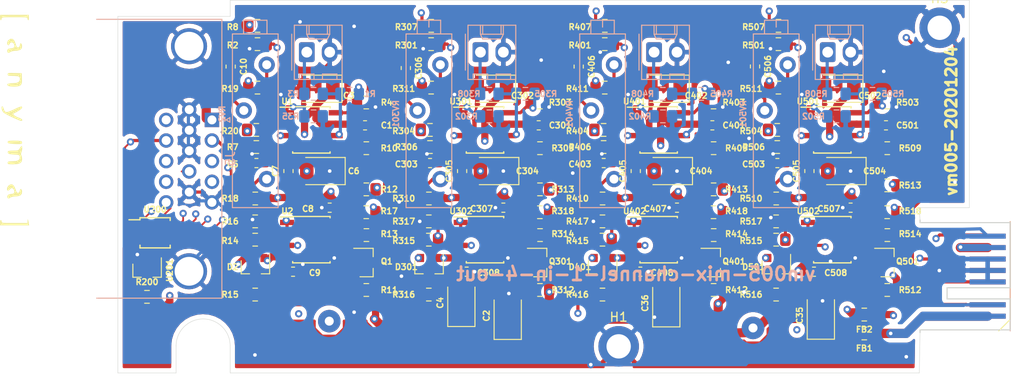
<source format=kicad_pcb>
(kicad_pcb (version 20171130) (host pcbnew "(5.1.5-0-10_14)")
  (layers (0 F.Cu mixed) (1 In1.Cu signal) (2 In2.Cu power) (31 B.Cu power) (34 B.Paste user) (35 F.Paste user) (36 B.SilkS user) (37 F.SilkS user hide) (38 B.Mask user) (39 F.Mask user) (44 Edge.Cuts user))
  (net 0 "")
  (net 1 +5V)
  (net 2 GND)
  (net 3 -5V)
  (net 4 "Net-(C5-Pad2)")
  (net 5 "Net-(D2-Pad3)")
  (net 6 "Net-(Q1-PadB)")
  (net 7 "Net-(Q1-PadE)")
  (net 8 "Net-(Q1-PadC)")
  (net 9 "Net-(R2-Pad1)")
  (net 10 "Net-(R10-Pad2)")
  (net 11 "Net-(R12-Pad1)")
  (net 12 "Net-(R18-Pad1)")
  (net 13 "Net-(R19-Pad2)")
  (net 14 "Net-(C10-Pad2)")
  (net 15 "Net-(R20-Pad2)")
  (net 16 /supply+)
  (net 17 /supply-)
  (net 18 "Net-(J2-Pad1)")
  (net 19 "Net-(R1-Pad2)")
  (net 20 "Net-(R1-Pad1)")
  (net 21 /sck)
  (net 22 /mosi)
  (net 23 /cv_a)
  (net 24 "Net-(R200-Pad2)")
  (net 25 /input)
  (net 26 /dac_select)
  (net 27 /dac_a)
  (net 28 /out_a)
  (net 29 /out_b)
  (net 30 /out_c)
  (net 31 /cv_d)
  (net 32 /cv_c)
  (net 33 /cv_b)
  (net 34 /dac_d)
  (net 35 /dac_c)
  (net 36 /dac_b)
  (net 37 "Net-(C303-Pad2)")
  (net 38 "Net-(C306-Pad2)")
  (net 39 "Net-(D301-Pad3)")
  (net 40 "Net-(J301-Pad1)")
  (net 41 "Net-(Q301-PadB)")
  (net 42 "Net-(Q301-PadE)")
  (net 43 "Net-(Q301-PadC)")
  (net 44 "Net-(R301-Pad1)")
  (net 45 "Net-(R303-Pad1)")
  (net 46 "Net-(R304-Pad2)")
  (net 47 "Net-(R305-Pad1)")
  (net 48 "Net-(R309-Pad2)")
  (net 49 "Net-(R310-Pad1)")
  (net 50 "Net-(R311-Pad2)")
  (net 51 "Net-(R313-Pad1)")
  (net 52 "Net-(C403-Pad2)")
  (net 53 "Net-(C406-Pad2)")
  (net 54 "Net-(D401-Pad3)")
  (net 55 "Net-(J401-Pad1)")
  (net 56 "Net-(Q401-PadB)")
  (net 57 "Net-(Q401-PadE)")
  (net 58 "Net-(Q401-PadC)")
  (net 59 "Net-(R401-Pad1)")
  (net 60 "Net-(R403-Pad1)")
  (net 61 "Net-(R404-Pad2)")
  (net 62 "Net-(R405-Pad1)")
  (net 63 "Net-(R409-Pad2)")
  (net 64 "Net-(R410-Pad1)")
  (net 65 "Net-(R411-Pad2)")
  (net 66 "Net-(R413-Pad1)")
  (net 67 "Net-(C503-Pad2)")
  (net 68 "Net-(C506-Pad2)")
  (net 69 "Net-(D501-Pad3)")
  (net 70 "Net-(J501-Pad1)")
  (net 71 "Net-(Q501-PadB)")
  (net 72 "Net-(Q501-PadE)")
  (net 73 "Net-(Q501-PadC)")
  (net 74 "Net-(R501-Pad1)")
  (net 75 /out_d)
  (net 76 "Net-(R503-Pad1)")
  (net 77 "Net-(R504-Pad2)")
  (net 78 "Net-(R505-Pad1)")
  (net 79 "Net-(R509-Pad2)")
  (net 80 "Net-(R510-Pad1)")
  (net 81 "Net-(R511-Pad2)")
  (net 82 "Net-(R513-Pad1)")
  (module MountingHole:MountingHole_2.7mm_M2.5_ISO7380_Pad (layer F.Cu) (at 168.7068 89.662)
    (fp_text reference H3 (at 0 -3.25) (layer F.SilkS))
    (fp_text value MountingHole_Pad)
    (pad 1 thru_hole circle (at 0 0) (size 4.5 4.5) (drill 2.7) (layers *.Cu *.Mask) (net 2 GND))
  )
  (module MountingHole:MountingHole_2.7mm_M2.5_ISO7380_Pad (layer F.Cu) (at 133.096 125.0442)
    (fp_text reference H1 (at 0 -3.25) (layer F.SilkS))
    (fp_text value MountingHole_Pad)
    (pad 1 thru_hole circle (at 0 0) (size 4.5 4.5) (drill 2.7) (layers *.Cu *.Mask) (net 2 GND))
  )
  (module synkie_footprints:DSUB-15-HD_Female_FCI (layer B.Cu) (at 87.4395 99.892083 90)
    (fp_text reference J5 (at -4.315 2.58 -90) (layer B.SilkS) (effects (justify mirror)))
    (fp_text value DB15_Female_HighDensity_MountingHoles)
    (pad 1 thru_hole rect (at 0 0.54 90) (size 1.6 1.6) (drill 1) (layers *.Cu *.Mask) (net 25 /input))
    (pad 2 thru_hole circle (at -2.29 0.54 90) (size 1.6 1.6) (drill 1) (layers *.Cu *.Mask) (net 23 /cv_a))
    (pad 3 thru_hole circle (at -4.58 0.54 90) (size 1.6 1.6) (drill 1) (layers *.Cu *.Mask) (net 33 /cv_b))
    (pad 4 thru_hole circle (at -6.87 0.54 90) (size 1.6 1.6) (drill 1) (layers *.Cu *.Mask))
    (pad 5 thru_hole circle (at -9.16 0.54 90) (size 1.6 1.6) (drill 1) (layers *.Cu *.Mask) (net 2 GND))
    (pad 6 thru_hole circle (at 1.145 -1.98 90) (size 1.6 1.6) (drill 1) (layers *.Cu *.Mask) (net 2 GND))
    (pad 7 thru_hole circle (at -1.145 -1.98 90) (size 1.6 1.6) (drill 1) (layers *.Cu *.Mask) (net 2 GND))
    (pad 8 thru_hole circle (at -3.435 -1.98 90) (size 1.6 1.6) (drill 1) (layers *.Cu *.Mask) (net 2 GND))
    (pad 9 thru_hole circle (at -5.725 -1.98 90) (size 1.6 1.6) (drill 1) (layers *.Cu *.Mask) (net 26 /dac_select))
    (pad 10 thru_hole circle (at -8.015 -1.98 90) (size 1.6 1.6) (drill 1) (layers *.Cu *.Mask) (net 2 GND))
    (pad 11 thru_hole circle (at 0 -4.54 90) (size 1.6 1.6) (drill 1) (layers *.Cu *.Mask))
    (pad 12 thru_hole circle (at -2.29 -4.54 90) (size 1.6 1.6) (drill 1) (layers *.Cu *.Mask) (net 22 /mosi))
    (pad 13 thru_hole circle (at -4.58 -4.54 90) (size 1.6 1.6) (drill 1) (layers *.Cu *.Mask) (net 32 /cv_c))
    (pad 14 thru_hole circle (at -6.87 -4.54 90) (size 1.6 1.6) (drill 1) (layers *.Cu *.Mask) (net 31 /cv_d))
    (pad 15 thru_hole circle (at -9.16 -4.54 90) (size 1.6 1.6) (drill 1) (layers *.Cu *.Mask) (net 21 /sck))
    (pad 0 thru_hole circle (at -16.815 -2 90) (size 4 4) (drill 3.2) (layers *.Cu *.Mask) (net 2 GND))
    (pad 0 thru_hole circle (at 8.185 -2 90) (size 4 4) (drill 3.2) (layers *.Cu *.Mask) (net 2 GND))
  )
  (module anyma_footprints:logo_anyma (layer F.Cu) (at 66 100 270)
    (fp_text reference G1 hide)
    (fp_text value LOGO hide)
  )
  (module synkie_footprints:R_0805_2012Metric_Pad1.15x1.40mm_HandSolder (layer B.Cu) (at 99.25 99.5 180)
    (fp_text reference R35 (at 2.549 0) (layer B.SilkS) (effects (font (size 0.65 0.65)) (justify mirror)))
    (fp_text value "(560)")
    (pad 2 smd roundrect (at 1.025 0 180) (size 1.15 1.4) (layers B.Cu B.Paste B.Mask) (roundrect_rratio 0.217391) (net 28 /out_a))
    (pad 1 smd roundrect (at -1.025 0 180) (size 1.15 1.4) (layers B.Cu B.Paste B.Mask) (roundrect_rratio 0.217391) (net 2 GND))
  )
  (module synkie_footprints:Solderpad_1mm (layer F.Cu) (at 101.5 122.5)
    (fp_text reference TP2 hide)
    (fp_text value TestPoint)
    (pad 1 thru_hole circle (at -0.508 -0.254) (size 2.5 2.5) (drill 1) (layers *.Cu *.Mask) (net 3 -5V))
  )
  (module synkie_footprints:Solderpad_1mm (layer F.Cu) (at 148.508 123.254)
    (fp_text reference TP1 hide)
    (fp_text value TestPoint)
    (pad 1 thru_hole circle (at -0.508 -0.254) (size 2.5 2.5) (drill 1) (layers *.Cu *.Mask) (net 1 +5V))
  )
  (module Connector_PCBEdge:Samtec_MECF-08-0_-L-DV_2x08_P1.27mm_Polarized_Edge (layer F.Cu) (at 171.525 117.26 90)
    (fp_text reference J1 hide)
    (fp_text value Conn_EDGE)
    (fp_line (start -1.275 5) (end 5.955 5) (layer Edge.Cuts) (width 0.12))
    (fp_line (start -2.515 -2) (end -1.275 -2) (layer Edge.Cuts) (width 0.12))
    (fp_line (start -1.275 5) (end -1.275 -2) (layer Edge.Cuts) (width 0.12))
    (fp_line (start -2.515 5) (end -2.515 -2) (layer Edge.Cuts) (width 0.12))
    (fp_line (start -5.955 5) (end -2.515 5) (layer Edge.Cuts) (width 0.12))
    (fp_line (start 6.25 -5) (end 5.955 -5) (layer Edge.Cuts) (width 0.12))
    (fp_line (start -6.25 -5) (end -5.955 -5) (layer Edge.Cuts) (width 0.12))
    (fp_line (start 5.955 5) (end 5.955 -5) (layer Edge.Cuts) (width 0.12))
    (fp_line (start -5.955 5) (end -5.955 -5) (layer Edge.Cuts) (width 0.12))
    (pad 16 connect rect (at 4.455 2.5 90) (size 0.56 4) (layers B.Cu B.Mask) (net 2 GND))
    (pad 15 connect rect (at 4.455 2.5 90) (size 0.56 4) (layers F.Cu F.Mask) (net 75 /out_d))
    (pad 14 connect rect (at 3.185 2.5 90) (size 0.56 4) (layers B.Cu B.Mask) (net 17 /supply-))
    (pad 13 connect rect (at 3.185 2.5 90) (size 0.56 4) (layers F.Cu F.Mask) (net 17 /supply-))
    (pad 12 connect rect (at 1.915 2.5 90) (size 0.56 4) (layers B.Cu B.Mask) (net 2 GND))
    (pad 11 connect rect (at 1.915 2.5 90) (size 0.56 4) (layers F.Cu F.Mask) (net 30 /out_c))
    (pad 10 connect rect (at 0.645 2.5 90) (size 0.56 4) (layers B.Cu B.Mask) (net 2 GND))
    (pad 9 connect rect (at 0.645 2.5 90) (size 0.56 4) (layers F.Cu F.Mask) (net 2 GND))
    (pad 8 connect rect (at -0.625 2.5 90) (size 0.56 4) (layers B.Cu B.Mask) (net 2 GND))
    (pad 7 connect rect (at -0.625 2.5 90) (size 0.56 4) (layers F.Cu F.Mask) (net 29 /out_b))
    (pad 4 connect rect (at -3.165 2.5 90) (size 0.56 4) (layers B.Cu B.Mask) (net 2 GND))
    (pad 3 connect rect (at -3.165 2.5 90) (size 0.56 4) (layers F.Cu F.Mask) (net 28 /out_a))
    (pad 2 connect rect (at -4.435 2.5 90) (size 0.56 4) (layers B.Cu B.Mask) (net 16 /supply+))
    (pad 1 connect rect (at -4.435 2.5 90) (size 0.56 4) (layers F.Cu F.Mask) (net 16 /supply+))
  )
  (module Package_SO:MSOP-10_3x3mm_P0.5mm (layer F.Cu) (at 81.6725 112.434)
    (fp_text reference U200 (at 0 -2.6) (layer F.SilkS) (effects (font (size 0.65 0.65))))
    (fp_text value MAX5741)
    (pad 10 smd rect (at 2.2 -1) (size 1.4 0.3) (layers F.Cu F.Paste F.Mask) (net 34 /dac_d))
    (pad 9 smd rect (at 2.2 -0.5) (size 1.4 0.3) (layers F.Cu F.Paste F.Mask) (net 35 /dac_c))
    (pad 8 smd rect (at 2.2 0) (size 1.4 0.3) (layers F.Cu F.Paste F.Mask) (net 36 /dac_b))
    (pad 7 smd rect (at 2.2 0.5) (size 1.4 0.3) (layers F.Cu F.Paste F.Mask) (net 27 /dac_a))
    (pad 6 smd rect (at 2.2 1) (size 1.4 0.3) (layers F.Cu F.Paste F.Mask) (net 24 "Net-(R200-Pad2)"))
    (pad 5 smd rect (at -2.2 1) (size 1.4 0.3) (layers F.Cu F.Paste F.Mask) (net 22 /mosi))
    (pad 4 smd rect (at -2.2 0.5) (size 1.4 0.3) (layers F.Cu F.Paste F.Mask) (net 2 GND))
    (pad 3 smd rect (at -2.2 0) (size 1.4 0.3) (layers F.Cu F.Paste F.Mask) (net 1 +5V))
    (pad 2 smd rect (at -2.2 -0.5) (size 1.4 0.3) (layers F.Cu F.Paste F.Mask) (net 21 /sck))
    (pad 1 smd rect (at -2.2 -1) (size 1.4 0.3) (layers F.Cu F.Paste F.Mask) (net 26 /dac_select))
  )
  (module synkie_footprints:SOIC-8_3.9x4.9mm_P1.27mm (layer F.Cu) (at 156.793 113.196)
    (fp_text reference U502 (at -2.667 -3.175) (layer F.SilkS) (effects (font (size 0.65 0.65))))
    (fp_text value LMH6643)
    (pad 8 smd rect (at 2.7 -1.905) (size 1.55 0.6) (layers F.Cu F.Paste F.Mask) (net 1 +5V))
    (pad 7 smd rect (at 2.7 -0.635) (size 1.55 0.6) (layers F.Cu F.Paste F.Mask) (net 71 "Net-(Q501-PadB)"))
    (pad 6 smd rect (at 2.7 0.635) (size 1.55 0.6) (layers F.Cu F.Paste F.Mask) (net 82 "Net-(R513-Pad1)"))
    (pad 5 smd rect (at 2.7 1.905) (size 1.55 0.6) (layers F.Cu F.Paste F.Mask) (net 2 GND))
    (pad 4 smd rect (at -2.7 1.905) (size 1.55 0.6) (layers F.Cu F.Paste F.Mask) (net 3 -5V))
    (pad 3 smd rect (at -2.7 0.635) (size 1.55 0.6) (layers F.Cu F.Paste F.Mask) (net 68 "Net-(C506-Pad2)"))
    (pad 2 smd rect (at -2.7 -0.635) (size 1.55 0.6) (layers F.Cu F.Paste F.Mask) (net 77 "Net-(R504-Pad2)"))
    (pad 1 smd rect (at -2.7 -1.905) (size 1.55 0.6) (layers F.Cu F.Paste F.Mask) (net 77 "Net-(R504-Pad2)"))
  )
  (module synkie_footprints:SOIC-8_3.9x4.9mm_P1.27mm (layer F.Cu) (at 156.793 101.004)
    (fp_text reference U501 (at -2.667 -3.175) (layer F.SilkS) (effects (font (size 0.65 0.65))))
    (fp_text value LT1228)
    (pad 8 smd rect (at 2.7 -1.905) (size 1.55 0.6) (layers F.Cu F.Paste F.Mask) (net 76 "Net-(R503-Pad1)"))
    (pad 7 smd rect (at 2.7 -0.635) (size 1.55 0.6) (layers F.Cu F.Paste F.Mask) (net 1 +5V))
    (pad 6 smd rect (at 2.7 0.635) (size 1.55 0.6) (layers F.Cu F.Paste F.Mask) (net 78 "Net-(R505-Pad1)"))
    (pad 5 smd rect (at 2.7 1.905) (size 1.55 0.6) (layers F.Cu F.Paste F.Mask) (net 79 "Net-(R509-Pad2)"))
    (pad 4 smd rect (at -2.7 1.905) (size 1.55 0.6) (layers F.Cu F.Paste F.Mask) (net 3 -5V))
    (pad 3 smd rect (at -2.7 0.635) (size 1.55 0.6) (layers F.Cu F.Paste F.Mask) (net 74 "Net-(R501-Pad1)"))
    (pad 2 smd rect (at -2.7 -0.635) (size 1.55 0.6) (layers F.Cu F.Paste F.Mask) (net 67 "Net-(C503-Pad2)"))
    (pad 1 smd rect (at -2.7 -1.905) (size 1.55 0.6) (layers F.Cu F.Paste F.Mask) (net 75 /out_d))
  )
  (module synkie_footprints:SOIC-8_3.9x4.9mm_P1.27mm (layer F.Cu) (at 137.531332 113.196)
    (fp_text reference U402 (at -2.667 -3.175) (layer F.SilkS) (effects (font (size 0.65 0.65))))
    (fp_text value LMH6643)
    (pad 8 smd rect (at 2.7 -1.905) (size 1.55 0.6) (layers F.Cu F.Paste F.Mask) (net 1 +5V))
    (pad 7 smd rect (at 2.7 -0.635) (size 1.55 0.6) (layers F.Cu F.Paste F.Mask) (net 56 "Net-(Q401-PadB)"))
    (pad 6 smd rect (at 2.7 0.635) (size 1.55 0.6) (layers F.Cu F.Paste F.Mask) (net 66 "Net-(R413-Pad1)"))
    (pad 5 smd rect (at 2.7 1.905) (size 1.55 0.6) (layers F.Cu F.Paste F.Mask) (net 2 GND))
    (pad 4 smd rect (at -2.7 1.905) (size 1.55 0.6) (layers F.Cu F.Paste F.Mask) (net 3 -5V))
    (pad 3 smd rect (at -2.7 0.635) (size 1.55 0.6) (layers F.Cu F.Paste F.Mask) (net 53 "Net-(C406-Pad2)"))
    (pad 2 smd rect (at -2.7 -0.635) (size 1.55 0.6) (layers F.Cu F.Paste F.Mask) (net 61 "Net-(R404-Pad2)"))
    (pad 1 smd rect (at -2.7 -1.905) (size 1.55 0.6) (layers F.Cu F.Paste F.Mask) (net 61 "Net-(R404-Pad2)"))
  )
  (module synkie_footprints:SOIC-8_3.9x4.9mm_P1.27mm (layer F.Cu) (at 137.531332 101.004)
    (fp_text reference U401 (at -2.667 -3.175) (layer F.SilkS) (effects (font (size 0.65 0.65))))
    (fp_text value LT1228)
    (pad 8 smd rect (at 2.7 -1.905) (size 1.55 0.6) (layers F.Cu F.Paste F.Mask) (net 60 "Net-(R403-Pad1)"))
    (pad 7 smd rect (at 2.7 -0.635) (size 1.55 0.6) (layers F.Cu F.Paste F.Mask) (net 1 +5V))
    (pad 6 smd rect (at 2.7 0.635) (size 1.55 0.6) (layers F.Cu F.Paste F.Mask) (net 62 "Net-(R405-Pad1)"))
    (pad 5 smd rect (at 2.7 1.905) (size 1.55 0.6) (layers F.Cu F.Paste F.Mask) (net 63 "Net-(R409-Pad2)"))
    (pad 4 smd rect (at -2.7 1.905) (size 1.55 0.6) (layers F.Cu F.Paste F.Mask) (net 3 -5V))
    (pad 3 smd rect (at -2.7 0.635) (size 1.55 0.6) (layers F.Cu F.Paste F.Mask) (net 59 "Net-(R401-Pad1)"))
    (pad 2 smd rect (at -2.7 -0.635) (size 1.55 0.6) (layers F.Cu F.Paste F.Mask) (net 52 "Net-(C403-Pad2)"))
    (pad 1 smd rect (at -2.7 -1.905) (size 1.55 0.6) (layers F.Cu F.Paste F.Mask) (net 30 /out_c))
  )
  (module synkie_footprints:SOIC-8_3.9x4.9mm_P1.27mm (layer F.Cu) (at 118.269666 113.196)
    (fp_text reference U302 (at -2.667 -3.175) (layer F.SilkS) (effects (font (size 0.65 0.65))))
    (fp_text value LMH6643)
    (pad 8 smd rect (at 2.7 -1.905) (size 1.55 0.6) (layers F.Cu F.Paste F.Mask) (net 1 +5V))
    (pad 7 smd rect (at 2.7 -0.635) (size 1.55 0.6) (layers F.Cu F.Paste F.Mask) (net 41 "Net-(Q301-PadB)"))
    (pad 6 smd rect (at 2.7 0.635) (size 1.55 0.6) (layers F.Cu F.Paste F.Mask) (net 51 "Net-(R313-Pad1)"))
    (pad 5 smd rect (at 2.7 1.905) (size 1.55 0.6) (layers F.Cu F.Paste F.Mask) (net 2 GND))
    (pad 4 smd rect (at -2.7 1.905) (size 1.55 0.6) (layers F.Cu F.Paste F.Mask) (net 3 -5V))
    (pad 3 smd rect (at -2.7 0.635) (size 1.55 0.6) (layers F.Cu F.Paste F.Mask) (net 38 "Net-(C306-Pad2)"))
    (pad 2 smd rect (at -2.7 -0.635) (size 1.55 0.6) (layers F.Cu F.Paste F.Mask) (net 46 "Net-(R304-Pad2)"))
    (pad 1 smd rect (at -2.7 -1.905) (size 1.55 0.6) (layers F.Cu F.Paste F.Mask) (net 46 "Net-(R304-Pad2)"))
  )
  (module synkie_footprints:SOIC-8_3.9x4.9mm_P1.27mm (layer F.Cu) (at 118.269666 101.004)
    (fp_text reference U301 (at -2.667 -3.175) (layer F.SilkS) (effects (font (size 0.65 0.65))))
    (fp_text value LT1228)
    (pad 8 smd rect (at 2.7 -1.905) (size 1.55 0.6) (layers F.Cu F.Paste F.Mask) (net 45 "Net-(R303-Pad1)"))
    (pad 7 smd rect (at 2.7 -0.635) (size 1.55 0.6) (layers F.Cu F.Paste F.Mask) (net 1 +5V))
    (pad 6 smd rect (at 2.7 0.635) (size 1.55 0.6) (layers F.Cu F.Paste F.Mask) (net 47 "Net-(R305-Pad1)"))
    (pad 5 smd rect (at 2.7 1.905) (size 1.55 0.6) (layers F.Cu F.Paste F.Mask) (net 48 "Net-(R309-Pad2)"))
    (pad 4 smd rect (at -2.7 1.905) (size 1.55 0.6) (layers F.Cu F.Paste F.Mask) (net 3 -5V))
    (pad 3 smd rect (at -2.7 0.635) (size 1.55 0.6) (layers F.Cu F.Paste F.Mask) (net 44 "Net-(R301-Pad1)"))
    (pad 2 smd rect (at -2.7 -0.635) (size 1.55 0.6) (layers F.Cu F.Paste F.Mask) (net 37 "Net-(C303-Pad2)"))
    (pad 1 smd rect (at -2.7 -1.905) (size 1.55 0.6) (layers F.Cu F.Paste F.Mask) (net 29 /out_b))
  )
  (module Potentiometer_THT:Potentiometer_Bourns_3006P_Horizontal (layer B.Cu) (at 151.84 106.465 270)
    (fp_text reference RV501 (at -7.235 4.935 270) (layer B.SilkS) (effects (font (size 0.65 0.65)) (justify mirror)))
    (fp_text value 500)
    (pad 3 thru_hole circle (at -12.7 0 270) (size 1.8 1.8) (drill 1) (layers *.Cu *.Mask) (net 81 "Net-(R511-Pad2)"))
    (pad 2 thru_hole circle (at -7.62 2.54 270) (size 1.8 1.8) (drill 1) (layers *.Cu *.Mask) (net 68 "Net-(C506-Pad2)"))
    (pad 1 thru_hole circle (at 0 0 270) (size 1.8 1.8) (drill 1) (layers *.Cu *.Mask) (net 80 "Net-(R510-Pad1)"))
  )
  (module Potentiometer_THT:Potentiometer_Bourns_3006P_Horizontal (layer B.Cu) (at 132.578332 106.465 270)
    (fp_text reference RV401 (at -7.235 4.935 270) (layer B.SilkS) (effects (font (size 0.65 0.65)) (justify mirror)))
    (fp_text value 500)
    (pad 3 thru_hole circle (at -12.7 0 270) (size 1.8 1.8) (drill 1) (layers *.Cu *.Mask) (net 65 "Net-(R411-Pad2)"))
    (pad 2 thru_hole circle (at -7.62 2.54 270) (size 1.8 1.8) (drill 1) (layers *.Cu *.Mask) (net 53 "Net-(C406-Pad2)"))
    (pad 1 thru_hole circle (at 0 0 270) (size 1.8 1.8) (drill 1) (layers *.Cu *.Mask) (net 64 "Net-(R410-Pad1)"))
  )
  (module Potentiometer_THT:Potentiometer_Bourns_3006P_Horizontal (layer B.Cu) (at 113.316666 106.465 270)
    (fp_text reference RV301 (at -7.235 4.935 270) (layer B.SilkS) (effects (font (size 0.65 0.65)) (justify mirror)))
    (fp_text value 500)
    (pad 3 thru_hole circle (at -12.7 0 270) (size 1.8 1.8) (drill 1) (layers *.Cu *.Mask) (net 50 "Net-(R311-Pad2)"))
    (pad 2 thru_hole circle (at -7.62 2.54 270) (size 1.8 1.8) (drill 1) (layers *.Cu *.Mask) (net 38 "Net-(C306-Pad2)"))
    (pad 1 thru_hole circle (at 0 0 270) (size 1.8 1.8) (drill 1) (layers *.Cu *.Mask) (net 49 "Net-(R310-Pad1)"))
  )
  (module synkie_footprints:R_0805_2012Metric_Pad1.15x1.40mm_HandSolder (layer F.Cu) (at 162.88 110.148 180)
    (fp_text reference R518 (at -2.549 0.127) (layer F.SilkS) (effects (font (size 0.65 0.65))))
    (fp_text value 22k)
    (pad 2 smd roundrect (at 1.025 0 180) (size 1.15 1.4) (layers F.Cu F.Paste F.Mask) (roundrect_rratio 0.217391) (net 82 "Net-(R513-Pad1)"))
    (pad 1 smd roundrect (at -1.025 0 180) (size 1.15 1.4) (layers F.Cu F.Paste F.Mask) (roundrect_rratio 0.217391) (net 3 -5V))
  )
  (module synkie_footprints:R_0805_2012Metric_Pad1.15x1.40mm_HandSolder (layer F.Cu) (at 150.561 111.164)
    (fp_text reference R517 (at -2.785 0) (layer F.SilkS) (effects (font (size 0.65 0.65))))
    (fp_text value 47k)
    (pad 2 smd roundrect (at 1.025 0) (size 1.15 1.4) (layers F.Cu F.Paste F.Mask) (roundrect_rratio 0.217391) (net 31 /cv_d))
    (pad 1 smd roundrect (at -1.025 0) (size 1.15 1.4) (layers F.Cu F.Paste F.Mask) (roundrect_rratio 0.217391) (net 2 GND))
  )
  (module synkie_footprints:R_0805_2012Metric_Pad1.15x1.40mm_HandSolder (layer F.Cu) (at 150.561 119.292)
    (fp_text reference R516 (at -2.785 0) (layer F.SilkS) (effects (font (size 0.65 0.65))))
    (fp_text value 12K)
    (pad 2 smd roundrect (at 1.025 0) (size 1.15 1.4) (layers F.Cu F.Paste F.Mask) (roundrect_rratio 0.217391) (net 69 "Net-(D501-Pad3)"))
    (pad 1 smd roundrect (at -1.025 0) (size 1.15 1.4) (layers F.Cu F.Paste F.Mask) (roundrect_rratio 0.217391) (net 82 "Net-(R513-Pad1)"))
  )
  (module synkie_footprints:R_0805_2012Metric_Pad1.15x1.40mm_HandSolder (layer F.Cu) (at 150.561 113.196)
    (fp_text reference R515 (at -2.785 0.127) (layer F.SilkS) (effects (font (size 0.65 0.65))))
    (fp_text value 100)
    (pad 2 smd roundrect (at 1.025 0) (size 1.15 1.4) (layers F.Cu F.Paste F.Mask) (roundrect_rratio 0.217391) (net 31 /cv_d))
    (pad 1 smd roundrect (at -1.025 0) (size 1.15 1.4) (layers F.Cu F.Paste F.Mask) (roundrect_rratio 0.217391) (net 69 "Net-(D501-Pad3)"))
  )
  (module synkie_footprints:R_0805_2012Metric_Pad1.15x1.40mm_HandSolder (layer F.Cu) (at 162.898 112.688)
    (fp_text reference R514 (at 2.531 -0.127) (layer F.SilkS) (effects (font (size 0.65 0.65))))
    (fp_text value 20k)
    (pad 2 smd roundrect (at 1.025 0) (size 1.15 1.4) (layers F.Cu F.Paste F.Mask) (roundrect_rratio 0.217391) (net 82 "Net-(R513-Pad1)"))
    (pad 1 smd roundrect (at -1.025 0) (size 1.15 1.4) (layers F.Cu F.Paste F.Mask) (roundrect_rratio 0.217391) (net 71 "Net-(Q501-PadB)"))
  )
  (module synkie_footprints:R_0805_2012Metric_Pad1.15x1.40mm_HandSolder (layer F.Cu) (at 162.88 107.1635)
    (fp_text reference R513 (at 2.54 0) (layer F.SilkS) (effects (font (size 0.65 0.65))))
    (fp_text value 12K)
    (pad 2 smd roundrect (at 1.025 0) (size 1.15 1.4) (layers F.Cu F.Paste F.Mask) (roundrect_rratio 0.217391) (net 34 /dac_d))
    (pad 1 smd roundrect (at -1.025 0) (size 1.15 1.4) (layers F.Cu F.Paste F.Mask) (roundrect_rratio 0.217391) (net 82 "Net-(R513-Pad1)"))
  )
  (module synkie_footprints:R_0805_2012Metric_Pad1.15x1.40mm_HandSolder (layer F.Cu) (at 162.889 118.784)
    (fp_text reference R512 (at 2.54 0) (layer F.SilkS) (effects (font (size 0.65 0.65))))
    (fp_text value 2k2)
    (pad 2 smd roundrect (at 1.025 0) (size 1.15 1.4) (layers F.Cu F.Paste F.Mask) (roundrect_rratio 0.217391) (net 1 +5V))
    (pad 1 smd roundrect (at -1.025 0) (size 1.15 1.4) (layers F.Cu F.Paste F.Mask) (roundrect_rratio 0.217391) (net 72 "Net-(Q501-PadE)"))
  )
  (module synkie_footprints:R_0805_2012Metric_Pad1.15x1.40mm_HandSolder (layer F.Cu) (at 150.815 96.305)
    (fp_text reference R511 (at -3.039 0.127) (layer F.SilkS) (effects (font (size 0.65 0.65))))
    (fp_text value 3k)
    (pad 2 smd roundrect (at 1.025 0) (size 1.15 1.4) (layers F.Cu F.Paste F.Mask) (roundrect_rratio 0.217391) (net 81 "Net-(R511-Pad2)"))
    (pad 1 smd roundrect (at -1.025 0) (size 1.15 1.4) (layers F.Cu F.Paste F.Mask) (roundrect_rratio 0.217391) (net 3 -5V))
  )
  (module synkie_footprints:R_0805_2012Metric_Pad1.15x1.40mm_HandSolder (layer F.Cu) (at 150.57 108.624)
    (fp_text reference R510 (at -2.794 0) (layer F.SilkS) (effects (font (size 0.65 0.65))))
    (fp_text value 3k)
    (pad 2 smd roundrect (at 1.025 0) (size 1.15 1.4) (layers F.Cu F.Paste F.Mask) (roundrect_rratio 0.217391) (net 1 +5V))
    (pad 1 smd roundrect (at -1.025 0) (size 1.15 1.4) (layers F.Cu F.Paste F.Mask) (roundrect_rratio 0.217391) (net 80 "Net-(R510-Pad1)"))
  )
  (module synkie_footprints:R_0805_2012Metric_Pad1.15x1.40mm_HandSolder (layer F.Cu) (at 162.889 103.036 180)
    (fp_text reference R509 (at -2.54 0) (layer F.SilkS) (effects (font (size 0.65 0.65))))
    (fp_text value 1k)
    (pad 2 smd roundrect (at 1.025 0 180) (size 1.15 1.4) (layers F.Cu F.Paste F.Mask) (roundrect_rratio 0.217391) (net 79 "Net-(R509-Pad2)"))
    (pad 1 smd roundrect (at -1.025 0 180) (size 1.15 1.4) (layers F.Cu F.Paste F.Mask) (roundrect_rratio 0.217391) (net 73 "Net-(Q501-PadC)"))
  )
  (module synkie_footprints:R_0805_2012Metric_Pad1.15x1.40mm_HandSolder (layer B.Cu) (at 157.25 97 180)
    (fp_text reference R508 (at 2.254286 0) (layer B.SilkS) (effects (font (size 0.65 0.65)) (justify mirror)))
    (fp_text value "(75)")
    (pad 2 smd roundrect (at 1.025 0 180) (size 1.15 1.4) (layers B.Cu B.Paste B.Mask) (roundrect_rratio 0.217391) (net 70 "Net-(J501-Pad1)"))
    (pad 1 smd roundrect (at -1.025 0 180) (size 1.15 1.4) (layers B.Cu B.Paste B.Mask) (roundrect_rratio 0.217391) (net 78 "Net-(R505-Pad1)"))
  )
  (module synkie_footprints:R_0805_2012Metric_Pad1.15x1.40mm_HandSolder (layer F.Cu) (at 150.815 91.479)
    (fp_text reference R507 (at -2.753286 -1.905) (layer F.SilkS) (effects (font (size 0.65 0.65))))
    (fp_text value 100)
    (pad 2 smd roundrect (at 1.025 0) (size 1.15 1.4) (layers F.Cu F.Paste F.Mask) (roundrect_rratio 0.217391) (net 74 "Net-(R501-Pad1)"))
    (pad 1 smd roundrect (at -1.025 0) (size 1.15 1.4) (layers F.Cu F.Paste F.Mask) (roundrect_rratio 0.217391) (net 2 GND))
  )
  (module synkie_footprints:R_0805_2012Metric_Pad1.15x1.40mm_HandSolder (layer F.Cu) (at 150.688 102.909)
    (fp_text reference R506 (at -2.626286 0) (layer F.SilkS) (effects (font (size 0.65 0.65))))
    (fp_text value 100)
    (pad 2 smd roundrect (at 1.025 0) (size 1.15 1.4) (layers F.Cu F.Paste F.Mask) (roundrect_rratio 0.217391) (net 67 "Net-(C503-Pad2)"))
    (pad 1 smd roundrect (at -1.025 0) (size 1.15 1.4) (layers F.Cu F.Paste F.Mask) (roundrect_rratio 0.217391) (net 2 GND))
  )
  (module synkie_footprints:R_0805_2012Metric_Pad1.15x1.40mm_HandSolder (layer B.Cu) (at 161.25 97)
    (fp_text reference R505 (at 2.254286 0) (layer B.SilkS) (effects (font (size 0.65 0.65)) (justify mirror)))
    (fp_text value "(560)")
    (pad 2 smd roundrect (at 1.025 0) (size 1.15 1.4) (layers B.Cu B.Paste B.Mask) (roundrect_rratio 0.217391) (net 76 "Net-(R503-Pad1)"))
    (pad 1 smd roundrect (at -1.025 0) (size 1.15 1.4) (layers B.Cu B.Paste B.Mask) (roundrect_rratio 0.217391) (net 78 "Net-(R505-Pad1)"))
  )
  (module synkie_footprints:R_0805_2012Metric_Pad1.15x1.40mm_HandSolder (layer F.Cu) (at 150.688 101.004 180)
    (fp_text reference R504 (at 2.912 -0.127) (layer F.SilkS) (effects (font (size 0.65 0.65))))
    (fp_text value 3k)
    (pad 2 smd roundrect (at 1.025 0 180) (size 1.15 1.4) (layers F.Cu F.Paste F.Mask) (roundrect_rratio 0.217391) (net 77 "Net-(R504-Pad2)"))
    (pad 1 smd roundrect (at -1.025 0 180) (size 1.15 1.4) (layers F.Cu F.Paste F.Mask) (roundrect_rratio 0.217391) (net 67 "Net-(C503-Pad2)"))
  )
  (module synkie_footprints:R_0805_2012Metric_Pad1.15x1.40mm_HandSolder (layer F.Cu) (at 162.88 97.956)
    (fp_text reference R503 (at 2.263286 0) (layer F.SilkS) (effects (font (size 0.65 0.65))))
    (fp_text value 120)
    (pad 2 smd roundrect (at 1.025 0) (size 1.15 1.4) (layers F.Cu F.Paste F.Mask) (roundrect_rratio 0.217391) (net 2 GND))
    (pad 1 smd roundrect (at -1.025 0) (size 1.15 1.4) (layers F.Cu F.Paste F.Mask) (roundrect_rratio 0.217391) (net 76 "Net-(R503-Pad1)"))
  )
  (module synkie_footprints:R_0805_2012Metric_Pad1.15x1.40mm_HandSolder (layer B.Cu) (at 157.25 99.5 180)
    (fp_text reference R502 (at 2.549 0) (layer B.SilkS) (effects (font (size 0.65 0.65)) (justify mirror)))
    (fp_text value "(560)")
    (pad 2 smd roundrect (at 1.025 0 180) (size 1.15 1.4) (layers B.Cu B.Paste B.Mask) (roundrect_rratio 0.217391) (net 75 /out_d))
    (pad 1 smd roundrect (at -1.025 0 180) (size 1.15 1.4) (layers B.Cu B.Paste B.Mask) (roundrect_rratio 0.217391) (net 2 GND))
  )
  (module synkie_footprints:R_0805_2012Metric_Pad1.15x1.40mm_HandSolder (layer F.Cu) (at 150.824 89.447 180)
    (fp_text reference R501 (at 2.762286 -2.159) (layer F.SilkS) (effects (font (size 0.65 0.65))))
    (fp_text value 1k)
    (pad 2 smd roundrect (at 1.025 0 180) (size 1.15 1.4) (layers F.Cu F.Paste F.Mask) (roundrect_rratio 0.217391) (net 25 /input))
    (pad 1 smd roundrect (at -1.025 0 180) (size 1.15 1.4) (layers F.Cu F.Paste F.Mask) (roundrect_rratio 0.217391) (net 74 "Net-(R501-Pad1)"))
  )
  (module synkie_footprints:R_0805_2012Metric_Pad1.15x1.40mm_HandSolder (layer F.Cu) (at 143.618332 110.148 180)
    (fp_text reference R418 (at -2.549 0.127) (layer F.SilkS) (effects (font (size 0.65 0.65))))
    (fp_text value 22k)
    (pad 2 smd roundrect (at 1.025 0 180) (size 1.15 1.4) (layers F.Cu F.Paste F.Mask) (roundrect_rratio 0.217391) (net 66 "Net-(R413-Pad1)"))
    (pad 1 smd roundrect (at -1.025 0 180) (size 1.15 1.4) (layers F.Cu F.Paste F.Mask) (roundrect_rratio 0.217391) (net 3 -5V))
  )
  (module synkie_footprints:R_0805_2012Metric_Pad1.15x1.40mm_HandSolder (layer F.Cu) (at 131.299332 111.164)
    (fp_text reference R417 (at -2.785 0) (layer F.SilkS) (effects (font (size 0.65 0.65))))
    (fp_text value 47k)
    (pad 2 smd roundrect (at 1.025 0) (size 1.15 1.4) (layers F.Cu F.Paste F.Mask) (roundrect_rratio 0.217391) (net 32 /cv_c))
    (pad 1 smd roundrect (at -1.025 0) (size 1.15 1.4) (layers F.Cu F.Paste F.Mask) (roundrect_rratio 0.217391) (net 2 GND))
  )
  (module synkie_footprints:R_0805_2012Metric_Pad1.15x1.40mm_HandSolder (layer F.Cu) (at 131.299332 119.292)
    (fp_text reference R416 (at -2.785 0) (layer F.SilkS) (effects (font (size 0.65 0.65))))
    (fp_text value 12K)
    (pad 2 smd roundrect (at 1.025 0) (size 1.15 1.4) (layers F.Cu F.Paste F.Mask) (roundrect_rratio 0.217391) (net 54 "Net-(D401-Pad3)"))
    (pad 1 smd roundrect (at -1.025 0) (size 1.15 1.4) (layers F.Cu F.Paste F.Mask) (roundrect_rratio 0.217391) (net 66 "Net-(R413-Pad1)"))
  )
  (module synkie_footprints:R_0805_2012Metric_Pad1.15x1.40mm_HandSolder (layer F.Cu) (at 131.299332 113.196)
    (fp_text reference R415 (at -2.785 0.127) (layer F.SilkS) (effects (font (size 0.65 0.65))))
    (fp_text value 100)
    (pad 2 smd roundrect (at 1.025 0) (size 1.15 1.4) (layers F.Cu F.Paste F.Mask) (roundrect_rratio 0.217391) (net 32 /cv_c))
    (pad 1 smd roundrect (at -1.025 0) (size 1.15 1.4) (layers F.Cu F.Paste F.Mask) (roundrect_rratio 0.217391) (net 54 "Net-(D401-Pad3)"))
  )
  (module synkie_footprints:R_0805_2012Metric_Pad1.15x1.40mm_HandSolder (layer F.Cu) (at 143.636332 112.688)
    (fp_text reference R414 (at 2.531 -0.127) (layer F.SilkS) (effects (font (size 0.65 0.65))))
    (fp_text value 20k)
    (pad 2 smd roundrect (at 1.025 0) (size 1.15 1.4) (layers F.Cu F.Paste F.Mask) (roundrect_rratio 0.217391) (net 66 "Net-(R413-Pad1)"))
    (pad 1 smd roundrect (at -1.025 0) (size 1.15 1.4) (layers F.Cu F.Paste F.Mask) (roundrect_rratio 0.217391) (net 56 "Net-(Q401-PadB)"))
  )
  (module synkie_footprints:R_0805_2012Metric_Pad1.15x1.40mm_HandSolder (layer F.Cu) (at 143.627332 107.608)
    (fp_text reference R413 (at 2.54 0) (layer F.SilkS) (effects (font (size 0.65 0.65))))
    (fp_text value 12K)
    (pad 2 smd roundrect (at 1.025 0) (size 1.15 1.4) (layers F.Cu F.Paste F.Mask) (roundrect_rratio 0.217391) (net 35 /dac_c))
    (pad 1 smd roundrect (at -1.025 0) (size 1.15 1.4) (layers F.Cu F.Paste F.Mask) (roundrect_rratio 0.217391) (net 66 "Net-(R413-Pad1)"))
  )
  (module synkie_footprints:R_0805_2012Metric_Pad1.15x1.40mm_HandSolder (layer F.Cu) (at 143.627332 118.784)
    (fp_text reference R412 (at 2.54 0) (layer F.SilkS) (effects (font (size 0.65 0.65))))
    (fp_text value 2k2)
    (pad 2 smd roundrect (at 1.025 0) (size 1.15 1.4) (layers F.Cu F.Paste F.Mask) (roundrect_rratio 0.217391) (net 1 +5V))
    (pad 1 smd roundrect (at -1.025 0) (size 1.15 1.4) (layers F.Cu F.Paste F.Mask) (roundrect_rratio 0.217391) (net 57 "Net-(Q401-PadE)"))
  )
  (module synkie_footprints:R_0805_2012Metric_Pad1.15x1.40mm_HandSolder (layer F.Cu) (at 131.553332 96.305)
    (fp_text reference R411 (at -3.039 0.127) (layer F.SilkS) (effects (font (size 0.65 0.65))))
    (fp_text value 3k)
    (pad 2 smd roundrect (at 1.025 0) (size 1.15 1.4) (layers F.Cu F.Paste F.Mask) (roundrect_rratio 0.217391) (net 65 "Net-(R411-Pad2)"))
    (pad 1 smd roundrect (at -1.025 0) (size 1.15 1.4) (layers F.Cu F.Paste F.Mask) (roundrect_rratio 0.217391) (net 3 -5V))
  )
  (module synkie_footprints:R_0805_2012Metric_Pad1.15x1.40mm_HandSolder (layer F.Cu) (at 131.308332 108.624)
    (fp_text reference R410 (at -2.794 0) (layer F.SilkS) (effects (font (size 0.65 0.65))))
    (fp_text value 3k)
    (pad 2 smd roundrect (at 1.025 0) (size 1.15 1.4) (layers F.Cu F.Paste F.Mask) (roundrect_rratio 0.217391) (net 1 +5V))
    (pad 1 smd roundrect (at -1.025 0) (size 1.15 1.4) (layers F.Cu F.Paste F.Mask) (roundrect_rratio 0.217391) (net 64 "Net-(R410-Pad1)"))
  )
  (module synkie_footprints:R_0805_2012Metric_Pad1.15x1.40mm_HandSolder (layer F.Cu) (at 143.627332 103.036 180)
    (fp_text reference R409 (at -2.54 0) (layer F.SilkS) (effects (font (size 0.65 0.65))))
    (fp_text value 1k)
    (pad 2 smd roundrect (at 1.025 0 180) (size 1.15 1.4) (layers F.Cu F.Paste F.Mask) (roundrect_rratio 0.217391) (net 63 "Net-(R409-Pad2)"))
    (pad 1 smd roundrect (at -1.025 0 180) (size 1.15 1.4) (layers F.Cu F.Paste F.Mask) (roundrect_rratio 0.217391) (net 58 "Net-(Q401-PadC)"))
  )
  (module synkie_footprints:R_0805_2012Metric_Pad1.15x1.40mm_HandSolder (layer B.Cu) (at 138 97 180)
    (fp_text reference R408 (at 2.254286 0) (layer B.SilkS) (effects (font (size 0.65 0.65)) (justify mirror)))
    (fp_text value "(75)")
    (pad 2 smd roundrect (at 1.025 0 180) (size 1.15 1.4) (layers B.Cu B.Paste B.Mask) (roundrect_rratio 0.217391) (net 55 "Net-(J401-Pad1)"))
    (pad 1 smd roundrect (at -1.025 0 180) (size 1.15 1.4) (layers B.Cu B.Paste B.Mask) (roundrect_rratio 0.217391) (net 62 "Net-(R405-Pad1)"))
  )
  (module synkie_footprints:R_0805_2012Metric_Pad1.15x1.40mm_HandSolder (layer F.Cu) (at 131.553332 91.479)
    (fp_text reference R407 (at -2.753286 -1.905) (layer F.SilkS) (effects (font (size 0.65 0.65))))
    (fp_text value 100)
    (pad 2 smd roundrect (at 1.025 0) (size 1.15 1.4) (layers F.Cu F.Paste F.Mask) (roundrect_rratio 0.217391) (net 59 "Net-(R401-Pad1)"))
    (pad 1 smd roundrect (at -1.025 0) (size 1.15 1.4) (layers F.Cu F.Paste F.Mask) (roundrect_rratio 0.217391) (net 2 GND))
  )
  (module synkie_footprints:R_0805_2012Metric_Pad1.15x1.40mm_HandSolder (layer F.Cu) (at 131.426332 102.909)
    (fp_text reference R406 (at -2.626286 0) (layer F.SilkS) (effects (font (size 0.65 0.65))))
    (fp_text value 100)
    (pad 2 smd roundrect (at 1.025 0) (size 1.15 1.4) (layers F.Cu F.Paste F.Mask) (roundrect_rratio 0.217391) (net 52 "Net-(C403-Pad2)"))
    (pad 1 smd roundrect (at -1.025 0) (size 1.15 1.4) (layers F.Cu F.Paste F.Mask) (roundrect_rratio 0.217391) (net 2 GND))
  )
  (module synkie_footprints:R_0805_2012Metric_Pad1.15x1.40mm_HandSolder (layer B.Cu) (at 142.25 97)
    (fp_text reference R405 (at 2.254286 0) (layer B.SilkS) (effects (font (size 0.65 0.65)) (justify mirror)))
    (fp_text value "(560)")
    (pad 2 smd roundrect (at 1.025 0) (size 1.15 1.4) (layers B.Cu B.Paste B.Mask) (roundrect_rratio 0.217391) (net 60 "Net-(R403-Pad1)"))
    (pad 1 smd roundrect (at -1.025 0) (size 1.15 1.4) (layers B.Cu B.Paste B.Mask) (roundrect_rratio 0.217391) (net 62 "Net-(R405-Pad1)"))
  )
  (module synkie_footprints:R_0805_2012Metric_Pad1.15x1.40mm_HandSolder (layer F.Cu) (at 131.426332 101.004 180)
    (fp_text reference R404 (at 2.912 -0.127) (layer F.SilkS) (effects (font (size 0.65 0.65))))
    (fp_text value 3k)
    (pad 2 smd roundrect (at 1.025 0 180) (size 1.15 1.4) (layers F.Cu F.Paste F.Mask) (roundrect_rratio 0.217391) (net 61 "Net-(R404-Pad2)"))
    (pad 1 smd roundrect (at -1.025 0 180) (size 1.15 1.4) (layers F.Cu F.Paste F.Mask) (roundrect_rratio 0.217391) (net 52 "Net-(C403-Pad2)"))
  )
  (module synkie_footprints:R_0805_2012Metric_Pad1.15x1.40mm_HandSolder (layer F.Cu) (at 143.618332 97.956)
    (fp_text reference R403 (at 2.263286 0) (layer F.SilkS) (effects (font (size 0.65 0.65))))
    (fp_text value 120)
    (pad 2 smd roundrect (at 1.025 0) (size 1.15 1.4) (layers F.Cu F.Paste F.Mask) (roundrect_rratio 0.217391) (net 2 GND))
    (pad 1 smd roundrect (at -1.025 0) (size 1.15 1.4) (layers F.Cu F.Paste F.Mask) (roundrect_rratio 0.217391) (net 60 "Net-(R403-Pad1)"))
  )
  (module synkie_footprints:R_0805_2012Metric_Pad1.15x1.40mm_HandSolder (layer B.Cu) (at 138 99.5 180)
    (fp_text reference R402 (at 2.549 0) (layer B.SilkS) (effects (font (size 0.65 0.65)) (justify mirror)))
    (fp_text value "(560)")
    (pad 2 smd roundrect (at 1.025 0 180) (size 1.15 1.4) (layers B.Cu B.Paste B.Mask) (roundrect_rratio 0.217391) (net 30 /out_c))
    (pad 1 smd roundrect (at -1.025 0 180) (size 1.15 1.4) (layers B.Cu B.Paste B.Mask) (roundrect_rratio 0.217391) (net 2 GND))
  )
  (module synkie_footprints:R_0805_2012Metric_Pad1.15x1.40mm_HandSolder (layer F.Cu) (at 131.562332 89.447 180)
    (fp_text reference R401 (at 2.762286 -2.159) (layer F.SilkS) (effects (font (size 0.65 0.65))))
    (fp_text value 1k)
    (pad 2 smd roundrect (at 1.025 0 180) (size 1.15 1.4) (layers F.Cu F.Paste F.Mask) (roundrect_rratio 0.217391) (net 25 /input))
    (pad 1 smd roundrect (at -1.025 0 180) (size 1.15 1.4) (layers F.Cu F.Paste F.Mask) (roundrect_rratio 0.217391) (net 59 "Net-(R401-Pad1)"))
  )
  (module synkie_footprints:R_0805_2012Metric_Pad1.15x1.40mm_HandSolder (layer F.Cu) (at 124.356666 110.148 180)
    (fp_text reference R318 (at -2.549 0.127) (layer F.SilkS) (effects (font (size 0.65 0.65))))
    (fp_text value 22k)
    (pad 2 smd roundrect (at 1.025 0 180) (size 1.15 1.4) (layers F.Cu F.Paste F.Mask) (roundrect_rratio 0.217391) (net 51 "Net-(R313-Pad1)"))
    (pad 1 smd roundrect (at -1.025 0 180) (size 1.15 1.4) (layers F.Cu F.Paste F.Mask) (roundrect_rratio 0.217391) (net 3 -5V))
  )
  (module synkie_footprints:R_0805_2012Metric_Pad1.15x1.40mm_HandSolder (layer F.Cu) (at 112.037666 111.164)
    (fp_text reference R317 (at -2.785 0) (layer F.SilkS) (effects (font (size 0.65 0.65))))
    (fp_text value 47k)
    (pad 2 smd roundrect (at 1.025 0) (size 1.15 1.4) (layers F.Cu F.Paste F.Mask) (roundrect_rratio 0.217391) (net 33 /cv_b))
    (pad 1 smd roundrect (at -1.025 0) (size 1.15 1.4) (layers F.Cu F.Paste F.Mask) (roundrect_rratio 0.217391) (net 2 GND))
  )
  (module synkie_footprints:R_0805_2012Metric_Pad1.15x1.40mm_HandSolder (layer F.Cu) (at 112.037666 119.292)
    (fp_text reference R316 (at -2.785 0) (layer F.SilkS) (effects (font (size 0.65 0.65))))
    (fp_text value 12K)
    (pad 2 smd roundrect (at 1.025 0) (size 1.15 1.4) (layers F.Cu F.Paste F.Mask) (roundrect_rratio 0.217391) (net 39 "Net-(D301-Pad3)"))
    (pad 1 smd roundrect (at -1.025 0) (size 1.15 1.4) (layers F.Cu F.Paste F.Mask) (roundrect_rratio 0.217391) (net 51 "Net-(R313-Pad1)"))
  )
  (module synkie_footprints:R_0805_2012Metric_Pad1.15x1.40mm_HandSolder (layer F.Cu) (at 112.037666 113.196)
    (fp_text reference R315 (at -2.785 0.127) (layer F.SilkS) (effects (font (size 0.65 0.65))))
    (fp_text value 100)
    (pad 2 smd roundrect (at 1.025 0) (size 1.15 1.4) (layers F.Cu F.Paste F.Mask) (roundrect_rratio 0.217391) (net 33 /cv_b))
    (pad 1 smd roundrect (at -1.025 0) (size 1.15 1.4) (layers F.Cu F.Paste F.Mask) (roundrect_rratio 0.217391) (net 39 "Net-(D301-Pad3)"))
  )
  (module synkie_footprints:R_0805_2012Metric_Pad1.15x1.40mm_HandSolder (layer F.Cu) (at 124.374666 112.688)
    (fp_text reference R314 (at 2.531 -0.127) (layer F.SilkS) (effects (font (size 0.65 0.65))))
    (fp_text value 20k)
    (pad 2 smd roundrect (at 1.025 0) (size 1.15 1.4) (layers F.Cu F.Paste F.Mask) (roundrect_rratio 0.217391) (net 51 "Net-(R313-Pad1)"))
    (pad 1 smd roundrect (at -1.025 0) (size 1.15 1.4) (layers F.Cu F.Paste F.Mask) (roundrect_rratio 0.217391) (net 41 "Net-(Q301-PadB)"))
  )
  (module synkie_footprints:R_0805_2012Metric_Pad1.15x1.40mm_HandSolder (layer F.Cu) (at 124.365666 107.608)
    (fp_text reference R313 (at 2.54 0) (layer F.SilkS) (effects (font (size 0.65 0.65))))
    (fp_text value 12K)
    (pad 2 smd roundrect (at 1.025 0) (size 1.15 1.4) (layers F.Cu F.Paste F.Mask) (roundrect_rratio 0.217391) (net 36 /dac_b))
    (pad 1 smd roundrect (at -1.025 0) (size 1.15 1.4) (layers F.Cu F.Paste F.Mask) (roundrect_rratio 0.217391) (net 51 "Net-(R313-Pad1)"))
  )
  (module synkie_footprints:R_0805_2012Metric_Pad1.15x1.40mm_HandSolder (layer F.Cu) (at 124.365666 118.784)
    (fp_text reference R312 (at 2.54 0) (layer F.SilkS) (effects (font (size 0.65 0.65))))
    (fp_text value 2k2)
    (pad 2 smd roundrect (at 1.025 0) (size 1.15 1.4) (layers F.Cu F.Paste F.Mask) (roundrect_rratio 0.217391) (net 1 +5V))
    (pad 1 smd roundrect (at -1.025 0) (size 1.15 1.4) (layers F.Cu F.Paste F.Mask) (roundrect_rratio 0.217391) (net 42 "Net-(Q301-PadE)"))
  )
  (module synkie_footprints:R_0805_2012Metric_Pad1.15x1.40mm_HandSolder (layer F.Cu) (at 112.291666 96.305)
    (fp_text reference R311 (at -3.039 0.127) (layer F.SilkS) (effects (font (size 0.65 0.65))))
    (fp_text value 3k)
    (pad 2 smd roundrect (at 1.025 0) (size 1.15 1.4) (layers F.Cu F.Paste F.Mask) (roundrect_rratio 0.217391) (net 50 "Net-(R311-Pad2)"))
    (pad 1 smd roundrect (at -1.025 0) (size 1.15 1.4) (layers F.Cu F.Paste F.Mask) (roundrect_rratio 0.217391) (net 3 -5V))
  )
  (module synkie_footprints:R_0805_2012Metric_Pad1.15x1.40mm_HandSolder (layer F.Cu) (at 112.046666 108.624)
    (fp_text reference R310 (at -2.794 0) (layer F.SilkS) (effects (font (size 0.65 0.65))))
    (fp_text value 3k)
    (pad 2 smd roundrect (at 1.025 0) (size 1.15 1.4) (layers F.Cu F.Paste F.Mask) (roundrect_rratio 0.217391) (net 1 +5V))
    (pad 1 smd roundrect (at -1.025 0) (size 1.15 1.4) (layers F.Cu F.Paste F.Mask) (roundrect_rratio 0.217391) (net 49 "Net-(R310-Pad1)"))
  )
  (module synkie_footprints:R_0805_2012Metric_Pad1.15x1.40mm_HandSolder (layer F.Cu) (at 124.365666 103.036 180)
    (fp_text reference R309 (at -2.54 0) (layer F.SilkS) (effects (font (size 0.65 0.65))))
    (fp_text value 1k)
    (pad 2 smd roundrect (at 1.025 0 180) (size 1.15 1.4) (layers F.Cu F.Paste F.Mask) (roundrect_rratio 0.217391) (net 48 "Net-(R309-Pad2)"))
    (pad 1 smd roundrect (at -1.025 0 180) (size 1.15 1.4) (layers F.Cu F.Paste F.Mask) (roundrect_rratio 0.217391) (net 43 "Net-(Q301-PadC)"))
  )
  (module synkie_footprints:R_0805_2012Metric_Pad1.15x1.40mm_HandSolder (layer B.Cu) (at 118.75 97 180)
    (fp_text reference R308 (at 2.254286 0) (layer B.SilkS) (effects (font (size 0.65 0.65)) (justify mirror)))
    (fp_text value "(75)")
    (pad 2 smd roundrect (at 1.025 0 180) (size 1.15 1.4) (layers B.Cu B.Paste B.Mask) (roundrect_rratio 0.217391) (net 40 "Net-(J301-Pad1)"))
    (pad 1 smd roundrect (at -1.025 0 180) (size 1.15 1.4) (layers B.Cu B.Paste B.Mask) (roundrect_rratio 0.217391) (net 47 "Net-(R305-Pad1)"))
  )
  (module synkie_footprints:R_0805_2012Metric_Pad1.15x1.40mm_HandSolder (layer F.Cu) (at 112.291666 91.479)
    (fp_text reference R307 (at -2.753286 -1.905) (layer F.SilkS) (effects (font (size 0.65 0.65))))
    (fp_text value 100)
    (pad 2 smd roundrect (at 1.025 0) (size 1.15 1.4) (layers F.Cu F.Paste F.Mask) (roundrect_rratio 0.217391) (net 44 "Net-(R301-Pad1)"))
    (pad 1 smd roundrect (at -1.025 0) (size 1.15 1.4) (layers F.Cu F.Paste F.Mask) (roundrect_rratio 0.217391) (net 2 GND))
  )
  (module synkie_footprints:R_0805_2012Metric_Pad1.15x1.40mm_HandSolder (layer F.Cu) (at 112.164666 102.909)
    (fp_text reference R306 (at -2.626286 0) (layer F.SilkS) (effects (font (size 0.65 0.65))))
    (fp_text value 100)
    (pad 2 smd roundrect (at 1.025 0) (size 1.15 1.4) (layers F.Cu F.Paste F.Mask) (roundrect_rratio 0.217391) (net 37 "Net-(C303-Pad2)"))
    (pad 1 smd roundrect (at -1.025 0) (size 1.15 1.4) (layers F.Cu F.Paste F.Mask) (roundrect_rratio 0.217391) (net 2 GND))
  )
  (module synkie_footprints:R_0805_2012Metric_Pad1.15x1.40mm_HandSolder (layer B.Cu) (at 122.75 97)
    (fp_text reference R305 (at 2.254286 0) (layer B.SilkS) (effects (font (size 0.65 0.65)) (justify mirror)))
    (fp_text value "(560)")
    (pad 2 smd roundrect (at 1.025 0) (size 1.15 1.4) (layers B.Cu B.Paste B.Mask) (roundrect_rratio 0.217391) (net 45 "Net-(R303-Pad1)"))
    (pad 1 smd roundrect (at -1.025 0) (size 1.15 1.4) (layers B.Cu B.Paste B.Mask) (roundrect_rratio 0.217391) (net 47 "Net-(R305-Pad1)"))
  )
  (module synkie_footprints:R_0805_2012Metric_Pad1.15x1.40mm_HandSolder (layer F.Cu) (at 112.164666 101.004 180)
    (fp_text reference R304 (at 2.912 -0.127) (layer F.SilkS) (effects (font (size 0.65 0.65))))
    (fp_text value 3k)
    (pad 2 smd roundrect (at 1.025 0 180) (size 1.15 1.4) (layers F.Cu F.Paste F.Mask) (roundrect_rratio 0.217391) (net 46 "Net-(R304-Pad2)"))
    (pad 1 smd roundrect (at -1.025 0 180) (size 1.15 1.4) (layers F.Cu F.Paste F.Mask) (roundrect_rratio 0.217391) (net 37 "Net-(C303-Pad2)"))
  )
  (module synkie_footprints:R_0805_2012Metric_Pad1.15x1.40mm_HandSolder (layer F.Cu) (at 124.356666 97.956)
    (fp_text reference R303 (at 2.263286 0) (layer F.SilkS) (effects (font (size 0.65 0.65))))
    (fp_text value 120)
    (pad 2 smd roundrect (at 1.025 0) (size 1.15 1.4) (layers F.Cu F.Paste F.Mask) (roundrect_rratio 0.217391) (net 2 GND))
    (pad 1 smd roundrect (at -1.025 0) (size 1.15 1.4) (layers F.Cu F.Paste F.Mask) (roundrect_rratio 0.217391) (net 45 "Net-(R303-Pad1)"))
  )
  (module synkie_footprints:R_0805_2012Metric_Pad1.15x1.40mm_HandSolder (layer B.Cu) (at 118.75 99.5 180)
    (fp_text reference R302 (at 2.549 0) (layer B.SilkS) (effects (font (size 0.65 0.65)) (justify mirror)))
    (fp_text value "(560)")
    (pad 2 smd roundrect (at 1.025 0 180) (size 1.15 1.4) (layers B.Cu B.Paste B.Mask) (roundrect_rratio 0.217391) (net 29 /out_b))
    (pad 1 smd roundrect (at -1.025 0 180) (size 1.15 1.4) (layers B.Cu B.Paste B.Mask) (roundrect_rratio 0.217391) (net 2 GND))
  )
  (module synkie_footprints:R_0805_2012Metric_Pad1.15x1.40mm_HandSolder (layer F.Cu) (at 112.300666 89.447 180)
    (fp_text reference R301 (at 2.762286 -2.159) (layer F.SilkS) (effects (font (size 0.65 0.65))))
    (fp_text value 1k)
    (pad 2 smd roundrect (at 1.025 0 180) (size 1.15 1.4) (layers F.Cu F.Paste F.Mask) (roundrect_rratio 0.217391) (net 25 /input))
    (pad 1 smd roundrect (at -1.025 0 180) (size 1.15 1.4) (layers F.Cu F.Paste F.Mask) (roundrect_rratio 0.217391) (net 44 "Net-(R301-Pad1)"))
  )
  (module synkie_footprints:SOT-23_BEC (layer F.Cu) (at 162.889 115.736)
    (fp_text reference Q501 (at 2.268572 -0.127) (layer F.SilkS) (effects (font (size 0.65 0.65))))
    (fp_text value PNP)
    (pad B smd rect (at -1 -0.95) (size 0.9 0.8) (layers F.Cu F.Paste F.Mask) (net 71 "Net-(Q501-PadB)"))
    (pad E smd rect (at -1 0.95) (size 0.9 0.8) (layers F.Cu F.Paste F.Mask) (net 72 "Net-(Q501-PadE)"))
    (pad C smd rect (at 1 0) (size 0.9 0.8) (layers F.Cu F.Paste F.Mask) (net 73 "Net-(Q501-PadC)"))
  )
  (module synkie_footprints:SOT-23_BEC (layer F.Cu) (at 143.627332 115.736)
    (fp_text reference Q401 (at 2.268572 -0.127) (layer F.SilkS) (effects (font (size 0.65 0.65))))
    (fp_text value PNP)
    (pad B smd rect (at -1 -0.95) (size 0.9 0.8) (layers F.Cu F.Paste F.Mask) (net 56 "Net-(Q401-PadB)"))
    (pad E smd rect (at -1 0.95) (size 0.9 0.8) (layers F.Cu F.Paste F.Mask) (net 57 "Net-(Q401-PadE)"))
    (pad C smd rect (at 1 0) (size 0.9 0.8) (layers F.Cu F.Paste F.Mask) (net 58 "Net-(Q401-PadC)"))
  )
  (module synkie_footprints:SOT-23_BEC (layer F.Cu) (at 124.365666 115.736)
    (fp_text reference Q301 (at 2.268572 -0.127) (layer F.SilkS) (effects (font (size 0.65 0.65))))
    (fp_text value PNP)
    (pad B smd rect (at -1 -0.95) (size 0.9 0.8) (layers F.Cu F.Paste F.Mask) (net 41 "Net-(Q301-PadB)"))
    (pad E smd rect (at -1 0.95) (size 0.9 0.8) (layers F.Cu F.Paste F.Mask) (net 42 "Net-(Q301-PadE)"))
    (pad C smd rect (at 1 0) (size 0.9 0.8) (layers F.Cu F.Paste F.Mask) (net 43 "Net-(Q301-PadC)"))
  )
  (module synkie_footprints:Molex_KK-254_AE-6410-02A_1x02_P2.54mm_Vertical (layer B.Cu) (at 156.285 92.368)
    (fp_text reference J501 hide)
    (fp_text value Conn_01x02)
    (pad 2 thru_hole oval (at 2.54 0) (size 1.74 2.2) (drill 1.2) (layers *.Cu *.Mask) (net 2 GND))
    (pad 1 thru_hole roundrect (at 0 0) (size 1.74 2.2) (drill 1.2) (layers *.Cu *.Mask) (roundrect_rratio 0.143678) (net 70 "Net-(J501-Pad1)"))
  )
  (module synkie_footprints:Molex_KK-254_AE-6410-02A_1x02_P2.54mm_Vertical (layer B.Cu) (at 137.023332 92.368)
    (fp_text reference J401 hide)
    (fp_text value Conn_01x02)
    (pad 2 thru_hole oval (at 2.54 0) (size 1.74 2.2) (drill 1.2) (layers *.Cu *.Mask) (net 2 GND))
    (pad 1 thru_hole roundrect (at 0 0) (size 1.74 2.2) (drill 1.2) (layers *.Cu *.Mask) (roundrect_rratio 0.143678) (net 55 "Net-(J401-Pad1)"))
  )
  (module synkie_footprints:Molex_KK-254_AE-6410-02A_1x02_P2.54mm_Vertical (layer B.Cu) (at 117.761666 92.368)
    (fp_text reference J301 hide)
    (fp_text value Conn_01x02)
    (pad 2 thru_hole oval (at 2.54 0) (size 1.74 2.2) (drill 1.2) (layers *.Cu *.Mask) (net 2 GND))
    (pad 1 thru_hole roundrect (at 0 0) (size 1.74 2.2) (drill 1.2) (layers *.Cu *.Mask) (roundrect_rratio 0.143678) (net 40 "Net-(J301-Pad1)"))
  )
  (module synkie_footprints:SOT-23 (layer F.Cu) (at 150.586 116.228 270)
    (fp_text reference D501 (at 0 2.524286 180) (layer F.SilkS) (effects (font (size 0.65 0.65))))
    (fp_text value BAT54S)
    (pad 3 smd rect (at 1 0 270) (size 0.9 0.8) (layers F.Cu F.Paste F.Mask) (net 69 "Net-(D501-Pad3)"))
    (pad 2 smd rect (at -1 0.95 270) (size 0.9 0.8) (layers F.Cu F.Paste F.Mask) (net 1 +5V))
    (pad 1 smd rect (at -1 -0.95 270) (size 0.9 0.8) (layers F.Cu F.Paste F.Mask) (net 3 -5V))
  )
  (module synkie_footprints:SOT-23 (layer F.Cu) (at 131.324332 116.228 270)
    (fp_text reference D401 (at 0 2.524286 180) (layer F.SilkS) (effects (font (size 0.65 0.65))))
    (fp_text value BAT54S)
    (pad 3 smd rect (at 1 0 270) (size 0.9 0.8) (layers F.Cu F.Paste F.Mask) (net 54 "Net-(D401-Pad3)"))
    (pad 2 smd rect (at -1 0.95 270) (size 0.9 0.8) (layers F.Cu F.Paste F.Mask) (net 1 +5V))
    (pad 1 smd rect (at -1 -0.95 270) (size 0.9 0.8) (layers F.Cu F.Paste F.Mask) (net 3 -5V))
  )
  (module synkie_footprints:SOT-23 (layer F.Cu) (at 112.062666 116.228 270)
    (fp_text reference D301 (at 0 2.524286 180) (layer F.SilkS) (effects (font (size 0.65 0.65))))
    (fp_text value BAT54S)
    (pad 3 smd rect (at 1 0 270) (size 0.9 0.8) (layers F.Cu F.Paste F.Mask) (net 39 "Net-(D301-Pad3)"))
    (pad 2 smd rect (at -1 0.95 270) (size 0.9 0.8) (layers F.Cu F.Paste F.Mask) (net 1 +5V))
    (pad 1 smd rect (at -1 -0.95 270) (size 0.9 0.8) (layers F.Cu F.Paste F.Mask) (net 3 -5V))
  )
  (module synkie_footprints:C_0603_1608Metric_Pad1.05x0.95mm_HandSolder (layer F.Cu) (at 154.761 116.752)
    (fp_text reference C508 (at 2.413 0.127) (layer F.SilkS) (effects (font (size 0.65 0.65))))
    (fp_text value 100n)
    (pad 2 smd roundrect (at 0.875 0) (size 1.05 0.95) (layers F.Cu F.Paste F.Mask) (net 2 GND))
    (pad 1 smd roundrect (at -0.875 0) (size 1.05 0.95) (layers F.Cu F.Paste F.Mask) (net 3 -5V))
  )
  (module synkie_footprints:C_0603_1608Metric_Pad1.05x0.95mm_HandSolder (layer F.Cu) (at 158.825 109.64 180)
    (fp_text reference C507 (at 2.413 -0.127) (layer F.SilkS) (effects (font (size 0.65 0.65))))
    (fp_text value 100n)
    (pad 2 smd roundrect (at 0.875 0 180) (size 1.05 0.95) (layers F.Cu F.Paste F.Mask) (net 2 GND))
    (pad 1 smd roundrect (at -0.875 0 180) (size 1.05 0.95) (layers F.Cu F.Paste F.Mask) (net 1 +5V))
  )
  (module synkie_footprints:C_0603_1608Metric_Pad1.05x0.95mm_HandSolder (layer F.Cu) (at 154.253 105.576 90)
    (fp_text reference C505 (at 0 -1.43 90) (layer F.SilkS) (effects (font (size 0.65 0.65))))
    (fp_text value 100n)
    (pad 2 smd roundrect (at 0.875 0 90) (size 1.05 0.95) (layers F.Cu F.Paste F.Mask) (net 3 -5V))
    (pad 1 smd roundrect (at -0.875 0 90) (size 1.05 0.95) (layers F.Cu F.Paste F.Mask) (net 2 GND))
  )
  (module synkie_footprints:CP_EIA-3528-21_Kemet-B_Pad1.50x2.35mm_HandSolder (layer F.Cu) (at 157.91 105.576 180)
    (fp_text reference C504 (at -3.582 0) (layer F.SilkS) (effects (font (size 0.65 0.65))))
    (fp_text value 4u7)
    (pad 2 smd roundrect (at 1.625 0 180) (size 1.5 2.35) (layers F.Cu F.Paste F.Mask) (roundrect_rratio 0.166667) (net 3 -5V))
    (pad 1 smd roundrect (at -1.625 0 180) (size 1.5 2.35) (layers F.Cu F.Paste F.Mask) (roundrect_rratio 0.166667) (net 2 GND))
  )
  (module synkie_footprints:C_0603_1608Metric_Pad1.05x0.95mm_HandSolder (layer F.Cu) (at 150.697 104.687)
    (fp_text reference C503 (at -2.635286 0.127) (layer F.SilkS) (effects (font (size 0.65 0.65))))
    (fp_text value 1u)
    (pad 2 smd roundrect (at 0.875 0) (size 1.05 0.95) (layers F.Cu F.Paste F.Mask) (net 67 "Net-(C503-Pad2)"))
    (pad 1 smd roundrect (at -0.875 0) (size 1.05 0.95) (layers F.Cu F.Paste F.Mask) (net 2 GND))
  )
  (module synkie_footprints:CP_EIA-3528-21_Kemet-B_Pad1.50x2.35mm_HandSolder (layer F.Cu) (at 157.555 96.432 180)
    (fp_text reference C502 (at -3.403 -0.762) (layer F.SilkS) (effects (font (size 0.65 0.65))))
    (fp_text value 4u7)
    (pad 2 smd roundrect (at 1.625 0 180) (size 1.5 2.35) (layers F.Cu F.Paste F.Mask) (roundrect_rratio 0.166667) (net 2 GND))
    (pad 1 smd roundrect (at -1.625 0 180) (size 1.5 2.35) (layers F.Cu F.Paste F.Mask) (roundrect_rratio 0.166667) (net 1 +5V))
  )
  (module synkie_footprints:C_0603_1608Metric_Pad1.05x0.95mm_HandSolder (layer F.Cu) (at 162.748 100.496 180)
    (fp_text reference C501 (at -2.395286 0) (layer F.SilkS) (effects (font (size 0.65 0.65))))
    (fp_text value 100n)
    (pad 2 smd roundrect (at 0.875 0 180) (size 1.05 0.95) (layers F.Cu F.Paste F.Mask) (net 1 +5V))
    (pad 1 smd roundrect (at -0.875 0 180) (size 1.05 0.95) (layers F.Cu F.Paste F.Mask) (net 2 GND))
  )
  (module synkie_footprints:C_0603_1608Metric_Pad1.05x0.95mm_HandSolder (layer F.Cu) (at 135.499332 116.752)
    (fp_text reference C408 (at 2.413 0.127) (layer F.SilkS) (effects (font (size 0.65 0.65))))
    (fp_text value 100n)
    (pad 2 smd roundrect (at 0.875 0) (size 1.05 0.95) (layers F.Cu F.Paste F.Mask) (net 2 GND))
    (pad 1 smd roundrect (at -0.875 0) (size 1.05 0.95) (layers F.Cu F.Paste F.Mask) (net 3 -5V))
  )
  (module synkie_footprints:C_0603_1608Metric_Pad1.05x0.95mm_HandSolder (layer F.Cu) (at 139.563332 109.64 180)
    (fp_text reference C407 (at 2.413 -0.127) (layer F.SilkS) (effects (font (size 0.65 0.65))))
    (fp_text value 100n)
    (pad 2 smd roundrect (at 0.875 0 180) (size 1.05 0.95) (layers F.Cu F.Paste F.Mask) (net 2 GND))
    (pad 1 smd roundrect (at -0.875 0 180) (size 1.05 0.95) (layers F.Cu F.Paste F.Mask) (net 1 +5V))
  )
  (module synkie_footprints:C_0603_1608Metric_Pad1.05x0.95mm_HandSolder (layer F.Cu) (at 134.991332 105.576 90)
    (fp_text reference C405 (at 0 -1.43 90) (layer F.SilkS) (effects (font (size 0.65 0.65))))
    (fp_text value 100n)
    (pad 2 smd roundrect (at 0.875 0 90) (size 1.05 0.95) (layers F.Cu F.Paste F.Mask) (net 3 -5V))
    (pad 1 smd roundrect (at -0.875 0 90) (size 1.05 0.95) (layers F.Cu F.Paste F.Mask) (net 2 GND))
  )
  (module synkie_footprints:CP_EIA-3528-21_Kemet-B_Pad1.50x2.35mm_HandSolder (layer F.Cu) (at 138.648332 105.576 180)
    (fp_text reference C404 (at -3.582 0) (layer F.SilkS) (effects (font (size 0.65 0.65))))
    (fp_text value 4u7)
    (pad 2 smd roundrect (at 1.625 0 180) (size 1.5 2.35) (layers F.Cu F.Paste F.Mask) (roundrect_rratio 0.166667) (net 3 -5V))
    (pad 1 smd roundrect (at -1.625 0 180) (size 1.5 2.35) (layers F.Cu F.Paste F.Mask) (roundrect_rratio 0.166667) (net 2 GND))
  )
  (module synkie_footprints:C_0603_1608Metric_Pad1.05x0.95mm_HandSolder (layer F.Cu) (at 131.435332 104.687)
    (fp_text reference C403 (at -2.635286 0.127) (layer F.SilkS) (effects (font (size 0.65 0.65))))
    (fp_text value 1u)
    (pad 2 smd roundrect (at 0.875 0) (size 1.05 0.95) (layers F.Cu F.Paste F.Mask) (net 52 "Net-(C403-Pad2)"))
    (pad 1 smd roundrect (at -0.875 0) (size 1.05 0.95) (layers F.Cu F.Paste F.Mask) (net 2 GND))
  )
  (module synkie_footprints:CP_EIA-3528-21_Kemet-B_Pad1.50x2.35mm_HandSolder (layer F.Cu) (at 138.293332 96.432 180)
    (fp_text reference C402 (at -3.403 -0.762) (layer F.SilkS) (effects (font (size 0.65 0.65))))
    (fp_text value 4u7)
    (pad 2 smd roundrect (at 1.625 0 180) (size 1.5 2.35) (layers F.Cu F.Paste F.Mask) (roundrect_rratio 0.166667) (net 2 GND))
    (pad 1 smd roundrect (at -1.625 0 180) (size 1.5 2.35) (layers F.Cu F.Paste F.Mask) (roundrect_rratio 0.166667) (net 1 +5V))
  )
  (module synkie_footprints:C_0603_1608Metric_Pad1.05x0.95mm_HandSolder (layer F.Cu) (at 143.486332 100.496 180)
    (fp_text reference C401 (at -2.395286 0) (layer F.SilkS) (effects (font (size 0.65 0.65))))
    (fp_text value 100n)
    (pad 2 smd roundrect (at 0.875 0 180) (size 1.05 0.95) (layers F.Cu F.Paste F.Mask) (net 1 +5V))
    (pad 1 smd roundrect (at -0.875 0 180) (size 1.05 0.95) (layers F.Cu F.Paste F.Mask) (net 2 GND))
  )
  (module synkie_footprints:C_0603_1608Metric_Pad1.05x0.95mm_HandSolder (layer F.Cu) (at 116.237666 116.752)
    (fp_text reference C308 (at 2.413 0.127) (layer F.SilkS) (effects (font (size 0.65 0.65))))
    (fp_text value 100n)
    (pad 2 smd roundrect (at 0.875 0) (size 1.05 0.95) (layers F.Cu F.Paste F.Mask) (net 2 GND))
    (pad 1 smd roundrect (at -0.875 0) (size 1.05 0.95) (layers F.Cu F.Paste F.Mask) (net 3 -5V))
  )
  (module synkie_footprints:C_0603_1608Metric_Pad1.05x0.95mm_HandSolder (layer F.Cu) (at 120.301666 109.64 180)
    (fp_text reference C307 (at 2.413 -0.127) (layer F.SilkS) (effects (font (size 0.65 0.65))))
    (fp_text value 100n)
    (pad 2 smd roundrect (at 0.875 0 180) (size 1.05 0.95) (layers F.Cu F.Paste F.Mask) (net 2 GND))
    (pad 1 smd roundrect (at -0.875 0 180) (size 1.05 0.95) (layers F.Cu F.Paste F.Mask) (net 1 +5V))
  )
  (module synkie_footprints:C_0603_1608Metric_Pad1.05x0.95mm_HandSolder (layer F.Cu) (at 115.729666 105.576 90)
    (fp_text reference C305 (at 0 -1.43 90) (layer F.SilkS) (effects (font (size 0.65 0.65))))
    (fp_text value 100n)
    (pad 2 smd roundrect (at 0.875 0 90) (size 1.05 0.95) (layers F.Cu F.Paste F.Mask) (net 3 -5V))
    (pad 1 smd roundrect (at -0.875 0 90) (size 1.05 0.95) (layers F.Cu F.Paste F.Mask) (net 2 GND))
  )
  (module synkie_footprints:CP_EIA-3528-21_Kemet-B_Pad1.50x2.35mm_HandSolder (layer F.Cu) (at 119.386666 105.576 180)
    (fp_text reference C304 (at -3.582 0) (layer F.SilkS) (effects (font (size 0.65 0.65))))
    (fp_text value 4u7)
    (pad 2 smd roundrect (at 1.625 0 180) (size 1.5 2.35) (layers F.Cu F.Paste F.Mask) (roundrect_rratio 0.166667) (net 3 -5V))
    (pad 1 smd roundrect (at -1.625 0 180) (size 1.5 2.35) (layers F.Cu F.Paste F.Mask) (roundrect_rratio 0.166667) (net 2 GND))
  )
  (module synkie_footprints:C_0603_1608Metric_Pad1.05x0.95mm_HandSolder (layer F.Cu) (at 112.173666 104.687)
    (fp_text reference C303 (at -2.635286 0.127) (layer F.SilkS) (effects (font (size 0.65 0.65))))
    (fp_text value 1u)
    (pad 2 smd roundrect (at 0.875 0) (size 1.05 0.95) (layers F.Cu F.Paste F.Mask) (net 37 "Net-(C303-Pad2)"))
    (pad 1 smd roundrect (at -0.875 0) (size 1.05 0.95) (layers F.Cu F.Paste F.Mask) (net 2 GND))
  )
  (module synkie_footprints:CP_EIA-3528-21_Kemet-B_Pad1.50x2.35mm_HandSolder (layer F.Cu) (at 119.031666 96.432 180)
    (fp_text reference C302 (at -3.403 -0.762) (layer F.SilkS) (effects (font (size 0.65 0.65))))
    (fp_text value 4u7)
    (pad 2 smd roundrect (at 1.625 0 180) (size 1.5 2.35) (layers F.Cu F.Paste F.Mask) (roundrect_rratio 0.166667) (net 2 GND))
    (pad 1 smd roundrect (at -1.625 0 180) (size 1.5 2.35) (layers F.Cu F.Paste F.Mask) (roundrect_rratio 0.166667) (net 1 +5V))
  )
  (module synkie_footprints:C_0603_1608Metric_Pad1.05x0.95mm_HandSolder (layer F.Cu) (at 124.224666 100.496 180)
    (fp_text reference C301 (at -2.395286 0) (layer F.SilkS) (effects (font (size 0.65 0.65))))
    (fp_text value 100n)
    (pad 2 smd roundrect (at 0.875 0 180) (size 1.05 0.95) (layers F.Cu F.Paste F.Mask) (net 1 +5V))
    (pad 1 smd roundrect (at -0.875 0 180) (size 1.05 0.95) (layers F.Cu F.Paste F.Mask) (net 2 GND))
  )
  (module synkie_footprints:C_0603_1608Metric_Pad1.05x0.95mm_HandSolder (layer F.Cu) (at 148.2205 93.9555 270)
    (fp_text reference C506 (at 0 -1.43 90) (layer F.SilkS) (effects (font (size 0.65 0.65))))
    (fp_text value 1u)
    (pad 2 smd roundrect (at 0.875 0 270) (size 1.05 0.95) (layers F.Cu F.Paste F.Mask) (net 68 "Net-(C506-Pad2)"))
    (pad 1 smd roundrect (at -0.875 0 270) (size 1.05 0.95) (layers F.Cu F.Paste F.Mask) (net 2 GND))
  )
  (module synkie_footprints:C_0603_1608Metric_Pad1.05x0.95mm_HandSolder (layer F.Cu) (at 128.6625 93.9695 270)
    (fp_text reference C406 (at 0 -1.43 90) (layer F.SilkS) (effects (font (size 0.65 0.65))))
    (fp_text value 1u)
    (pad 2 smd roundrect (at 0.875 0 270) (size 1.05 0.95) (layers F.Cu F.Paste F.Mask) (net 53 "Net-(C406-Pad2)"))
    (pad 1 smd roundrect (at -0.875 0 270) (size 1.05 0.95) (layers F.Cu F.Paste F.Mask) (net 2 GND))
  )
  (module synkie_footprints:C_0603_1608Metric_Pad1.05x0.95mm_HandSolder (layer F.Cu) (at 109.4855 94.132 270)
    (fp_text reference C306 (at 0 -1.43 90) (layer F.SilkS) (effects (font (size 0.65 0.65))))
    (fp_text value 1u)
    (pad 2 smd roundrect (at 0.875 0 270) (size 1.05 0.95) (layers F.Cu F.Paste F.Mask) (net 38 "Net-(C306-Pad2)"))
    (pad 1 smd roundrect (at -0.875 0 270) (size 1.05 0.95) (layers F.Cu F.Paste F.Mask) (net 2 GND))
  )
  (module synkie_footprints:CP_EIA-3528-21_Kemet-B_Pad1.50x2.35mm_HandSolder (layer F.Cu) (at 138.378 120.2445 90)
    (fp_text reference C36 (at 0 -2.35 90) (layer F.SilkS) (effects (font (size 0.65 0.65))))
    (fp_text value 10u)
    (pad 2 smd roundrect (at 1.625 0 90) (size 1.5 2.35) (layers F.Cu F.Paste F.Mask) (roundrect_rratio 0.166667) (net 3 -5V))
    (pad 1 smd roundrect (at -1.625 0 90) (size 1.5 2.35) (layers F.Cu F.Paste F.Mask) (roundrect_rratio 0.166667) (net 2 GND))
  )
  (module synkie_footprints:CP_EIA-3528-21_Kemet-B_Pad1.50x2.35mm_HandSolder (layer F.Cu) (at 155.523 121.6155 90)
    (fp_text reference C35 (at 0 -2.35 90) (layer F.SilkS) (effects (font (size 0.65 0.65))))
    (fp_text value 10u)
    (pad 2 smd roundrect (at 1.625 0 90) (size 1.5 2.35) (layers F.Cu F.Paste F.Mask) (roundrect_rratio 0.166667) (net 2 GND))
    (pad 1 smd roundrect (at -1.625 0 90) (size 1.5 2.35) (layers F.Cu F.Paste F.Mask) (roundrect_rratio 0.166667) (net 1 +5V))
  )
  (module synkie_footprints:L_0805_2012Metric_Pad1.15x1.40mm_HandSolder (layer F.Cu) (at 160.34 121.5145 180)
    (fp_text reference FB2 (at 0 -1.65) (layer F.SilkS) (effects (font (size 0.65 0.65))))
    (fp_text value 330u)
    (pad 1 smd roundrect (at -1.025 0 180) (size 1.15 1.4) (layers F.Cu F.Paste F.Mask) (roundrect_rratio 0.217391) (net 17 /supply-))
    (pad 2 smd roundrect (at 1.025 0 180) (size 1.15 1.4) (layers F.Cu F.Paste F.Mask) (roundrect_rratio 0.217391) (net 3 -5V))
  )
  (module synkie_footprints:L_0805_2012Metric_Pad1.15x1.40mm_HandSolder (layer F.Cu) (at 160.34 123.61 180)
    (fp_text reference FB1 (at 0 -1.65) (layer F.SilkS) (effects (font (size 0.65 0.65))))
    (fp_text value 330u)
    (pad 1 smd roundrect (at -1.025 0 180) (size 1.15 1.4) (layers F.Cu F.Paste F.Mask) (roundrect_rratio 0.217391) (net 16 /supply+))
    (pad 2 smd roundrect (at 1.025 0 180) (size 1.15 1.4) (layers F.Cu F.Paste F.Mask) (roundrect_rratio 0.217391) (net 1 +5V))
  )
  (module synkie_footprints:SOT-23 (layer F.Cu) (at 80.786 116.609 270)
    (fp_text reference U201 (at 0 -2.5 90) (layer F.SilkS) (effects (font (size 0.65 0.65))))
    (fp_text value ADR510)
    (pad 3 smd rect (at 1 0 270) (size 0.9 0.8) (layers F.Cu F.Paste F.Mask))
    (pad 2 smd rect (at -1 0.95 270) (size 0.9 0.8) (layers F.Cu F.Paste F.Mask) (net 2 GND))
    (pad 1 smd rect (at -1 -0.95 270) (size 0.9 0.8) (layers F.Cu F.Paste F.Mask) (net 24 "Net-(R200-Pad2)"))
  )
  (module synkie_footprints:SOIC-8_3.9x4.9mm_P1.27mm (layer F.Cu) (at 99.008 113.196)
    (fp_text reference U2 (at -2.667 -3.175) (layer F.SilkS) (effects (font (size 0.65 0.65))))
    (fp_text value LMH6643)
    (pad 8 smd rect (at 2.7 -1.905) (size 1.55 0.6) (layers F.Cu F.Paste F.Mask) (net 1 +5V))
    (pad 7 smd rect (at 2.7 -0.635) (size 1.55 0.6) (layers F.Cu F.Paste F.Mask) (net 6 "Net-(Q1-PadB)"))
    (pad 6 smd rect (at 2.7 0.635) (size 1.55 0.6) (layers F.Cu F.Paste F.Mask) (net 11 "Net-(R12-Pad1)"))
    (pad 5 smd rect (at 2.7 1.905) (size 1.55 0.6) (layers F.Cu F.Paste F.Mask) (net 2 GND))
    (pad 4 smd rect (at -2.7 1.905) (size 1.55 0.6) (layers F.Cu F.Paste F.Mask) (net 3 -5V))
    (pad 3 smd rect (at -2.7 0.635) (size 1.55 0.6) (layers F.Cu F.Paste F.Mask) (net 14 "Net-(C10-Pad2)"))
    (pad 2 smd rect (at -2.7 -0.635) (size 1.55 0.6) (layers F.Cu F.Paste F.Mask) (net 15 "Net-(R20-Pad2)"))
    (pad 1 smd rect (at -2.7 -1.905) (size 1.55 0.6) (layers F.Cu F.Paste F.Mask) (net 15 "Net-(R20-Pad2)"))
  )
  (module synkie_footprints:SOIC-8_3.9x4.9mm_P1.27mm (layer F.Cu) (at 99.008 101.004)
    (fp_text reference U1 (at -2.667 -3.175) (layer F.SilkS) (effects (font (size 0.65 0.65))))
    (fp_text value LT1228)
    (pad 8 smd rect (at 2.7 -1.905) (size 1.55 0.6) (layers F.Cu F.Paste F.Mask) (net 19 "Net-(R1-Pad2)"))
    (pad 7 smd rect (at 2.7 -0.635) (size 1.55 0.6) (layers F.Cu F.Paste F.Mask) (net 1 +5V))
    (pad 6 smd rect (at 2.7 0.635) (size 1.55 0.6) (layers F.Cu F.Paste F.Mask) (net 20 "Net-(R1-Pad1)"))
    (pad 5 smd rect (at 2.7 1.905) (size 1.55 0.6) (layers F.Cu F.Paste F.Mask) (net 10 "Net-(R10-Pad2)"))
    (pad 4 smd rect (at -2.7 1.905) (size 1.55 0.6) (layers F.Cu F.Paste F.Mask) (net 3 -5V))
    (pad 3 smd rect (at -2.7 0.635) (size 1.55 0.6) (layers F.Cu F.Paste F.Mask) (net 9 "Net-(R2-Pad1)"))
    (pad 2 smd rect (at -2.7 -0.635) (size 1.55 0.6) (layers F.Cu F.Paste F.Mask) (net 4 "Net-(C5-Pad2)"))
    (pad 1 smd rect (at -2.7 -1.905) (size 1.55 0.6) (layers F.Cu F.Paste F.Mask) (net 28 /out_a))
  )
  (module Potentiometer_THT:Potentiometer_Bourns_3006P_Horizontal (layer B.Cu) (at 94.055 106.465 270)
    (fp_text reference RV2 (at -7.235 4.935 270) (layer B.SilkS) (effects (font (size 0.65 0.65)) (justify mirror)))
    (fp_text value 500)
    (pad 3 thru_hole circle (at -12.7 0 270) (size 1.8 1.8) (drill 1) (layers *.Cu *.Mask) (net 13 "Net-(R19-Pad2)"))
    (pad 2 thru_hole circle (at -7.62 2.54 270) (size 1.8 1.8) (drill 1) (layers *.Cu *.Mask) (net 14 "Net-(C10-Pad2)"))
    (pad 1 thru_hole circle (at 0 0 270) (size 1.8 1.8) (drill 1) (layers *.Cu *.Mask) (net 12 "Net-(R18-Pad1)"))
  )
  (module synkie_footprints:R_0805_2012Metric_Pad1.15x1.40mm_HandSolder (layer F.Cu) (at 80.7745 119.546)
    (fp_text reference R200 (at 0 -1.65) (layer F.SilkS) (effects (font (size 0.65 0.65))))
    (fp_text value 560)
    (pad 2 smd roundrect (at 1.025 0) (size 1.15 1.4) (layers F.Cu F.Paste F.Mask) (roundrect_rratio 0.217391) (net 24 "Net-(R200-Pad2)"))
    (pad 1 smd roundrect (at -1.025 0) (size 1.15 1.4) (layers F.Cu F.Paste F.Mask) (roundrect_rratio 0.217391) (net 1 +5V))
  )
  (module synkie_footprints:R_0805_2012Metric_Pad1.15x1.40mm_HandSolder (layer F.Cu) (at 92.903 101.004 180)
    (fp_text reference R20 (at 2.912 -0.127) (layer F.SilkS) (effects (font (size 0.65 0.65))))
    (fp_text value 3k)
    (pad 2 smd roundrect (at 1.025 0 180) (size 1.15 1.4) (layers F.Cu F.Paste F.Mask) (roundrect_rratio 0.217391) (net 15 "Net-(R20-Pad2)"))
    (pad 1 smd roundrect (at -1.025 0 180) (size 1.15 1.4) (layers F.Cu F.Paste F.Mask) (roundrect_rratio 0.217391) (net 4 "Net-(C5-Pad2)"))
  )
  (module synkie_footprints:R_0805_2012Metric_Pad1.15x1.40mm_HandSolder (layer F.Cu) (at 93.03 96.305)
    (fp_text reference R19 (at -3.039 0.127) (layer F.SilkS) (effects (font (size 0.65 0.65))))
    (fp_text value 3k)
    (pad 2 smd roundrect (at 1.025 0) (size 1.15 1.4) (layers F.Cu F.Paste F.Mask) (roundrect_rratio 0.217391) (net 13 "Net-(R19-Pad2)"))
    (pad 1 smd roundrect (at -1.025 0) (size 1.15 1.4) (layers F.Cu F.Paste F.Mask) (roundrect_rratio 0.217391) (net 3 -5V))
  )
  (module synkie_footprints:R_0805_2012Metric_Pad1.15x1.40mm_HandSolder (layer F.Cu) (at 92.785 108.624)
    (fp_text reference R18 (at -2.794 0) (layer F.SilkS) (effects (font (size 0.65 0.65))))
    (fp_text value 3k)
    (pad 2 smd roundrect (at 1.025 0) (size 1.15 1.4) (layers F.Cu F.Paste F.Mask) (roundrect_rratio 0.217391) (net 1 +5V))
    (pad 1 smd roundrect (at -1.025 0) (size 1.15 1.4) (layers F.Cu F.Paste F.Mask) (roundrect_rratio 0.217391) (net 12 "Net-(R18-Pad1)"))
  )
  (module synkie_footprints:R_0805_2012Metric_Pad1.15x1.40mm_HandSolder (layer F.Cu) (at 105.095 110.148 180)
    (fp_text reference R17 (at -2.549 0.127) (layer F.SilkS) (effects (font (size 0.65 0.65))))
    (fp_text value 22k)
    (pad 2 smd roundrect (at 1.025 0 180) (size 1.15 1.4) (layers F.Cu F.Paste F.Mask) (roundrect_rratio 0.217391) (net 11 "Net-(R12-Pad1)"))
    (pad 1 smd roundrect (at -1.025 0 180) (size 1.15 1.4) (layers F.Cu F.Paste F.Mask) (roundrect_rratio 0.217391) (net 3 -5V))
  )
  (module synkie_footprints:R_0805_2012Metric_Pad1.15x1.40mm_HandSolder (layer F.Cu) (at 92.776 111.164)
    (fp_text reference R16 (at -2.785 0) (layer F.SilkS) (effects (font (size 0.65 0.65))))
    (fp_text value 47k)
    (pad 2 smd roundrect (at 1.025 0) (size 1.15 1.4) (layers F.Cu F.Paste F.Mask) (roundrect_rratio 0.217391) (net 23 /cv_a))
    (pad 1 smd roundrect (at -1.025 0) (size 1.15 1.4) (layers F.Cu F.Paste F.Mask) (roundrect_rratio 0.217391) (net 2 GND))
  )
  (module synkie_footprints:R_0805_2012Metric_Pad1.15x1.40mm_HandSolder (layer F.Cu) (at 92.776 119.292)
    (fp_text reference R15 (at -2.785 0) (layer F.SilkS) (effects (font (size 0.65 0.65))))
    (fp_text value 12K)
    (pad 2 smd roundrect (at 1.025 0) (size 1.15 1.4) (layers F.Cu F.Paste F.Mask) (roundrect_rratio 0.217391) (net 5 "Net-(D2-Pad3)"))
    (pad 1 smd roundrect (at -1.025 0) (size 1.15 1.4) (layers F.Cu F.Paste F.Mask) (roundrect_rratio 0.217391) (net 11 "Net-(R12-Pad1)"))
  )
  (module synkie_footprints:R_0805_2012Metric_Pad1.15x1.40mm_HandSolder (layer F.Cu) (at 92.776 113.196)
    (fp_text reference R14 (at -2.785 0.127) (layer F.SilkS) (effects (font (size 0.65 0.65))))
    (fp_text value 100)
    (pad 2 smd roundrect (at 1.025 0) (size 1.15 1.4) (layers F.Cu F.Paste F.Mask) (roundrect_rratio 0.217391) (net 23 /cv_a))
    (pad 1 smd roundrect (at -1.025 0) (size 1.15 1.4) (layers F.Cu F.Paste F.Mask) (roundrect_rratio 0.217391) (net 5 "Net-(D2-Pad3)"))
  )
  (module synkie_footprints:R_0805_2012Metric_Pad1.15x1.40mm_HandSolder (layer F.Cu) (at 105.113 112.688)
    (fp_text reference R13 (at 2.531 -0.127) (layer F.SilkS) (effects (font (size 0.65 0.65))))
    (fp_text value 20k)
    (pad 2 smd roundrect (at 1.025 0) (size 1.15 1.4) (layers F.Cu F.Paste F.Mask) (roundrect_rratio 0.217391) (net 11 "Net-(R12-Pad1)"))
    (pad 1 smd roundrect (at -1.025 0) (size 1.15 1.4) (layers F.Cu F.Paste F.Mask) (roundrect_rratio 0.217391) (net 6 "Net-(Q1-PadB)"))
  )
  (module synkie_footprints:R_0805_2012Metric_Pad1.15x1.40mm_HandSolder (layer F.Cu) (at 105.104 107.608)
    (fp_text reference R12 (at 2.54 0) (layer F.SilkS) (effects (font (size 0.65 0.65))))
    (fp_text value 12K)
    (pad 2 smd roundrect (at 1.025 0) (size 1.15 1.4) (layers F.Cu F.Paste F.Mask) (roundrect_rratio 0.217391) (net 27 /dac_a))
    (pad 1 smd roundrect (at -1.025 0) (size 1.15 1.4) (layers F.Cu F.Paste F.Mask) (roundrect_rratio 0.217391) (net 11 "Net-(R12-Pad1)"))
  )
  (module synkie_footprints:R_0805_2012Metric_Pad1.15x1.40mm_HandSolder (layer F.Cu) (at 105.104 118.784)
    (fp_text reference R11 (at 2.54 0) (layer F.SilkS) (effects (font (size 0.65 0.65))))
    (fp_text value 2k2)
    (pad 2 smd roundrect (at 1.025 0) (size 1.15 1.4) (layers F.Cu F.Paste F.Mask) (roundrect_rratio 0.217391) (net 1 +5V))
    (pad 1 smd roundrect (at -1.025 0) (size 1.15 1.4) (layers F.Cu F.Paste F.Mask) (roundrect_rratio 0.217391) (net 7 "Net-(Q1-PadE)"))
  )
  (module synkie_footprints:R_0805_2012Metric_Pad1.15x1.40mm_HandSolder (layer F.Cu) (at 105.104 103.036 180)
    (fp_text reference R10 (at -2.54 0) (layer F.SilkS) (effects (font (size 0.65 0.65))))
    (fp_text value 1k)
    (pad 2 smd roundrect (at 1.025 0 180) (size 1.15 1.4) (layers F.Cu F.Paste F.Mask) (roundrect_rratio 0.217391) (net 10 "Net-(R10-Pad2)"))
    (pad 1 smd roundrect (at -1.025 0 180) (size 1.15 1.4) (layers F.Cu F.Paste F.Mask) (roundrect_rratio 0.217391) (net 8 "Net-(Q1-PadC)"))
  )
  (module synkie_footprints:R_0805_2012Metric_Pad1.15x1.40mm_HandSolder (layer F.Cu) (at 93.03 91.479)
    (fp_text reference R8 (at -2.753286 -1.905) (layer F.SilkS) (effects (font (size 0.65 0.65))))
    (fp_text value 100)
    (pad 2 smd roundrect (at 1.025 0) (size 1.15 1.4) (layers F.Cu F.Paste F.Mask) (roundrect_rratio 0.217391) (net 9 "Net-(R2-Pad1)"))
    (pad 1 smd roundrect (at -1.025 0) (size 1.15 1.4) (layers F.Cu F.Paste F.Mask) (roundrect_rratio 0.217391) (net 2 GND))
  )
  (module synkie_footprints:R_0805_2012Metric_Pad1.15x1.40mm_HandSolder (layer F.Cu) (at 92.903 102.909)
    (fp_text reference R7 (at -2.626286 0) (layer F.SilkS) (effects (font (size 0.65 0.65))))
    (fp_text value 100)
    (pad 2 smd roundrect (at 1.025 0) (size 1.15 1.4) (layers F.Cu F.Paste F.Mask) (roundrect_rratio 0.217391) (net 4 "Net-(C5-Pad2)"))
    (pad 1 smd roundrect (at -1.025 0) (size 1.15 1.4) (layers F.Cu F.Paste F.Mask) (roundrect_rratio 0.217391) (net 2 GND))
  )
  (module synkie_footprints:R_0805_2012Metric_Pad1.15x1.40mm_HandSolder (layer F.Cu) (at 105.095 97.956)
    (fp_text reference R4 (at 2.263286 0) (layer F.SilkS) (effects (font (size 0.65 0.65))))
    (fp_text value 120)
    (pad 2 smd roundrect (at 1.025 0) (size 1.15 1.4) (layers F.Cu F.Paste F.Mask) (roundrect_rratio 0.217391) (net 2 GND))
    (pad 1 smd roundrect (at -1.025 0) (size 1.15 1.4) (layers F.Cu F.Paste F.Mask) (roundrect_rratio 0.217391) (net 19 "Net-(R1-Pad2)"))
  )
  (module synkie_footprints:R_0805_2012Metric_Pad1.15x1.40mm_HandSolder (layer B.Cu) (at 99.25 97 180)
    (fp_text reference R3 (at 2.254286 0) (layer B.SilkS) (effects (font (size 0.65 0.65)) (justify mirror)))
    (fp_text value "(75)")
    (pad 2 smd roundrect (at 1.025 0 180) (size 1.15 1.4) (layers B.Cu B.Paste B.Mask) (roundrect_rratio 0.217391) (net 18 "Net-(J2-Pad1)"))
    (pad 1 smd roundrect (at -1.025 0 180) (size 1.15 1.4) (layers B.Cu B.Paste B.Mask) (roundrect_rratio 0.217391) (net 20 "Net-(R1-Pad1)"))
  )
  (module synkie_footprints:R_0805_2012Metric_Pad1.15x1.40mm_HandSolder (layer F.Cu) (at 93.039 89.447 180)
    (fp_text reference R2 (at 2.762286 -2.159) (layer F.SilkS) (effects (font (size 0.65 0.65))))
    (fp_text value 1k)
    (pad 2 smd roundrect (at 1.025 0 180) (size 1.15 1.4) (layers F.Cu F.Paste F.Mask) (roundrect_rratio 0.217391) (net 25 /input))
    (pad 1 smd roundrect (at -1.025 0 180) (size 1.15 1.4) (layers F.Cu F.Paste F.Mask) (roundrect_rratio 0.217391) (net 9 "Net-(R2-Pad1)"))
  )
  (module synkie_footprints:R_0805_2012Metric_Pad1.15x1.40mm_HandSolder (layer B.Cu) (at 103.25 97)
    (fp_text reference R1 (at 2.254286 0) (layer B.SilkS) (effects (font (size 0.65 0.65)) (justify mirror)))
    (fp_text value "(560)")
    (pad 2 smd roundrect (at 1.025 0) (size 1.15 1.4) (layers B.Cu B.Paste B.Mask) (roundrect_rratio 0.217391) (net 19 "Net-(R1-Pad2)"))
    (pad 1 smd roundrect (at -1.025 0) (size 1.15 1.4) (layers B.Cu B.Paste B.Mask) (roundrect_rratio 0.217391) (net 20 "Net-(R1-Pad1)"))
  )
  (module synkie_footprints:SOT-23_BEC (layer F.Cu) (at 105.104 115.736)
    (fp_text reference Q1 (at 2.268572 -0.127) (layer F.SilkS) (effects (font (size 0.65 0.65))))
    (fp_text value PNP)
    (pad B smd rect (at -1 -0.95) (size 0.9 0.8) (layers F.Cu F.Paste F.Mask) (net 6 "Net-(Q1-PadB)"))
    (pad E smd rect (at -1 0.95) (size 0.9 0.8) (layers F.Cu F.Paste F.Mask) (net 7 "Net-(Q1-PadE)"))
    (pad C smd rect (at 1 0) (size 0.9 0.8) (layers F.Cu F.Paste F.Mask) (net 8 "Net-(Q1-PadC)"))
  )
  (module synkie_footprints:Molex_KK-254_AE-6410-02A_1x02_P2.54mm_Vertical (layer B.Cu) (at 98.5 92.368)
    (fp_text reference J2 hide)
    (fp_text value Conn_01x02)
    (pad 2 thru_hole oval (at 2.54 0) (size 1.74 2.2) (drill 1.2) (layers *.Cu *.Mask) (net 2 GND))
    (pad 1 thru_hole roundrect (at 0 0) (size 1.74 2.2) (drill 1.2) (layers *.Cu *.Mask) (roundrect_rratio 0.143678) (net 18 "Net-(J2-Pad1)"))
  )
  (module synkie_footprints:SOT-23 (layer F.Cu) (at 92.801 116.228 270)
    (fp_text reference D2 (at 0 2.524286 180) (layer F.SilkS) (effects (font (size 0.65 0.65))))
    (fp_text value BAT54S)
    (pad 3 smd rect (at 1 0 270) (size 0.9 0.8) (layers F.Cu F.Paste F.Mask) (net 5 "Net-(D2-Pad3)"))
    (pad 2 smd rect (at -1 0.95 270) (size 0.9 0.8) (layers F.Cu F.Paste F.Mask) (net 1 +5V))
    (pad 1 smd rect (at -1 -0.95 270) (size 0.9 0.8) (layers F.Cu F.Paste F.Mask) (net 3 -5V))
  )
  (module synkie_footprints:C_0603_1608Metric_Pad1.05x0.95mm_HandSolder (layer F.Cu) (at 90.0545 93.9695 270)
    (fp_text reference C10 (at 0 -1.43 90) (layer F.SilkS) (effects (font (size 0.65 0.65))))
    (fp_text value 1u)
    (pad 2 smd roundrect (at 0.875 0 270) (size 1.05 0.95) (layers F.Cu F.Paste F.Mask) (net 14 "Net-(C10-Pad2)"))
    (pad 1 smd roundrect (at -0.875 0 270) (size 1.05 0.95) (layers F.Cu F.Paste F.Mask) (net 2 GND))
  )
  (module synkie_footprints:C_0603_1608Metric_Pad1.05x0.95mm_HandSolder (layer F.Cu) (at 96.976 116.752)
    (fp_text reference C9 (at 2.413 0.127) (layer F.SilkS) (effects (font (size 0.65 0.65))))
    (fp_text value 100n)
    (pad 2 smd roundrect (at 0.875 0) (size 1.05 0.95) (layers F.Cu F.Paste F.Mask) (net 2 GND))
    (pad 1 smd roundrect (at -0.875 0) (size 1.05 0.95) (layers F.Cu F.Paste F.Mask) (net 3 -5V))
  )
  (module synkie_footprints:C_0603_1608Metric_Pad1.05x0.95mm_HandSolder (layer F.Cu) (at 101.04 109.64 180)
    (fp_text reference C8 (at 2.413 -0.127) (layer F.SilkS) (effects (font (size 0.65 0.65))))
    (fp_text value 100n)
    (pad 2 smd roundrect (at 0.875 0 180) (size 1.05 0.95) (layers F.Cu F.Paste F.Mask) (net 2 GND))
    (pad 1 smd roundrect (at -0.875 0 180) (size 1.05 0.95) (layers F.Cu F.Paste F.Mask) (net 1 +5V))
  )
  (module synkie_footprints:C_0603_1608Metric_Pad1.05x0.95mm_HandSolder (layer F.Cu) (at 96.468 105.576 90)
    (fp_text reference C7 (at 0 -1.43 90) (layer F.SilkS) (effects (font (size 0.65 0.65))))
    (fp_text value 100n)
    (pad 2 smd roundrect (at 0.875 0 90) (size 1.05 0.95) (layers F.Cu F.Paste F.Mask) (net 3 -5V))
    (pad 1 smd roundrect (at -0.875 0 90) (size 1.05 0.95) (layers F.Cu F.Paste F.Mask) (net 2 GND))
  )
  (module synkie_footprints:CP_EIA-3528-21_Kemet-B_Pad1.50x2.35mm_HandSolder (layer F.Cu) (at 100.125 105.576 180)
    (fp_text reference C6 (at -3.582 0) (layer F.SilkS) (effects (font (size 0.65 0.65))))
    (fp_text value 4u7)
    (pad 2 smd roundrect (at 1.625 0 180) (size 1.5 2.35) (layers F.Cu F.Paste F.Mask) (roundrect_rratio 0.166667) (net 3 -5V))
    (pad 1 smd roundrect (at -1.625 0 180) (size 1.5 2.35) (layers F.Cu F.Paste F.Mask) (roundrect_rratio 0.166667) (net 2 GND))
  )
  (module synkie_footprints:C_0603_1608Metric_Pad1.05x0.95mm_HandSolder (layer F.Cu) (at 92.912 104.687)
    (fp_text reference C5 (at -2.635286 0.127) (layer F.SilkS) (effects (font (size 0.65 0.65))))
    (fp_text value 1u)
    (pad 2 smd roundrect (at 0.875 0) (size 1.05 0.95) (layers F.Cu F.Paste F.Mask) (net 4 "Net-(C5-Pad2)"))
    (pad 1 smd roundrect (at -0.875 0) (size 1.05 0.95) (layers F.Cu F.Paste F.Mask) (net 2 GND))
  )
  (module synkie_footprints:CP_EIA-3528-21_Kemet-B_Pad1.50x2.35mm_HandSolder (layer F.Cu) (at 115.645 120.207 90)
    (fp_text reference C4 (at 0 -2.35 90) (layer F.SilkS) (effects (font (size 0.65 0.65))))
    (fp_text value 10u)
    (pad 2 smd roundrect (at 1.625 0 90) (size 1.5 2.35) (layers F.Cu F.Paste F.Mask) (roundrect_rratio 0.166667) (net 3 -5V))
    (pad 1 smd roundrect (at -1.625 0 90) (size 1.5 2.35) (layers F.Cu F.Paste F.Mask) (roundrect_rratio 0.166667) (net 2 GND))
  )
  (module synkie_footprints:CP_EIA-3528-21_Kemet-B_Pad1.50x2.35mm_HandSolder (layer F.Cu) (at 99.77 96.432 180)
    (fp_text reference C3 (at -3.403 -0.762) (layer F.SilkS) (effects (font (size 0.65 0.65))))
    (fp_text value 4u7)
    (pad 2 smd roundrect (at 1.625 0 180) (size 1.5 2.35) (layers F.Cu F.Paste F.Mask) (roundrect_rratio 0.166667) (net 2 GND))
    (pad 1 smd roundrect (at -1.625 0 180) (size 1.5 2.35) (layers F.Cu F.Paste F.Mask) (roundrect_rratio 0.166667) (net 1 +5V))
  )
  (module synkie_footprints:CP_EIA-3528-21_Kemet-B_Pad1.50x2.35mm_HandSolder (layer F.Cu) (at 120.7885 121.6415 90)
    (fp_text reference C2 (at 0 -2.35 90) (layer F.SilkS) (effects (font (size 0.65 0.65))))
    (fp_text value 10u)
    (pad 2 smd roundrect (at 1.625 0 90) (size 1.5 2.35) (layers F.Cu F.Paste F.Mask) (roundrect_rratio 0.166667) (net 2 GND))
    (pad 1 smd roundrect (at -1.625 0 90) (size 1.5 2.35) (layers F.Cu F.Paste F.Mask) (roundrect_rratio 0.166667) (net 1 +5V))
  )
  (module synkie_footprints:C_0603_1608Metric_Pad1.05x0.95mm_HandSolder (layer F.Cu) (at 104.963 100.496 180)
    (fp_text reference C1 (at -2.395286 0) (layer F.SilkS) (effects (font (size 0.65 0.65))))
    (fp_text value 100n)
    (pad 2 smd roundrect (at 0.875 0 180) (size 1.05 0.95) (layers F.Cu F.Paste F.Mask) (net 1 +5V))
    (pad 1 smd roundrect (at -0.875 0 180) (size 1.05 0.95) (layers F.Cu F.Paste F.Mask) (net 2 GND))
  )
  (gr_line (start 172 86.6) (end 172 86.78) (layer Edge.Cuts) (width 0.05))
  (gr_line (start 90 86.6) (end 172 86.6) (layer Edge.Cuts) (width 0.05))
  (gr_line (start 90 88.4) (end 90 86.6) (layer Edge.Cuts) (width 0.05))
  (gr_line (start 77.545 88.4) (end 90 88.4) (layer Edge.Cuts) (width 0.05))
  (gr_line (start 84 128) (end 77.545 128) (layer Edge.Cuts) (width 0.05))
  (gr_line (start 84 125) (end 84 128) (layer Edge.Cuts) (width 0.05))
  (gr_arc (start 87 125) (end 90 125) (angle -180) (layer Edge.Cuts) (width 0.05))
  (gr_line (start 90 128) (end 90 125) (layer Edge.Cuts) (width 0.05))
  (gr_line (start 166.445 128) (end 90 128) (layer Edge.Cuts) (width 0.05))
  (gr_text vm005-mix-channel-1-in-4-out (at 135 117) (layer B.SilkS) (effects (font (size 1.5 1.5) (thickness 0.3)) (justify mirror)))
  (gr_text vm005-20201204 (at 170 100 90) (layer F.SilkS) (effects (font (size 1.2 1.2) (thickness 0.3))))
  (gr_line (start 166.525 123.51) (end 166.445 128) (layer Edge.Cuts) (width 0.05))
  (gr_line (start 77.545 88.4) (end 77.545 128) (layer Edge.Cuts) (width 0.05))
  (gr_line (start 172 109.64) (end 172 86.78) (layer Edge.Cuts) (width 0.05))
  (gr_line (start 166.445 109.64) (end 172 109.64) (layer Edge.Cuts) (width 0.05))
  (gr_line (start 166.525 111.01) (end 166.445 109.64) (layer Edge.Cuts) (width 0.05))
  (segment (start 103.961 100.369) (end 104.088 100.496) (width 0.8) (layer F.Cu) (net 1))
  (segment (start 101.708 100.369) (end 103.961 100.369) (width 0.8) (layer F.Cu) (net 1))
  (segment (start 100.133 100.369) (end 101.708 100.369) (width 0.8) (layer F.Cu) (net 1))
  (segment (start 99.516 99.752) (end 100.133 100.369) (width 0.8) (layer F.Cu) (net 1))
  (segment (start 101.708 109.847) (end 101.915 109.64) (width 0.8) (layer F.Cu) (net 1))
  (segment (start 101.708 111.291) (end 101.708 109.847) (width 0.8) (layer F.Cu) (net 1))
  (segment (start 94.385 108.624) (end 94.49401 108.51499) (width 0.8) (layer F.Cu) (net 1))
  (segment (start 93.81 108.624) (end 94.385 108.624) (width 0.8) (layer F.Cu) (net 1))
  (via (at 95.281 108.51499) (size 0.8) (drill 0.4) (layers F.Cu B.Cu) (net 1))
  (via (at 101.172972 107.8317) (size 0.8) (drill 0.4) (layers F.Cu B.Cu) (net 1))
  (segment (start 99.516 98.464) (end 99.516 99.752) (width 0.8) (layer F.Cu) (net 1))
  (segment (start 95.17199 108.624) (end 95.281 108.51499) (width 0.8) (layer F.Cu) (net 1))
  (segment (start 93.81 108.624) (end 95.17199 108.624) (width 0.8) (layer F.Cu) (net 1))
  (segment (start 99.516 98.311) (end 99.516 98.464) (width 0.8) (layer F.Cu) (net 1))
  (segment (start 101.395 96.432) (end 99.516 98.311) (width 0.8) (layer F.Cu) (net 1))
  (segment (start 100.489682 108.51499) (end 101.172972 107.8317) (width 0.8) (layer F.Cu) (net 1))
  (segment (start 95.281 108.51499) (end 100.489682 108.51499) (width 0.8) (layer F.Cu) (net 1))
  (segment (start 123.222666 100.369) (end 123.349666 100.496) (width 0.8) (layer F.Cu) (net 1))
  (segment (start 120.969666 100.369) (end 123.222666 100.369) (width 0.8) (layer F.Cu) (net 1))
  (segment (start 119.394666 100.369) (end 120.969666 100.369) (width 0.8) (layer F.Cu) (net 1))
  (segment (start 118.777666 99.752) (end 119.394666 100.369) (width 0.8) (layer F.Cu) (net 1))
  (segment (start 120.969666 109.847) (end 121.176666 109.64) (width 0.8) (layer F.Cu) (net 1))
  (segment (start 120.969666 111.291) (end 120.969666 109.847) (width 0.8) (layer F.Cu) (net 1))
  (segment (start 113.646666 108.624) (end 113.755676 108.51499) (width 0.8) (layer F.Cu) (net 1))
  (segment (start 113.071666 108.624) (end 113.646666 108.624) (width 0.8) (layer F.Cu) (net 1))
  (via (at 110.875666 115.228) (size 0.8) (drill 0.4) (layers F.Cu B.Cu) (net 1))
  (segment (start 111.112666 115.228) (end 110.875666 115.228) (width 0.8) (layer F.Cu) (net 1))
  (via (at 114.542666 108.51499) (size 0.8) (drill 0.4) (layers F.Cu B.Cu) (net 1))
  (via (at 120.434638 107.8317) (size 0.8) (drill 0.4) (layers F.Cu B.Cu) (net 1))
  (segment (start 118.777666 98.464) (end 118.777666 99.752) (width 0.8) (layer F.Cu) (net 1))
  (segment (start 114.433656 108.624) (end 114.542666 108.51499) (width 0.8) (layer F.Cu) (net 1))
  (segment (start 113.071666 108.624) (end 114.433656 108.624) (width 0.8) (layer F.Cu) (net 1))
  (segment (start 118.777666 98.311) (end 118.777666 98.464) (width 0.8) (layer F.Cu) (net 1))
  (segment (start 120.656666 96.432) (end 118.777666 98.311) (width 0.8) (layer F.Cu) (net 1))
  (segment (start 119.751348 108.51499) (end 120.434638 107.8317) (width 0.8) (layer F.Cu) (net 1))
  (segment (start 114.542666 108.51499) (end 119.751348 108.51499) (width 0.8) (layer F.Cu) (net 1))
  (segment (start 142.484332 100.369) (end 142.611332 100.496) (width 0.8) (layer F.Cu) (net 1))
  (segment (start 140.231332 100.369) (end 142.484332 100.369) (width 0.8) (layer F.Cu) (net 1))
  (segment (start 138.656332 100.369) (end 140.231332 100.369) (width 0.8) (layer F.Cu) (net 1))
  (segment (start 138.039332 99.752) (end 138.656332 100.369) (width 0.8) (layer F.Cu) (net 1))
  (segment (start 140.231332 109.847) (end 140.438332 109.64) (width 0.8) (layer F.Cu) (net 1))
  (segment (start 140.231332 111.291) (end 140.231332 109.847) (width 0.8) (layer F.Cu) (net 1))
  (segment (start 132.908332 108.624) (end 133.017342 108.51499) (width 0.8) (layer F.Cu) (net 1))
  (segment (start 132.333332 108.624) (end 132.908332 108.624) (width 0.8) (layer F.Cu) (net 1))
  (via (at 130.137332 115.228) (size 0.8) (drill 0.4) (layers F.Cu B.Cu) (net 1))
  (segment (start 130.374332 115.228) (end 130.137332 115.228) (width 0.8) (layer F.Cu) (net 1))
  (via (at 133.804332 108.51499) (size 0.8) (drill 0.4) (layers F.Cu B.Cu) (net 1))
  (via (at 144.135332 120.308) (size 0.8) (drill 0.4) (layers F.Cu B.Cu) (net 1))
  (segment (start 144.652332 119.791) (end 144.135332 120.308) (width 0.8) (layer F.Cu) (net 1))
  (segment (start 144.652332 118.784) (end 144.652332 119.791) (width 0.8) (layer F.Cu) (net 1))
  (via (at 139.696304 107.8317) (size 0.8) (drill 0.4) (layers F.Cu B.Cu) (net 1))
  (segment (start 138.039332 98.464) (end 138.039332 99.752) (width 0.8) (layer F.Cu) (net 1))
  (segment (start 133.695322 108.624) (end 133.804332 108.51499) (width 0.8) (layer F.Cu) (net 1))
  (segment (start 132.333332 108.624) (end 133.695322 108.624) (width 0.8) (layer F.Cu) (net 1))
  (segment (start 138.039332 98.311) (end 138.039332 98.464) (width 0.8) (layer F.Cu) (net 1))
  (segment (start 139.918332 96.432) (end 138.039332 98.311) (width 0.8) (layer F.Cu) (net 1))
  (segment (start 139.013014 108.51499) (end 139.696304 107.8317) (width 0.8) (layer F.Cu) (net 1))
  (segment (start 133.804332 108.51499) (end 139.013014 108.51499) (width 0.8) (layer F.Cu) (net 1))
  (segment (start 161.746 100.369) (end 161.873 100.496) (width 0.8) (layer F.Cu) (net 1))
  (segment (start 159.493 100.369) (end 161.746 100.369) (width 0.8) (layer F.Cu) (net 1))
  (segment (start 157.918 100.369) (end 159.493 100.369) (width 0.8) (layer F.Cu) (net 1))
  (segment (start 157.301 99.752) (end 157.918 100.369) (width 0.8) (layer F.Cu) (net 1))
  (segment (start 159.493 109.847) (end 159.7 109.64) (width 0.8) (layer F.Cu) (net 1))
  (segment (start 159.493 111.291) (end 159.493 109.847) (width 0.8) (layer F.Cu) (net 1))
  (segment (start 152.17 108.624) (end 152.27901 108.51499) (width 0.8) (layer F.Cu) (net 1))
  (segment (start 151.595 108.624) (end 152.17 108.624) (width 0.8) (layer F.Cu) (net 1))
  (via (at 149.399 115.228) (size 0.8) (drill 0.4) (layers F.Cu B.Cu) (net 1))
  (segment (start 149.636 115.228) (end 149.399 115.228) (width 0.8) (layer F.Cu) (net 1))
  (via (at 153.066 108.51499) (size 0.8) (drill 0.4) (layers F.Cu B.Cu) (net 1))
  (via (at 158.957972 107.8317) (size 0.8) (drill 0.4) (layers F.Cu B.Cu) (net 1))
  (segment (start 157.301 98.464) (end 157.301 99.752) (width 0.8) (layer F.Cu) (net 1))
  (segment (start 152.95699 108.624) (end 153.066 108.51499) (width 0.8) (layer F.Cu) (net 1))
  (segment (start 151.595 108.624) (end 152.95699 108.624) (width 0.8) (layer F.Cu) (net 1))
  (segment (start 157.301 98.311) (end 157.301 98.464) (width 0.8) (layer F.Cu) (net 1))
  (segment (start 159.18 96.432) (end 157.301 98.311) (width 0.8) (layer F.Cu) (net 1))
  (segment (start 158.274682 108.51499) (end 158.957972 107.8317) (width 0.8) (layer F.Cu) (net 1))
  (segment (start 153.066 108.51499) (end 158.274682 108.51499) (width 0.8) (layer F.Cu) (net 1))
  (segment (start 144.135332 123.461832) (end 144.135332 120.308) (width 1.016) (layer F.Cu) (net 1))
  (segment (start 144.2835 123.61) (end 144.135332 123.461832) (width 1.016) (layer F.Cu) (net 1))
  (segment (start 120.7885 123.61) (end 120.852 123.6735) (width 1.016) (layer F.Cu) (net 1))
  (segment (start 120.7885 123.2665) (end 120.7885 123.61) (width 1.016) (layer F.Cu) (net 1))
  (segment (start 124.9795 123.61) (end 120.852 123.6735) (width 1.016) (layer F.Cu) (net 1))
  (via (at 163.539577 117.148012) (size 0.8) (drill 0.4) (layers F.Cu B.Cu) (net 1))
  (segment (start 163.914 118.784) (end 163.914 117.522435) (width 0.8) (layer F.Cu) (net 1))
  (segment (start 163.914 117.522435) (end 163.539577 117.148012) (width 0.8) (layer F.Cu) (net 1))
  (segment (start 79.7495 117.165498) (end 79.7495 118.846) (width 0.2) (layer F.Cu) (net 1))
  (segment (start 80.972511 115.942487) (end 79.7495 117.165498) (width 0.2) (layer F.Cu) (net 1))
  (segment (start 80.972511 112.817599) (end 80.972511 115.942487) (width 0.2) (layer F.Cu) (net 1))
  (segment (start 80.588912 112.434) (end 80.972511 112.817599) (width 0.2) (layer F.Cu) (net 1))
  (segment (start 79.4725 112.434) (end 80.588912 112.434) (width 0.2) (layer F.Cu) (net 1))
  (segment (start 91.787344 115.164344) (end 91.677656 115.164344) (width 0.8) (layer F.Cu) (net 1))
  (segment (start 91.851 115.228) (end 91.787344 115.164344) (width 0.8) (layer F.Cu) (net 1))
  (via (at 90.915657 115.926343) (size 0.8) (drill 0.4) (layers F.Cu B.Cu) (net 1))
  (segment (start 91.677656 115.164344) (end 90.915657 115.926343) (width 0.8) (layer F.Cu) (net 1))
  (segment (start 98.25 99.73) (end 98.25 101.5) (width 0.8) (layer F.Cu) (net 1))
  (segment (start 99.516 98.464) (end 98.25 99.73) (width 0.8) (layer F.Cu) (net 1))
  (via (at 98.25 101.5) (size 0.8) (drill 0.4) (layers F.Cu B.Cu) (net 1))
  (segment (start 148 123) (end 148 123.5) (width 0.8) (layer F.Cu) (net 1))
  (segment (start 148 123.5) (end 144.2835 123.61) (width 1.016) (layer F.Cu) (net 1))
  (via (at 118.25 102.25) (size 0.8) (drill 0.4) (layers F.Cu B.Cu) (net 1))
  (segment (start 118.777666 98.464) (end 118.25 98.991666) (width 0.8) (layer F.Cu) (net 1))
  (segment (start 118.25 98.991666) (end 118.25 102.25) (width 0.8) (layer F.Cu) (net 1))
  (segment (start 137.75 98.753332) (end 137.75 102.75) (width 0.8) (layer F.Cu) (net 1))
  (segment (start 138.039332 98.464) (end 137.75 98.753332) (width 0.8) (layer F.Cu) (net 1))
  (via (at 137.75 102.75) (size 0.8) (drill 0.4) (layers F.Cu B.Cu) (net 1))
  (segment (start 157.301 98.464) (end 156.5 99.265) (width 0.8) (layer F.Cu) (net 1))
  (via (at 156.5 101.75) (size 0.8) (drill 0.4) (layers F.Cu B.Cu) (net 1))
  (segment (start 156.5 99.265) (end 156.5 101.75) (width 0.8) (layer F.Cu) (net 1))
  (segment (start 101.915 109.165) (end 101.915 109.64) (width 0.8) (layer F.Cu) (net 1))
  (segment (start 101.172972 108.422972) (end 101.915 109.165) (width 0.8) (layer F.Cu) (net 1))
  (segment (start 101.172972 107.8317) (end 101.172972 108.422972) (width 0.8) (layer F.Cu) (net 1))
  (segment (start 121.176666 109.165) (end 121.176666 109.64) (width 0.8) (layer F.Cu) (net 1))
  (segment (start 120.434638 108.422972) (end 121.176666 109.165) (width 0.8) (layer F.Cu) (net 1))
  (segment (start 120.434638 107.8317) (end 120.434638 108.422972) (width 0.8) (layer F.Cu) (net 1))
  (segment (start 159.7 109.165) (end 159.7 109.64) (width 0.8) (layer F.Cu) (net 1))
  (segment (start 158.957972 108.422972) (end 159.7 109.165) (width 0.8) (layer F.Cu) (net 1))
  (segment (start 158.957972 107.8317) (end 158.957972 108.422972) (width 0.8) (layer F.Cu) (net 1))
  (segment (start 140.438332 109.165) (end 140.438332 109.64) (width 0.8) (layer F.Cu) (net 1))
  (segment (start 139.696304 108.422972) (end 140.438332 109.165) (width 0.8) (layer F.Cu) (net 1))
  (segment (start 139.696304 107.8317) (end 139.696304 108.422972) (width 0.8) (layer F.Cu) (net 1))
  (segment (start 155.4 122.4) (end 155.2 122.2) (width 1.016) (layer F.Cu) (net 1))
  (segment (start 159.315 123.61) (end 158.9455 123.2405) (width 1.016) (layer F.Cu) (net 1))
  (segment (start 156.283024 122.4) (end 155.4 122.4) (width 1.016) (layer F.Cu) (net 1))
  (segment (start 157.123524 123.2405) (end 156.283024 122.4) (width 1.016) (layer F.Cu) (net 1))
  (segment (start 158.9455 123.2405) (end 157.123524 123.2405) (width 1.016) (layer F.Cu) (net 1))
  (segment (start 79.7495 119.546) (end 79.7495 118.846) (width 0.8) (layer F.Cu) (net 1))
  (segment (start 155.523 123.2405) (end 155.523 123.077) (width 0.8) (layer F.Cu) (net 1))
  (segment (start 155.2 122.754) (end 155.2 122.2) (width 0.8) (layer F.Cu) (net 1))
  (segment (start 155.523 123.077) (end 155.2 122.754) (width 0.8) (layer F.Cu) (net 1))
  (via (at 106 122) (size 0.8) (drill 0.4) (layers F.Cu B.Cu) (net 1))
  (segment (start 106.129 118.784) (end 106.129 121.871) (width 0.8) (layer F.Cu) (net 1))
  (segment (start 120.852 123.6735) (end 107.6735 123.6735) (width 1.016) (layer F.Cu) (net 1))
  (segment (start 106.129 121.871) (end 106 122) (width 0.8) (layer F.Cu) (net 1))
  (segment (start 107.6735 123.6735) (end 106 122) (width 1.016) (layer F.Cu) (net 1))
  (via (at 125.4 119) (size 0.8) (drill 0.4) (layers F.Cu B.Cu) (net 1))
  (segment (start 125.390666 118.784) (end 125.4 118.793334) (width 0.8) (layer F.Cu) (net 1))
  (segment (start 124.9795 123.61) (end 125.4 123.1895) (width 1.016) (layer F.Cu) (net 1))
  (segment (start 125.4 123.1895) (end 125.4 119) (width 1.016) (layer F.Cu) (net 1))
  (segment (start 125.4 118.793334) (end 125.4 119) (width 0.8) (layer F.Cu) (net 1))
  (segment (start 83.3 120.09331) (end 83.3 119.965685) (width 0.8) (layer F.Cu) (net 1))
  (segment (start 82.4973 120.89601) (end 83.3 120.09331) (width 0.8) (layer F.Cu) (net 1))
  (segment (start 83.3 119.965685) (end 83.3 119.4) (width 0.8) (layer F.Cu) (net 1))
  (segment (start 81.1017 120.89601) (end 82.4973 120.89601) (width 0.8) (layer F.Cu) (net 1))
  (segment (start 79.7495 118.846) (end 79.7495 119.54381) (width 0.8) (layer F.Cu) (net 1))
  (segment (start 79.7495 119.54381) (end 81.1017 120.89601) (width 0.8) (layer F.Cu) (net 1))
  (via (at 83.3 119.4) (size 0.8) (drill 0.4) (layers F.Cu B.Cu) (net 1))
  (segment (start 137.313722 123.61) (end 144.2835 123.61) (width 0.8) (layer F.Cu) (net 1))
  (segment (start 128.6374 123.61) (end 130.7084 121.539) (width 0.8) (layer F.Cu) (net 1))
  (segment (start 135.242722 121.539) (end 137.313722 123.61) (width 0.8) (layer F.Cu) (net 1))
  (segment (start 130.7084 121.539) (end 135.242722 121.539) (width 0.8) (layer F.Cu) (net 1))
  (segment (start 124.9795 123.61) (end 128.6374 123.61) (width 0.8) (layer F.Cu) (net 1))
  (segment (start 155.2 122.2) (end 154.830708 122.2) (width 1.016) (layer F.Cu) (net 1))
  (segment (start 153.081225 120.845862) (end 152.577067 121.35002) (width 1.016) (layer F.Cu) (net 1))
  (segment (start 153.47657 120.845862) (end 153.081225 120.845862) (width 1.016) (layer F.Cu) (net 1))
  (segment (start 150.149979 121.350021) (end 148 123.5) (width 1.016) (layer F.Cu) (net 1))
  (segment (start 152.577067 121.35002) (end 150.149979 121.350021) (width 1.016) (layer F.Cu) (net 1))
  (segment (start 154.830708 122.2) (end 153.47657 120.845862) (width 1.016) (layer F.Cu) (net 1))
  (segment (start 105.838 98.238) (end 106.12 97.956) (width 0.35) (layer F.Cu) (net 2))
  (segment (start 105.838 100.496) (end 105.838 98.238) (width 0.35) (layer F.Cu) (net 2))
  (via (at 101.04 105.576) (size 0.8) (drill 0.4) (layers F.Cu B.Cu) (net 2))
  (segment (start 101.75 105.576) (end 101.04 105.576) (width 0.35) (layer F.Cu) (net 2))
  (via (at 106.12 98.464) (size 0.8) (drill 0.4) (layers F.Cu B.Cu) (net 2))
  (segment (start 106.12 97.956) (end 106.12 98.464) (width 0.35) (layer F.Cu) (net 2))
  (segment (start 106.12 98.464) (end 103.58 98.464) (width 0.35) (layer B.Cu) (net 2))
  (segment (start 100.14999 107.17601) (end 101 106.326) (width 0.35) (layer F.Cu) (net 2))
  (segment (start 97.66801 107.17601) (end 100.14999 107.17601) (width 0.35) (layer F.Cu) (net 2))
  (segment (start 96.943 106.451) (end 97.66801 107.17601) (width 0.35) (layer F.Cu) (net 2))
  (segment (start 101 106.326) (end 101.75 105.576) (width 0.35) (layer F.Cu) (net 2))
  (segment (start 96.468 106.451) (end 96.943 106.451) (width 0.35) (layer F.Cu) (net 2))
  (via (at 101.548 115.228) (size 0.8) (drill 0.4) (layers F.Cu B.Cu) (net 2))
  (segment (start 101.675 115.101) (end 101.548 115.228) (width 0.35) (layer F.Cu) (net 2))
  (segment (start 101.708 115.101) (end 101.675 115.101) (width 0.35) (layer F.Cu) (net 2))
  (segment (start 101.548 115.228) (end 99.516 113.196) (width 0.35) (layer B.Cu) (net 2))
  (via (at 100.165 109.64) (size 0.8) (drill 0.4) (layers F.Cu B.Cu) (net 2))
  (segment (start 99.516 110.289) (end 100.165 109.64) (width 0.35) (layer B.Cu) (net 2))
  (segment (start 97.655001 104.388999) (end 97.484 104.56) (width 0.35) (layer B.Cu) (net 2))
  (segment (start 99.069761 104.388999) (end 97.655001 104.388999) (width 0.35) (layer B.Cu) (net 2))
  (segment (start 99.687001 105.006239) (end 99.069761 104.388999) (width 0.35) (layer B.Cu) (net 2))
  (segment (start 99.516 107.20924) (end 99.687001 107.038239) (width 0.35) (layer B.Cu) (net 2))
  (segment (start 99.516 111.164) (end 99.516 107.20924) (width 0.35) (layer B.Cu) (net 2))
  (segment (start 99.687001 107.038239) (end 99.687001 105.006239) (width 0.35) (layer B.Cu) (net 2))
  (segment (start 99.516 111.164) (end 99.516 110.289) (width 0.35) (layer B.Cu) (net 2))
  (via (at 95.624529 97.073471) (size 0.8) (drill 0.4) (layers F.Cu B.Cu) (net 2))
  (segment (start 92.15 91.987) (end 92.15 93.821002) (width 0.35) (layer B.Cu) (net 2))
  (segment (start 92.15 93.821002) (end 95.00247 96.673472) (width 0.35) (layer B.Cu) (net 2))
  (segment (start 95.00247 96.673472) (end 95.22453 96.673472) (width 0.35) (layer B.Cu) (net 2))
  (segment (start 95.22453 96.673472) (end 95.624529 97.073471) (width 0.35) (layer B.Cu) (net 2))
  (segment (start 92.005 91.479) (end 92.005 91.842) (width 0.35) (layer F.Cu) (net 2))
  (segment (start 92.005 91.842) (end 92.15 91.987) (width 0.35) (layer F.Cu) (net 2))
  (via (at 92.15 91.987) (size 0.8) (drill 0.4) (layers F.Cu B.Cu) (net 2))
  (segment (start 92.037 103.068) (end 91.878 102.909) (width 0.35) (layer F.Cu) (net 2))
  (segment (start 92.037 104.687) (end 92.037 103.068) (width 0.35) (layer F.Cu) (net 2))
  (segment (start 99.516 111.926) (end 99.516 111.164) (width 0.35) (layer B.Cu) (net 2))
  (segment (start 99.516 113.196) (end 99.516 111.926) (width 0.35) (layer B.Cu) (net 2))
  (segment (start 125.099666 98.238) (end 125.381666 97.956) (width 0.35) (layer F.Cu) (net 2))
  (segment (start 125.099666 100.496) (end 125.099666 98.238) (width 0.35) (layer F.Cu) (net 2))
  (via (at 120.301666 105.576) (size 0.8) (drill 0.4) (layers F.Cu B.Cu) (net 2))
  (segment (start 121.011666 105.576) (end 120.301666 105.576) (width 0.35) (layer F.Cu) (net 2))
  (via (at 125.381666 98.464) (size 0.8) (drill 0.4) (layers F.Cu B.Cu) (net 2))
  (segment (start 125.381666 97.956) (end 125.381666 98.464) (width 0.35) (layer F.Cu) (net 2))
  (segment (start 119.411656 107.17601) (end 120.261666 106.326) (width 0.35) (layer F.Cu) (net 2))
  (segment (start 116.929676 107.17601) (end 119.411656 107.17601) (width 0.35) (layer F.Cu) (net 2))
  (segment (start 116.204666 106.451) (end 116.929676 107.17601) (width 0.35) (layer F.Cu) (net 2))
  (segment (start 120.261666 106.326) (end 121.011666 105.576) (width 0.35) (layer F.Cu) (net 2))
  (segment (start 115.729666 106.451) (end 116.204666 106.451) (width 0.35) (layer F.Cu) (net 2))
  (via (at 111.030666 111.164) (size 0.8) (drill 0.4) (layers F.Cu B.Cu) (net 2))
  (segment (start 111.012666 111.164) (end 111.030666 111.164) (width 0.35) (layer F.Cu) (net 2))
  (via (at 120.809666 115.228) (size 0.8) (drill 0.4) (layers F.Cu B.Cu) (net 2))
  (segment (start 120.936666 115.101) (end 120.809666 115.228) (width 0.35) (layer F.Cu) (net 2))
  (segment (start 120.969666 115.101) (end 120.936666 115.101) (width 0.35) (layer F.Cu) (net 2))
  (segment (start 120.809666 115.228) (end 118.777666 113.196) (width 0.35) (layer B.Cu) (net 2))
  (via (at 119.426666 109.64) (size 0.8) (drill 0.4) (layers F.Cu B.Cu) (net 2))
  (segment (start 118.777666 110.289) (end 119.426666 109.64) (width 0.35) (layer B.Cu) (net 2))
  (via (at 117.112666 116.752) (size 0.8) (drill 0.4) (layers F.Cu B.Cu) (net 2))
  (segment (start 118.777666 115.087) (end 117.112666 116.752) (width 0.35) (layer B.Cu) (net 2))
  (segment (start 118.777666 113.196) (end 118.777666 115.087) (width 0.35) (layer B.Cu) (net 2))
  (segment (start 116.916667 104.388999) (end 116.745666 104.56) (width 0.35) (layer B.Cu) (net 2))
  (segment (start 118.331427 104.388999) (end 116.916667 104.388999) (width 0.35) (layer B.Cu) (net 2))
  (segment (start 118.948667 105.006239) (end 118.331427 104.388999) (width 0.35) (layer B.Cu) (net 2))
  (segment (start 118.777666 107.20924) (end 118.948667 107.038239) (width 0.35) (layer B.Cu) (net 2))
  (segment (start 118.777666 111.164) (end 118.777666 107.20924) (width 0.35) (layer B.Cu) (net 2))
  (segment (start 118.777666 111.164) (end 118.777666 110.289) (width 0.35) (layer B.Cu) (net 2))
  (via (at 114.886195 97.073471) (size 0.8) (drill 0.4) (layers F.Cu B.Cu) (net 2))
  (segment (start 115.527666 96.432) (end 114.886195 97.073471) (width 0.35) (layer F.Cu) (net 2))
  (segment (start 117.406666 96.432) (end 115.527666 96.432) (width 0.35) (layer F.Cu) (net 2))
  (segment (start 111.298666 103.068) (end 111.139666 102.909) (width 0.35) (layer F.Cu) (net 2))
  (segment (start 111.298666 104.687) (end 111.298666 103.068) (width 0.35) (layer F.Cu) (net 2))
  (via (at 111.411666 91.987) (size 0.8) (drill 0.4) (layers F.Cu B.Cu) (net 2))
  (segment (start 111.266666 91.842) (end 111.411666 91.987) (width 0.35) (layer F.Cu) (net 2))
  (segment (start 111.266666 91.479) (end 111.266666 91.842) (width 0.35) (layer F.Cu) (net 2))
  (segment (start 114.486196 96.673472) (end 114.886195 97.073471) (width 0.35) (layer B.Cu) (net 2))
  (segment (start 114.264136 96.673472) (end 114.486196 96.673472) (width 0.35) (layer B.Cu) (net 2))
  (segment (start 111.411666 93.821002) (end 114.264136 96.673472) (width 0.35) (layer B.Cu) (net 2))
  (segment (start 111.411666 91.987) (end 111.411666 93.821002) (width 0.35) (layer B.Cu) (net 2))
  (segment (start 112.358351 111.926) (end 118.777666 111.926) (width 0.35) (layer B.Cu) (net 2))
  (segment (start 111.596351 111.164) (end 112.358351 111.926) (width 0.35) (layer B.Cu) (net 2))
  (segment (start 118.777666 111.926) (end 118.777666 111.164) (width 0.35) (layer B.Cu) (net 2))
  (segment (start 111.030666 111.164) (end 111.596351 111.164) (width 0.35) (layer B.Cu) (net 2))
  (segment (start 118.777666 113.196) (end 118.777666 111.926) (width 0.35) (layer B.Cu) (net 2))
  (segment (start 144.361332 98.238) (end 144.643332 97.956) (width 0.35) (layer F.Cu) (net 2))
  (segment (start 144.361332 100.496) (end 144.361332 98.238) (width 0.35) (layer F.Cu) (net 2))
  (via (at 139.563332 105.576) (size 0.8) (drill 0.4) (layers F.Cu B.Cu) (net 2))
  (segment (start 140.273332 105.576) (end 139.563332 105.576) (width 0.35) (layer F.Cu) (net 2))
  (via (at 144.643332 98.464) (size 0.8) (drill 0.4) (layers F.Cu B.Cu) (net 2))
  (segment (start 144.643332 97.956) (end 144.643332 98.464) (width 0.35) (layer F.Cu) (net 2))
  (segment (start 138.673322 107.17601) (end 139.523332 106.326) (width 0.35) (layer F.Cu) (net 2))
  (segment (start 136.191342 107.17601) (end 138.673322 107.17601) (width 0.35) (layer F.Cu) (net 2))
  (segment (start 135.466332 106.451) (end 136.191342 107.17601) (width 0.35) (layer F.Cu) (net 2))
  (segment (start 139.523332 106.326) (end 140.273332 105.576) (width 0.35) (layer F.Cu) (net 2))
  (segment (start 134.991332 106.451) (end 135.466332 106.451) (width 0.35) (layer F.Cu) (net 2))
  (via (at 130.292332 111.164) (size 0.8) (drill 0.4) (layers F.Cu B.Cu) (net 2))
  (segment (start 130.274332 111.164) (end 130.292332 111.164) (width 0.35) (layer F.Cu) (net 2))
  (via (at 140.071332 115.228) (size 0.8) (drill 0.4) (layers F.Cu B.Cu) (net 2))
  (segment (start 140.198332 115.101) (end 140.071332 115.228) (width 0.35) (layer F.Cu) (net 2))
  (segment (start 140.231332 115.101) (end 140.198332 115.101) (width 0.35) (layer F.Cu) (net 2))
  (segment (start 140.071332 115.228) (end 138.039332 113.196) (width 0.35) (layer B.Cu) (net 2))
  (via (at 138.688332 109.64) (size 0.8) (drill 0.4) (layers F.Cu B.Cu) (net 2))
  (segment (start 138.039332 110.289) (end 138.688332 109.64) (width 0.35) (layer B.Cu) (net 2))
  (via (at 136.374332 116.752) (size 0.8) (drill 0.4) (layers F.Cu B.Cu) (net 2))
  (segment (start 138.039332 115.087) (end 136.374332 116.752) (width 0.35) (layer B.Cu) (net 2))
  (segment (start 136.178333 104.388999) (end 136.007332 104.56) (width 0.35) (layer B.Cu) (net 2))
  (segment (start 137.593093 104.388999) (end 136.178333 104.388999) (width 0.35) (layer B.Cu) (net 2))
  (segment (start 138.210333 105.006239) (end 137.593093 104.388999) (width 0.35) (layer B.Cu) (net 2))
  (segment (start 138.039332 107.20924) (end 138.210333 107.038239) (width 0.35) (layer B.Cu) (net 2))
  (segment (start 138.039332 111.164) (end 138.039332 107.20924) (width 0.35) (layer B.Cu) (net 2))
  (segment (start 138.210333 107.038239) (end 138.210333 105.006239) (width 0.35) (layer B.Cu) (net 2))
  (segment (start 138.039332 111.164) (end 138.039332 110.289) (width 0.35) (layer B.Cu) (net 2))
  (via (at 134.147861 97.073471) (size 0.8) (drill 0.4) (layers F.Cu B.Cu) (net 2))
  (segment (start 134.789332 96.432) (end 134.147861 97.073471) (width 0.35) (layer F.Cu) (net 2))
  (segment (start 136.668332 96.432) (end 134.789332 96.432) (width 0.35) (layer F.Cu) (net 2))
  (segment (start 130.560332 103.068) (end 130.401332 102.909) (width 0.35) (layer F.Cu) (net 2))
  (segment (start 130.560332 104.687) (end 130.560332 103.068) (width 0.35) (layer F.Cu) (net 2))
  (segment (start 131.620017 111.926) (end 138.039332 111.926) (width 0.35) (layer B.Cu) (net 2))
  (segment (start 130.858017 111.164) (end 131.620017 111.926) (width 0.35) (layer B.Cu) (net 2))
  (segment (start 138.039332 111.926) (end 138.039332 111.164) (width 0.35) (layer B.Cu) (net 2))
  (segment (start 130.292332 111.164) (end 130.858017 111.164) (width 0.35) (layer B.Cu) (net 2))
  (segment (start 138.039332 113.196) (end 138.039332 111.926) (width 0.35) (layer B.Cu) (net 2))
  (segment (start 163.623 98.238) (end 163.905 97.956) (width 0.35) (layer F.Cu) (net 2))
  (segment (start 163.623 100.496) (end 163.623 98.238) (width 0.35) (layer F.Cu) (net 2))
  (via (at 158.825 105.576) (size 0.8) (drill 0.4) (layers F.Cu B.Cu) (net 2))
  (segment (start 159.535 105.576) (end 158.825 105.576) (width 0.35) (layer F.Cu) (net 2))
  (via (at 163.905 98.464) (size 0.8) (drill 0.4) (layers F.Cu B.Cu) (net 2))
  (segment (start 163.905 97.956) (end 163.905 98.464) (width 0.35) (layer F.Cu) (net 2))
  (segment (start 157.93499 107.17601) (end 158.785 106.326) (width 0.35) (layer F.Cu) (net 2))
  (segment (start 155.45301 107.17601) (end 157.93499 107.17601) (width 0.35) (layer F.Cu) (net 2))
  (segment (start 154.728 106.451) (end 155.45301 107.17601) (width 0.35) (layer F.Cu) (net 2))
  (segment (start 158.785 106.326) (end 159.535 105.576) (width 0.35) (layer F.Cu) (net 2))
  (segment (start 154.253 106.451) (end 154.728 106.451) (width 0.35) (layer F.Cu) (net 2))
  (via (at 159.333 115.228) (size 0.8) (drill 0.4) (layers F.Cu B.Cu) (net 2))
  (segment (start 159.46 115.101) (end 159.333 115.228) (width 0.35) (layer F.Cu) (net 2))
  (segment (start 159.493 115.101) (end 159.46 115.101) (width 0.35) (layer F.Cu) (net 2))
  (segment (start 159.333 115.228) (end 157.301 113.196) (width 0.35) (layer B.Cu) (net 2))
  (via (at 157.95 109.64) (size 0.8) (drill 0.4) (layers F.Cu B.Cu) (net 2))
  (segment (start 157.301 110.289) (end 157.95 109.64) (width 0.35) (layer B.Cu) (net 2))
  (via (at 156.6 115.6) (size 0.8) (drill 0.4) (layers F.Cu B.Cu) (net 2))
  (segment (start 157.301 115.087) (end 155.636 116.752) (width 0.35) (layer B.Cu) (net 2))
  (segment (start 157.301 113.196) (end 157.301 115.087) (width 0.35) (layer B.Cu) (net 2))
  (segment (start 155.440001 104.388999) (end 155.269 104.56) (width 0.35) (layer B.Cu) (net 2))
  (segment (start 156.854761 104.388999) (end 155.440001 104.388999) (width 0.35) (layer B.Cu) (net 2))
  (segment (start 157.472001 105.006239) (end 156.854761 104.388999) (width 0.35) (layer B.Cu) (net 2))
  (segment (start 157.301 107.20924) (end 157.472001 107.038239) (width 0.35) (layer B.Cu) (net 2))
  (segment (start 157.301 111.164) (end 157.301 107.20924) (width 0.35) (layer B.Cu) (net 2))
  (segment (start 157.472001 107.038239) (end 157.472001 105.006239) (width 0.35) (layer B.Cu) (net 2))
  (segment (start 157.301 111.164) (end 157.301 110.289) (width 0.35) (layer B.Cu) (net 2))
  (via (at 153.409529 97.073471) (size 0.8) (drill 0.4) (layers F.Cu B.Cu) (net 2))
  (segment (start 154.051 96.432) (end 153.409529 97.073471) (width 0.35) (layer F.Cu) (net 2))
  (segment (start 155.93 96.432) (end 154.051 96.432) (width 0.35) (layer F.Cu) (net 2))
  (segment (start 149.822 103.068) (end 149.663 102.909) (width 0.35) (layer F.Cu) (net 2))
  (segment (start 149.822 104.687) (end 149.822 103.068) (width 0.35) (layer F.Cu) (net 2))
  (via (at 149.935 91.987) (size 0.8) (drill 0.4) (layers F.Cu B.Cu) (net 2))
  (segment (start 149.79 91.842) (end 149.935 91.987) (width 0.35) (layer F.Cu) (net 2))
  (segment (start 149.79 91.479) (end 149.79 91.842) (width 0.35) (layer F.Cu) (net 2))
  (segment (start 153.00953 96.673472) (end 153.409529 97.073471) (width 0.35) (layer B.Cu) (net 2))
  (segment (start 152.78747 96.673472) (end 153.00953 96.673472) (width 0.35) (layer B.Cu) (net 2))
  (segment (start 149.935 93.821002) (end 152.78747 96.673472) (width 0.35) (layer B.Cu) (net 2))
  (segment (start 149.935 91.987) (end 149.935 93.821002) (width 0.35) (layer B.Cu) (net 2))
  (segment (start 157.301 111.926) (end 157.301 111.164) (width 0.35) (layer B.Cu) (net 2))
  (segment (start 157.301 113.196) (end 157.301 111.926) (width 0.35) (layer B.Cu) (net 2))
  (segment (start 118.973 121.832) (end 120.7885 120.0165) (width 1.016) (layer F.Cu) (net 2))
  (segment (start 115.645 121.832) (end 118.973 121.832) (width 1.016) (layer F.Cu) (net 2))
  (segment (start 90.3895 93.0945) (end 92.005 91.479) (width 0.35) (layer F.Cu) (net 2))
  (segment (start 90.0545 93.0945) (end 90.3895 93.0945) (width 0.35) (layer F.Cu) (net 2))
  (segment (start 109.488666 93.257) (end 111.266666 91.479) (width 0.35) (layer F.Cu) (net 2))
  (segment (start 109.4855 93.257) (end 109.488666 93.257) (width 0.35) (layer F.Cu) (net 2))
  (segment (start 128.98 93.027332) (end 130.528332 91.479) (width 0.35) (layer F.Cu) (net 2))
  (segment (start 128.98 93.144) (end 128.98 93.027332) (width 0.35) (layer F.Cu) (net 2))
  (segment (start 148.2205 93.0805) (end 148.2205 91.96901) (width 0.35) (layer F.Cu) (net 2))
  (segment (start 148.71051 91.479) (end 149.79 91.479) (width 0.35) (layer F.Cu) (net 2))
  (segment (start 148.2205 91.96901) (end 148.71051 91.479) (width 0.35) (layer F.Cu) (net 2))
  (segment (start 85.367 98.581) (end 85.367 103.161) (width 0.35) (layer B.Cu) (net 2))
  (segment (start 89.356 102.655) (end 89.356 103.2265) (width 0.35) (layer B.Cu) (net 2))
  (segment (start 87.3795 108.886) (end 87.347 108.886) (width 0.35) (layer B.Cu) (net 2))
  (segment (start 89.483 101.9565) (end 89.483 102.528) (width 0.35) (layer B.Cu) (net 2))
  (segment (start 89.864 101.5755) (end 89.483 101.9565) (width 0.35) (layer B.Cu) (net 2))
  (segment (start 90.245 100.4325) (end 90.245 100.75) (width 0.35) (layer B.Cu) (net 2))
  (segment (start 90.245 100.75) (end 89.864 101.131) (width 0.35) (layer B.Cu) (net 2))
  (segment (start 88.489999 97.781001) (end 90.5625 99.853502) (width 0.35) (layer B.Cu) (net 2))
  (segment (start 89.483 102.528) (end 89.356 102.655) (width 0.35) (layer B.Cu) (net 2))
  (segment (start 90.5625 99.853502) (end 90.5625 100.115) (width 0.35) (layer B.Cu) (net 2))
  (segment (start 89.356 103.2265) (end 89.229 103.3535) (width 0.35) (layer B.Cu) (net 2))
  (segment (start 86.166999 97.781001) (end 88.489999 97.781001) (width 0.35) (layer B.Cu) (net 2))
  (segment (start 89.229 103.3535) (end 89.229 104.052) (width 0.35) (layer B.Cu) (net 2))
  (segment (start 90.5625 100.115) (end 90.245 100.4325) (width 0.35) (layer B.Cu) (net 2))
  (segment (start 85.367 98.581) (end 86.166999 97.781001) (width 0.35) (layer B.Cu) (net 2))
  (segment (start 86.512 108.886) (end 85.367 107.741) (width 0.35) (layer B.Cu) (net 2))
  (segment (start 87.347 108.886) (end 86.512 108.886) (width 0.35) (layer B.Cu) (net 2))
  (segment (start 89.864 101.131) (end 89.864 101.3215) (width 0.35) (layer B.Cu) (net 2))
  (segment (start 89.864 101.3215) (end 89.864 101.5755) (width 0.35) (layer B.Cu) (net 2))
  (segment (start 174.025 116.615) (end 174.025 115.345) (width 0.35) (layer B.Cu) (net 2))
  (segment (start 174.025 117.885) (end 174.025 116.615) (width 0.35) (layer B.Cu) (net 2))
  (segment (start 138.378 121.8695) (end 138.378 121.832) (width 0.35) (layer F.Cu) (net 2))
  (via (at 137.06102 121.803296) (size 0.8) (drill 0.4) (layers F.Cu B.Cu) (net 2))
  (segment (start 137.127224 121.8695) (end 137.06102 121.803296) (width 0.35) (layer F.Cu) (net 2))
  (segment (start 138.378 121.8695) (end 137.127224 121.8695) (width 0.35) (layer F.Cu) (net 2))
  (segment (start 137.26999 115.57401) (end 137.997 114.847) (width 0.35) (layer B.Cu) (net 2))
  (segment (start 137.26999 121.594326) (end 137.26999 115.57401) (width 0.35) (layer B.Cu) (net 2))
  (segment (start 137.06102 121.803296) (end 137.26999 121.594326) (width 0.35) (layer B.Cu) (net 2))
  (segment (start 137.997 114.847) (end 138.039332 115.087) (width 0.35) (layer B.Cu) (net 2))
  (segment (start 138.039332 113.196) (end 137.997 114.847) (width 0.35) (layer B.Cu) (net 2))
  (segment (start 118.948667 105.764833) (end 130.696167 105.764833) (width 0.35) (layer B.Cu) (net 2))
  (segment (start 118.948667 107.038239) (end 118.948667 105.764833) (width 0.35) (layer B.Cu) (net 2))
  (segment (start 118.948667 105.764833) (end 118.948667 105.006239) (width 0.35) (layer B.Cu) (net 2))
  (segment (start 132.5995 103.8615) (end 132.5995 103.544) (width 0.35) (layer B.Cu) (net 2))
  (segment (start 130.696167 105.764833) (end 132.5995 103.8615) (width 0.35) (layer B.Cu) (net 2))
  (segment (start 132.5995 103.544) (end 136.769332 103.671) (width 0.35) (layer B.Cu) (net 2))
  (segment (start 144.643332 99.029685) (end 147.556823 101.943177) (width 0.35) (layer B.Cu) (net 2))
  (segment (start 144.643332 98.464) (end 144.643332 99.029685) (width 0.35) (layer B.Cu) (net 2))
  (segment (start 157.3645 111.9895) (end 157.301 111.926) (width 0.35) (layer B.Cu) (net 2))
  (segment (start 174.025 112.805) (end 173.2095 111.9895) (width 0.35) (layer B.Cu) (net 2))
  (segment (start 165.937 111.926) (end 157.301 111.926) (width 0.35) (layer B.Cu) (net 2))
  (segment (start 169.356 115.345) (end 165.937 111.926) (width 0.35) (layer B.Cu) (net 2))
  (segment (start 174.025 115.345) (end 169.356 115.345) (width 0.35) (layer B.Cu) (net 2))
  (segment (start 165.8735 112.18) (end 157.3645 111.9895) (width 0.35) (layer B.Cu) (net 2))
  (segment (start 173.2095 111.9895) (end 165.8735 112.18) (width 0.35) (layer B.Cu) (net 2))
  (segment (start 174.025 120.425) (end 162.639 120.425) (width 0.35) (layer B.Cu) (net 2))
  (segment (start 162.639 120.425) (end 157.301 115.087) (width 0.35) (layer B.Cu) (net 2))
  (segment (start 174.025 116.615) (end 168.677502 116.615) (width 0.35) (layer F.Cu) (net 2))
  (segment (start 168.677502 116.615) (end 168.6675 116.625002) (width 0.35) (layer F.Cu) (net 2))
  (via (at 168.6675 116.625002) (size 0.8) (drill 0.4) (layers F.Cu B.Cu) (net 2))
  (segment (start 168.6675 114.974) (end 168.6675 116.625002) (width 0.35) (layer B.Cu) (net 2))
  (segment (start 165.8735 112.18) (end 168.6675 114.974) (width 0.35) (layer B.Cu) (net 2))
  (via (at 155.7135 119.9905) (size 0.8) (drill 0.4) (layers F.Cu B.Cu) (net 2))
  (segment (start 155.523 119.9905) (end 155.7135 119.9905) (width 0.35) (layer F.Cu) (net 2))
  (segment (start 155.7135 118.8475) (end 159.333 115.228) (width 0.35) (layer B.Cu) (net 2))
  (segment (start 155.7135 119.9905) (end 155.7135 118.8475) (width 0.35) (layer B.Cu) (net 2))
  (segment (start 163.905 98.464) (end 167.3975 98.464) (width 0.2) (layer B.Cu) (net 2))
  (segment (start 169.874 98.464) (end 167.3975 98.464) (width 0.254) (layer B.Cu) (net 2))
  (segment (start 171.2075 99.7975) (end 169.874 98.464) (width 0.254) (layer B.Cu) (net 2))
  (segment (start 167.3975 98.464) (end 171.057828 94.847836) (width 0.2) (layer B.Cu) (net 2))
  (segment (start 80.4025 113.984002) (end 80.4025 115.0425) (width 0.2) (layer F.Cu) (net 2))
  (segment (start 80.522501 113.864001) (end 80.4025 113.984002) (width 0.2) (layer F.Cu) (net 2))
  (segment (start 80.4025 115.0425) (end 79.836 115.609) (width 0.2) (layer F.Cu) (net 2))
  (segment (start 80.522501 113.003999) (end 80.522501 113.864001) (width 0.2) (layer F.Cu) (net 2))
  (segment (start 80.452501 112.933999) (end 80.522501 113.003999) (width 0.2) (layer F.Cu) (net 2))
  (segment (start 79.4725 112.934) (end 80.452501 112.933999) (width 0.2) (layer F.Cu) (net 2))
  (segment (start 92.479127 111.010873) (end 92.479127 110.961385) (width 0.35) (layer F.Cu) (net 2))
  (segment (start 93.443742 111.926) (end 92.479127 110.961385) (width 0.35) (layer B.Cu) (net 2))
  (segment (start 91.751 111.164) (end 92.326 111.164) (width 0.35) (layer F.Cu) (net 2))
  (via (at 92.479127 110.961385) (size 0.8) (drill 0.4) (layers F.Cu B.Cu) (net 2))
  (segment (start 92.326 111.164) (end 92.479127 111.010873) (width 0.35) (layer F.Cu) (net 2))
  (segment (start 99.516 111.926) (end 93.443742 111.926) (width 0.35) (layer B.Cu) (net 2))
  (via (at 79.704 114.847) (size 0.8) (drill 0.4) (layers F.Cu B.Cu) (net 2))
  (segment (start 79.836 114.979) (end 79.704 114.847) (width 0.35) (layer F.Cu) (net 2))
  (segment (start 79.836 115.609) (end 79.836 114.979) (width 0.35) (layer F.Cu) (net 2))
  (segment (start 163.905 98.464) (end 163.905 98.505) (width 0.35) (layer B.Cu) (net 2))
  (segment (start 170.4 105) (end 170.4 106.8) (width 0.35) (layer B.Cu) (net 2))
  (via (at 170.4 106.8) (size 0.8) (drill 0.4) (layers F.Cu B.Cu) (net 2))
  (segment (start 163.905 98.505) (end 170.4 105) (width 0.35) (layer B.Cu) (net 2))
  (segment (start 170.4 90.9) (end 168.5 89) (width 0.35) (layer F.Cu) (net 2))
  (segment (start 170.4 106.8) (end 170.4 90.9) (width 0.35) (layer F.Cu) (net 2))
  (via (at 165 126.2) (size 0.8) (drill 0.4) (layers F.Cu B.Cu) (net 2))
  (segment (start 161.923 126.2) (end 165 126.2) (width 0.35) (layer B.Cu) (net 2))
  (segment (start 155.7135 119.9905) (end 161.923 126.2) (width 0.35) (layer B.Cu) (net 2))
  (segment (start 106.12 99.029685) (end 106.12 98.464) (width 0.35) (layer B.Cu) (net 2))
  (segment (start 102.824684 102.325001) (end 106.12 99.029685) (width 0.35) (layer B.Cu) (net 2))
  (segment (start 101.642998 102.274) (end 101.693999 102.325001) (width 0.35) (layer B.Cu) (net 2))
  (segment (start 101.693999 102.325001) (end 102.824684 102.325001) (width 0.35) (layer B.Cu) (net 2))
  (segment (start 99.643 102.274) (end 101.642998 102.274) (width 0.35) (layer B.Cu) (net 2))
  (segment (start 101.04 93.537) (end 101.04 92.368) (width 0.35) (layer F.Cu) (net 2))
  (segment (start 98.145 96.432) (end 101.04 93.537) (width 0.35) (layer F.Cu) (net 2))
  (segment (start 96.266 96.432) (end 95.624529 97.073471) (width 0.35) (layer F.Cu) (net 2))
  (segment (start 98.145 96.432) (end 96.266 96.432) (width 0.35) (layer F.Cu) (net 2))
  (segment (start 106.12 96.228) (end 106.12 97.256) (width 0.35) (layer F.Cu) (net 2))
  (segment (start 102.26 92.368) (end 106.12 96.228) (width 0.35) (layer F.Cu) (net 2))
  (segment (start 106.12 97.256) (end 106.12 97.956) (width 0.35) (layer F.Cu) (net 2))
  (segment (start 101.04 92.368) (end 102.26 92.368) (width 0.35) (layer F.Cu) (net 2))
  (segment (start 90.498501 101.956001) (end 94.040997 101.956001) (width 0.35) (layer B.Cu) (net 2))
  (segment (start 96.342995 100.813999) (end 97.853997 102.325001) (width 0.35) (layer B.Cu) (net 2))
  (segment (start 89.864 101.3215) (end 90.498501 101.956001) (width 0.35) (layer B.Cu) (net 2))
  (segment (start 97.853997 102.325001) (end 99.591999 102.325001) (width 0.35) (layer B.Cu) (net 2))
  (segment (start 95.182999 100.813999) (end 96.342995 100.813999) (width 0.35) (layer B.Cu) (net 2))
  (segment (start 99.591999 102.325001) (end 99.643 102.274) (width 0.35) (layer B.Cu) (net 2))
  (segment (start 94.040997 101.956001) (end 95.182999 100.813999) (width 0.35) (layer B.Cu) (net 2))
  (segment (start 99.516 113.196) (end 98.060371 114.651629) (width 0.35) (layer B.Cu) (net 2))
  (segment (start 98.060371 114.651629) (end 98.060371 115.92499) (width 0.35) (layer B.Cu) (net 2))
  (via (at 98.060371 115.92499) (size 0.8) (drill 0.4) (layers F.Cu B.Cu) (net 2))
  (segment (start 164.12499 127.07501) (end 130 127.07501) (width 0.35) (layer F.Cu) (net 2))
  (via (at 130 127.07501) (size 0.8) (drill 0.4) (layers F.Cu B.Cu) (net 2))
  (segment (start 127.6 126.8) (end 127.87501 127.07501) (width 0.35) (layer F.Cu) (net 2))
  (segment (start 165 126.2) (end 164.12499 127.07501) (width 0.35) (layer F.Cu) (net 2))
  (segment (start 127.87501 127.07501) (end 130 127.07501) (width 0.35) (layer F.Cu) (net 2))
  (segment (start 130.528332 91.479) (end 130.528332 92.179) (width 0.35) (layer F.Cu) (net 2))
  (segment (start 131.051537 94.542832) (end 131.051537 92.365205) (width 0.35) (layer B.Cu) (net 2))
  (segment (start 130.528332 92.179) (end 130.714537 92.365205) (width 0.35) (layer F.Cu) (net 2))
  (segment (start 130.714537 92.365205) (end 131.051537 92.365205) (width 0.35) (layer F.Cu) (net 2))
  (segment (start 134.147861 97.073471) (end 133.582176 97.073471) (width 0.35) (layer B.Cu) (net 2))
  (via (at 131.051537 92.365205) (size 0.8) (drill 0.4) (layers F.Cu B.Cu) (net 2))
  (segment (start 133.582176 97.073471) (end 131.051537 94.542832) (width 0.35) (layer B.Cu) (net 2))
  (segment (start 99.643 101.857) (end 99.643 102.274) (width 0.35) (layer B.Cu) (net 2))
  (segment (start 100.25 101.25) (end 99.643 101.857) (width 0.35) (layer B.Cu) (net 2))
  (segment (start 100.25 99.225) (end 100.25 101.25) (width 0.35) (layer B.Cu) (net 2))
  (segment (start 100.275 99.2) (end 100.25 99.225) (width 0.35) (layer B.Cu) (net 2))
  (segment (start 167.250001 87.750001) (end 168.5 89) (width 0.35) (layer B.Cu) (net 2))
  (segment (start 158.825 87.925) (end 159 87.75) (width 0.35) (layer B.Cu) (net 2))
  (segment (start 158.825 92.368) (end 158.825 87.925) (width 0.35) (layer B.Cu) (net 2))
  (segment (start 159 87.75) (end 167.250001 87.750001) (width 0.35) (layer B.Cu) (net 2))
  (via (at 97.75 89) (size 0.8) (drill 0.4) (layers F.Cu B.Cu) (net 2))
  (via (at 103.75 89.5) (size 0.8) (drill 0.4) (layers F.Cu B.Cu) (net 2))
  (via (at 124.5 93.25) (size 0.8) (drill 0.4) (layers F.Cu B.Cu) (net 2))
  (via (at 145.25 93.5) (size 0.8) (drill 0.4) (layers F.Cu B.Cu) (net 2))
  (via (at 103.75 121.25) (size 0.8) (drill 0.4) (layers F.Cu B.Cu) (net 2))
  (via (at 147 119) (size 0.8) (drill 0.4) (layers F.Cu B.Cu) (net 2))
  (via (at 147.556823 101.943177) (size 0.8) (drill 0.4) (layers F.Cu B.Cu) (net 2))
  (via (at 162.5 94.5) (size 0.8) (drill 0.4) (layers F.Cu B.Cu) (net 2))
  (via (at 109 117.25) (size 0.8) (drill 0.4) (layers F.Cu B.Cu) (net 2))
  (via (at 92.75 126) (size 0.8) (drill 0.4) (layers F.Cu B.Cu) (net 2))
  (via (at 128 105.8) (size 0.8) (drill 0.4) (layers F.Cu B.Cu) (net 2))
  (via (at 108.75 109) (size 0.8) (drill 0.4) (layers F.Cu B.Cu) (net 2))
  (segment (start 155.636 116.564) (end 156.6 115.6) (width 0.35) (layer F.Cu) (net 2))
  (segment (start 155.636 116.752) (end 155.636 116.564) (width 0.35) (layer F.Cu) (net 2))
  (segment (start 120.88001 119.17499) (end 120.9155 119.17499) (width 0.35) (layer F.Cu) (net 2))
  (segment (start 120.7885 119.2665) (end 120.88001 119.17499) (width 0.35) (layer F.Cu) (net 2))
  (segment (start 120.7885 120.0165) (end 120.7885 119.2665) (width 0.35) (layer F.Cu) (net 2))
  (segment (start 120.809666 119.069156) (end 120.9155 119.17499) (width 0.35) (layer B.Cu) (net 2))
  (via (at 120.9155 119.17499) (size 0.8) (drill 0.4) (layers F.Cu B.Cu) (net 2))
  (segment (start 120.809666 115.228) (end 120.809666 119.069156) (width 0.35) (layer B.Cu) (net 2))
  (via (at 131.22501 103.671) (size 0.8) (drill 0.4) (layers F.Cu B.Cu) (net 2))
  (segment (start 130.560332 104.687) (end 131.085332 104.687) (width 0.35) (layer F.Cu) (net 2))
  (segment (start 131.085332 104.687) (end 131.22501 104.547322) (width 0.35) (layer F.Cu) (net 2))
  (segment (start 131.22501 104.547322) (end 131.22501 103.671) (width 0.35) (layer F.Cu) (net 2))
  (segment (start 131.790695 103.671) (end 131.22501 103.671) (width 0.35) (layer B.Cu) (net 2))
  (segment (start 132.5995 103.544) (end 132.4725 103.671) (width 0.35) (layer B.Cu) (net 2))
  (segment (start 132.4725 103.671) (end 131.790695 103.671) (width 0.35) (layer B.Cu) (net 2))
  (segment (start 149.822 104.687) (end 149.822 104.07401) (width 0.35) (layer F.Cu) (net 2))
  (segment (start 156.031 103.671) (end 150.22501 103.671) (width 0.35) (layer B.Cu) (net 2))
  (segment (start 149.822 104.07401) (end 150.22501 103.671) (width 0.35) (layer F.Cu) (net 2))
  (via (at 150.22501 103.671) (size 0.8) (drill 0.4) (layers F.Cu B.Cu) (net 2))
  (segment (start 147.556823 101.943177) (end 148.497187 101.943177) (width 0.35) (layer B.Cu) (net 2))
  (segment (start 148.497187 101.943177) (end 150.22501 103.671) (width 0.35) (layer B.Cu) (net 2))
  (segment (start 149.536 111.164) (end 149.554 111.164) (width 0.35) (layer F.Cu) (net 2))
  (via (at 149.975629 110.742371) (size 0.8) (drill 0.4) (layers F.Cu B.Cu) (net 2))
  (segment (start 149.57563 111.14237) (end 149.975629 110.742371) (width 0.35) (layer F.Cu) (net 2))
  (segment (start 157.301 111.926) (end 151.159258 111.926) (width 0.35) (layer B.Cu) (net 2))
  (segment (start 149.554 111.164) (end 149.57563 111.14237) (width 0.35) (layer F.Cu) (net 2))
  (segment (start 151.159258 111.926) (end 150.375628 111.14237) (width 0.35) (layer B.Cu) (net 2))
  (segment (start 150.375628 111.14237) (end 149.975629 110.742371) (width 0.35) (layer B.Cu) (net 2))
  (segment (start 111.298666 104.197344) (end 111.82501 103.671) (width 0.35) (layer F.Cu) (net 2))
  (via (at 111.82501 103.671) (size 0.8) (drill 0.4) (layers F.Cu B.Cu) (net 2))
  (segment (start 103.453 103.671) (end 111.82501 103.671) (width 0.35) (layer B.Cu) (net 2))
  (segment (start 111.298666 104.687) (end 111.298666 104.197344) (width 0.35) (layer F.Cu) (net 2))
  (segment (start 117.507666 103.671) (end 111.82501 103.671) (width 0.35) (layer B.Cu) (net 2))
  (segment (start 99.643 102.274) (end 98.246 103.671) (width 0.35) (layer B.Cu) (net 2))
  (via (at 92.42501 103.671) (size 0.8) (drill 0.4) (layers F.Cu B.Cu) (net 2))
  (segment (start 92.037 104.687) (end 92.037 104.05901) (width 0.35) (layer F.Cu) (net 2))
  (segment (start 92.037 104.05901) (end 92.42501 103.671) (width 0.35) (layer F.Cu) (net 2))
  (segment (start 92.990695 103.671) (end 92.42501 103.671) (width 0.35) (layer B.Cu) (net 2))
  (segment (start 98.246 103.671) (end 92.990695 103.671) (width 0.35) (layer B.Cu) (net 2))
  (segment (start 86.826669 107.907083) (end 87.971669 109.052083) (width 0.35) (layer F.Cu) (net 2))
  (segment (start 85.431669 107.907083) (end 86.826669 107.907083) (width 0.35) (layer F.Cu) (net 2))
  (segment (start 87.431668 118.707082) (end 87.431668 119.381668) (width 0.35) (layer F.Cu) (net 2))
  (segment (start 85.431669 116.707083) (end 87.431668 118.707082) (width 0.35) (layer F.Cu) (net 2))
  (segment (start 88.47837 108.886) (end 87.347 108.886) (width 0.35) (layer B.Cu) (net 2))
  (segment (start 89.977871 110.385501) (end 88.47837 108.886) (width 0.35) (layer B.Cu) (net 2))
  (segment (start 81.564083 116.707083) (end 84.652917 116.707083) (width 0.35) (layer B.Cu) (net 2))
  (segment (start 89.977871 111.382129) (end 89.977871 110.385501) (width 0.35) (layer B.Cu) (net 2))
  (segment (start 84.652917 116.707083) (end 89.977871 111.382129) (width 0.35) (layer B.Cu) (net 2))
  (segment (start 79.704 114.847) (end 81.564083 116.707083) (width 0.35) (layer B.Cu) (net 2))
  (segment (start 154.264599 119.9905) (end 147.180089 127.07501) (width 0.35) (layer B.Cu) (net 2))
  (segment (start 130.565685 127.07501) (end 130 127.07501) (width 0.35) (layer B.Cu) (net 2))
  (segment (start 155.7135 119.9905) (end 154.264599 119.9905) (width 0.35) (layer B.Cu) (net 2))
  (segment (start 147.180089 127.07501) (end 130.565685 127.07501) (width 0.35) (layer B.Cu) (net 2))
  (segment (start 96.308 104.541) (end 96.468 104.701) (width 0.8) (layer F.Cu) (net 3))
  (segment (start 96.308 102.909) (end 96.308 104.541) (width 0.8) (layer F.Cu) (net 3))
  (segment (start 97.625 104.701) (end 98.5 105.576) (width 0.8) (layer F.Cu) (net 3))
  (segment (start 96.468 104.701) (end 97.625 104.701) (width 0.8) (layer F.Cu) (net 3))
  (segment (start 96.308 116.545) (end 96.101 116.752) (width 0.8) (layer F.Cu) (net 3))
  (via (at 98.5 105.576) (size 0.8) (drill 0.4) (layers F.Cu B.Cu) (net 3))
  (segment (start 96.308 115.101) (end 96.308 116.545) (width 0.8) (layer F.Cu) (net 3))
  (via (at 105.891835 109.573073) (size 0.8) (drill 0.4) (layers F.Cu B.Cu) (net 3))
  (via (at 92.023 95.543) (size 0.8) (drill 0.4) (layers F.Cu B.Cu) (net 3))
  (segment (start 92.005 95.561) (end 92.023 95.543) (width 0.8) (layer F.Cu) (net 3))
  (segment (start 92.005 96.305) (end 92.005 95.561) (width 0.8) (layer F.Cu) (net 3))
  (segment (start 115.569666 104.541) (end 115.729666 104.701) (width 0.8) (layer F.Cu) (net 3))
  (segment (start 115.569666 102.909) (end 115.569666 104.541) (width 0.8) (layer F.Cu) (net 3))
  (segment (start 116.886666 104.701) (end 117.761666 105.576) (width 0.8) (layer F.Cu) (net 3))
  (segment (start 115.729666 104.701) (end 116.886666 104.701) (width 0.8) (layer F.Cu) (net 3))
  (segment (start 115.569666 116.545) (end 115.362666 116.752) (width 0.8) (layer F.Cu) (net 3))
  (segment (start 115.442666 115.228) (end 115.569666 115.101) (width 0.8) (layer F.Cu) (net 3))
  (via (at 117.761666 105.576) (size 0.8) (drill 0.4) (layers F.Cu B.Cu) (net 3))
  (segment (start 115.569666 115.101) (end 115.569666 116.545) (width 0.8) (layer F.Cu) (net 3))
  (via (at 113.697666 115.228) (size 0.8) (drill 0.4) (layers F.Cu B.Cu) (net 3))
  (segment (start 113.697666 115.228) (end 115.442666 115.228) (width 0.8) (layer F.Cu) (net 3))
  (via (at 125.153501 109.573073) (size 0.8) (drill 0.4) (layers F.Cu B.Cu) (net 3))
  (via (at 111.284666 95.543) (size 0.8) (drill 0.4) (layers F.Cu B.Cu) (net 3))
  (segment (start 111.266666 95.561) (end 111.284666 95.543) (width 0.8) (layer F.Cu) (net 3))
  (segment (start 111.266666 96.305) (end 111.266666 95.561) (width 0.8) (layer F.Cu) (net 3))
  (segment (start 134.831332 104.541) (end 134.991332 104.701) (width 0.8) (layer F.Cu) (net 3))
  (segment (start 134.831332 102.909) (end 134.831332 104.541) (width 0.8) (layer F.Cu) (net 3))
  (segment (start 136.148332 104.701) (end 137.023332 105.576) (width 0.8) (layer F.Cu) (net 3))
  (segment (start 134.991332 104.701) (end 136.148332 104.701) (width 0.8) (layer F.Cu) (net 3))
  (segment (start 134.831332 116.545) (end 134.624332 116.752) (width 0.8) (layer F.Cu) (net 3))
  (segment (start 134.704332 115.228) (end 134.831332 115.101) (width 0.8) (layer F.Cu) (net 3))
  (via (at 137.023332 105.576) (size 0.8) (drill 0.4) (layers F.Cu B.Cu) (net 3))
  (segment (start 134.831332 115.101) (end 134.831332 116.545) (width 0.8) (layer F.Cu) (net 3))
  (via (at 132.959332 115.228) (size 0.8) (drill 0.4) (layers F.Cu B.Cu) (net 3))
  (segment (start 132.959332 115.228) (end 134.704332 115.228) (width 0.8) (layer F.Cu) (net 3))
  (via (at 130.546332 95.543) (size 0.8) (drill 0.4) (layers F.Cu B.Cu) (net 3))
  (segment (start 130.528332 95.561) (end 130.546332 95.543) (width 0.8) (layer F.Cu) (net 3))
  (segment (start 130.528332 96.305) (end 130.528332 95.561) (width 0.8) (layer F.Cu) (net 3))
  (segment (start 154.093 104.541) (end 154.253 104.701) (width 0.8) (layer F.Cu) (net 3))
  (segment (start 154.093 102.909) (end 154.093 104.541) (width 0.8) (layer F.Cu) (net 3))
  (segment (start 155.41 104.701) (end 156.285 105.576) (width 0.8) (layer F.Cu) (net 3))
  (segment (start 154.253 104.701) (end 155.41 104.701) (width 0.8) (layer F.Cu) (net 3))
  (via (at 156.285 105.576) (size 0.8) (drill 0.4) (layers F.Cu B.Cu) (net 3))
  (via (at 149.808 95.543) (size 0.8) (drill 0.4) (layers F.Cu B.Cu) (net 3))
  (segment (start 149.79 95.561) (end 149.808 95.543) (width 0.8) (layer F.Cu) (net 3))
  (segment (start 149.79 96.305) (end 149.79 95.561) (width 0.8) (layer F.Cu) (net 3))
  (segment (start 115.362666 118.299666) (end 115.645 118.582) (width 1.016) (layer F.Cu) (net 3))
  (segment (start 115.362666 116.752) (end 115.362666 118.299666) (width 1.016) (layer F.Cu) (net 3))
  (segment (start 134.624332 117.227) (end 134.624332 116.752) (width 1.016) (layer F.Cu) (net 3))
  (segment (start 136.016832 118.6195) (end 134.624332 117.227) (width 1.016) (layer F.Cu) (net 3))
  (segment (start 138.378 118.6195) (end 136.016832 118.6195) (width 1.016) (layer F.Cu) (net 3))
  (via (at 158.444 120.943) (size 0.8) (drill 0.4) (layers F.Cu B.Cu) (net 3))
  (segment (start 159.315 121.5145) (end 159.0155 121.5145) (width 0.8) (layer F.Cu) (net 3))
  (segment (start 159.0155 121.5145) (end 158.444 120.943) (width 0.8) (layer F.Cu) (net 3))
  (segment (start 94.563 115.101) (end 94.136407 115.527593) (width 0.8) (layer F.Cu) (net 3))
  (via (at 94.136407 115.527593) (size 0.8) (drill 0.4) (layers F.Cu B.Cu) (net 3))
  (segment (start 96.308 115.101) (end 94.563 115.101) (width 0.8) (layer F.Cu) (net 3))
  (segment (start 132.959332 115.228) (end 132.274332 115.228) (width 0.8) (layer F.Cu) (net 3))
  (segment (start 113.697666 115.228) (end 113.012666 115.228) (width 0.8) (layer F.Cu) (net 3))
  (via (at 163.67499 109.606341) (size 0.8) (drill 0.4) (layers F.Cu B.Cu) (net 3))
  (via (at 144.416103 109.573072) (size 0.8) (drill 0.4) (layers F.Cu B.Cu) (net 3))
  (segment (start 153.966 115.228) (end 154.093 115.101) (width 0.8) (layer F.Cu) (net 3))
  (segment (start 151.536 115.228) (end 153.966 115.228) (width 0.8) (layer F.Cu) (net 3))
  (via (at 153 116.6) (size 0.8) (drill 0.4) (layers F.Cu B.Cu) (net 3))
  (segment (start 154.093 115.507) (end 153 116.6) (width 0.8) (layer F.Cu) (net 3))
  (segment (start 154.093 115.101) (end 154.093 115.507) (width 0.8) (layer F.Cu) (net 3))
  (segment (start 153.152 116.752) (end 153 116.6) (width 0.8) (layer F.Cu) (net 3))
  (segment (start 153.886 116.752) (end 153.152 116.752) (width 0.8) (layer F.Cu) (net 3))
  (segment (start 94.055 100.369) (end 93.928 100.496) (width 0.254) (layer F.Cu) (net 4))
  (segment (start 96.308 100.369) (end 94.055 100.369) (width 0.254) (layer F.Cu) (net 4))
  (segment (start 93.787 100.355) (end 93.928 100.496) (width 0.254) (layer F.Cu) (net 4))
  (segment (start 93.928 102.537) (end 93.937 102.528) (width 0.254) (layer F.Cu) (net 4))
  (segment (start 93.787 104.687) (end 93.787 104.8) (width 0.35) (layer F.Cu) (net 4))
  (segment (start 93.928 104.659) (end 93.928 102.909) (width 0.35) (layer F.Cu) (net 4))
  (segment (start 93.787 104.8) (end 93.928 104.659) (width 0.35) (layer F.Cu) (net 4))
  (segment (start 93.928 102.909) (end 93.928 101.004) (width 0.35) (layer F.Cu) (net 4))
  (segment (start 91.751 113.196) (end 91.769 113.196) (width 0.35) (layer F.Cu) (net 5))
  (segment (start 92.801 116.736) (end 93.801 117.736) (width 0.35) (layer F.Cu) (net 5))
  (segment (start 93.801 117.736) (end 93.801 119.292) (width 0.35) (layer F.Cu) (net 5))
  (segment (start 92.801 116.736) (end 92.801 117.228) (width 0.35) (layer F.Cu) (net 5))
  (segment (start 91.751 113.196) (end 92.922404 114.367404) (width 0.35) (layer F.Cu) (net 5))
  (segment (start 92.922404 114.367404) (end 92.922404 116.614596) (width 0.35) (layer F.Cu) (net 5))
  (segment (start 92.922404 116.614596) (end 92.801 116.736) (width 0.35) (layer F.Cu) (net 5))
  (segment (start 103.961 112.561) (end 104.088 112.688) (width 0.35) (layer F.Cu) (net 6))
  (segment (start 101.708 112.561) (end 103.961 112.561) (width 0.35) (layer F.Cu) (net 6))
  (segment (start 104.104 112.704) (end 104.088 112.688) (width 0.35) (layer F.Cu) (net 6))
  (segment (start 104.104 114.786) (end 104.104 112.704) (width 0.35) (layer F.Cu) (net 6))
  (segment (start 104.104 118.759) (end 104.079 118.784) (width 0.35) (layer F.Cu) (net 7))
  (segment (start 104.104 116.686) (end 104.104 118.759) (width 0.35) (layer F.Cu) (net 7))
  (segment (start 106.704 103.036) (end 106.129 103.036) (width 0.35) (layer F.Cu) (net 8))
  (segment (start 107.13801 103.47001) (end 106.704 103.036) (width 0.35) (layer F.Cu) (net 8))
  (segment (start 107.13801 113.95199) (end 107.13801 103.47001) (width 0.35) (layer F.Cu) (net 8))
  (segment (start 106.104 114.986) (end 107.13801 113.95199) (width 0.35) (layer F.Cu) (net 8))
  (segment (start 106.104 115.736) (end 106.104 114.986) (width 0.35) (layer F.Cu) (net 8))
  (segment (start 95.401 101.639) (end 96.308 101.639) (width 0.254) (layer F.Cu) (net 9))
  (segment (start 94.064 91.47) (end 94.055 91.479) (width 0.35) (layer F.Cu) (net 9))
  (segment (start 94.064 89.447) (end 94.064 91.47) (width 0.35) (layer F.Cu) (net 9))
  (via (at 95.198 91.86) (size 0.8) (drill 0.4) (layers F.Cu B.Cu) (net 9))
  (segment (start 94.817 91.479) (end 95.198 91.86) (width 0.35) (layer F.Cu) (net 9))
  (segment (start 94.055 91.479) (end 94.817 91.479) (width 0.35) (layer F.Cu) (net 9))
  (via (at 95.579 101.639) (size 0.8) (drill 0.4) (layers F.Cu B.Cu) (net 9))
  (segment (start 95.579 101.639) (end 96.308 101.639) (width 0.35) (layer F.Cu) (net 9))
  (segment (start 101.835 103.036) (end 101.708 102.909) (width 0.35) (layer F.Cu) (net 10))
  (segment (start 104.079 103.036) (end 101.835 103.036) (width 0.35) (layer F.Cu) (net 10))
  (segment (start 104.079 110.139) (end 104.07 110.148) (width 0.35) (layer F.Cu) (net 11))
  (segment (start 104.079 107.608) (end 104.079 110.139) (width 0.35) (layer F.Cu) (net 11))
  (segment (start 105.563 112.688) (end 106.138 112.688) (width 0.35) (layer F.Cu) (net 11))
  (segment (start 105.228999 113.022001) (end 105.563 112.688) (width 0.35) (layer F.Cu) (net 11))
  (segment (start 104.894001 115.611001) (end 105.228999 115.276003) (width 0.35) (layer F.Cu) (net 11))
  (segment (start 103.313999 115.611001) (end 104.894001 115.611001) (width 0.35) (layer F.Cu) (net 11))
  (segment (start 103.228999 114.226999) (end 103.228999 115.526001) (width 0.35) (layer F.Cu) (net 11))
  (segment (start 105.228999 115.276003) (end 105.228999 113.022001) (width 0.35) (layer F.Cu) (net 11))
  (segment (start 103.228999 115.526001) (end 103.313999 115.611001) (width 0.35) (layer F.Cu) (net 11))
  (segment (start 102.833 113.831) (end 103.228999 114.226999) (width 0.35) (layer F.Cu) (net 11))
  (segment (start 101.708 113.831) (end 102.833 113.831) (width 0.35) (layer F.Cu) (net 11))
  (segment (start 104.298 110.148) (end 104.07 110.148) (width 0.35) (layer F.Cu) (net 11))
  (segment (start 106.138 111.988) (end 104.298 110.148) (width 0.35) (layer F.Cu) (net 11))
  (segment (start 106.138 112.688) (end 106.138 111.988) (width 0.35) (layer F.Cu) (net 11))
  (segment (start 98.33799 120.41701) (end 103.228999 115.526001) (width 0.35) (layer F.Cu) (net 11))
  (segment (start 92.17601 120.41701) (end 98.33799 120.41701) (width 0.35) (layer F.Cu) (net 11))
  (segment (start 91.751 119.992) (end 92.17601 120.41701) (width 0.35) (layer F.Cu) (net 11))
  (segment (start 91.751 119.292) (end 91.751 119.992) (width 0.35) (layer F.Cu) (net 11))
  (segment (start 91.76 108.624) (end 91.769 108.624) (width 0.35) (layer F.Cu) (net 12))
  (segment (start 91.76 107.924) (end 93.219 106.465) (width 0.35) (layer F.Cu) (net 12))
  (segment (start 93.219 106.465) (end 94.055 106.465) (width 0.35) (layer F.Cu) (net 12))
  (segment (start 91.76 108.624) (end 91.76 107.924) (width 0.35) (layer F.Cu) (net 12))
  (segment (start 94.055 96.305) (end 94.055 93.765) (width 0.35) (layer F.Cu) (net 13))
  (segment (start 91.878 98.305) (end 92.037 98.464) (width 0.254) (layer F.Cu) (net 14))
  (via (at 97.484 113.831) (size 0.8) (drill 0.4) (layers F.Cu B.Cu) (net 14))
  (segment (start 97.484 113.831) (end 96.308 113.831) (width 0.35) (layer F.Cu) (net 14))
  (segment (start 90.0545 97.3845) (end 90.0545 94.8445) (width 0.35) (layer F.Cu) (net 14))
  (segment (start 91.515 98.845) (end 90.0545 97.3845) (width 0.35) (layer F.Cu) (net 14))
  (segment (start 96.308 111.291) (end 96.308 112.561) (width 0.35) (layer F.Cu) (net 15))
  (via (at 96.214 111.037) (size 0.8) (drill 0.4) (layers F.Cu B.Cu) (net 15))
  (segment (start 96.308 111.131) (end 96.214 111.037) (width 0.35) (layer F.Cu) (net 15))
  (segment (start 96.308 111.291) (end 96.308 111.131) (width 0.35) (layer F.Cu) (net 15))
  (via (at 91.896 101.131) (size 0.8) (drill 0.4) (layers F.Cu B.Cu) (net 15))
  (segment (start 164.97316 123.61) (end 161.365 123.61) (width 1.016) (layer F.Cu) (net 16))
  (segment (start 166.88816 121.695) (end 164.97316 123.61) (width 1.016) (layer F.Cu) (net 16))
  (segment (start 174.025 121.695) (end 166.88816 121.695) (width 1.016) (layer F.Cu) (net 16))
  (segment (start 166.88816 121.695) (end 164.97316 123.61) (width 1.016) (layer B.Cu) (net 16))
  (segment (start 174.025 121.695) (end 166.88816 121.695) (width 1.016) (layer B.Cu) (net 16))
  (via (at 163.27 123.61) (size 0.8) (drill 0.4) (layers F.Cu B.Cu) (net 16))
  (segment (start 164.97316 123.61) (end 163.27 123.61) (width 1.016) (layer B.Cu) (net 16))
  (segment (start 163.27 123.61) (end 161.365 123.61) (width 1.016) (layer F.Cu) (net 16))
  (segment (start 171.009 114.075) (end 170.999 114.085) (width 1.016) (layer F.Cu) (net 17))
  (segment (start 174.025 114.075) (end 171.009 114.075) (width 1.016) (layer F.Cu) (net 17))
  (via (at 171.017 114.0215) (size 0.8) (drill 0.4) (layers F.Cu B.Cu) (net 17))
  (segment (start 171.0705 114.075) (end 171.017 114.0215) (width 0.8) (layer B.Cu) (net 17))
  (segment (start 174.025 114.075) (end 171.9595 114.075) (width 0.8) (layer B.Cu) (net 17))
  (segment (start 171.9595 114.075) (end 171.0705 114.075) (width 0.8) (layer B.Cu) (net 17))
  (segment (start 171.9595 114.075) (end 171.0905 114.075) (width 0.8) (layer B.Cu) (net 17))
  (segment (start 161.365 121.5145) (end 163.466427 121.5145) (width 0.8) (layer F.Cu) (net 17))
  (segment (start 163.466427 121.5145) (end 163.575086 121.623159) (width 0.8) (layer F.Cu) (net 17))
  (via (at 163.575086 121.623159) (size 0.8) (drill 0.4) (layers F.Cu B.Cu) (net 17))
  (segment (start 98.225 92.643) (end 98.5 92.368) (width 0.35) (layer B.Cu) (net 18))
  (segment (start 98.225 95.775) (end 98.25 95.75) (width 0.35) (layer B.Cu) (net 18))
  (segment (start 98.225 97) (end 98.225 95.775) (width 0.35) (layer B.Cu) (net 18))
  (segment (start 98.25 95.75) (end 98.225 92.643) (width 0.35) (layer B.Cu) (net 18))
  (segment (start 98.225 96) (end 98.25 95.75) (width 0.35) (layer B.Cu) (net 18))
  (segment (start 102.927 99.099) (end 104.07 97.956) (width 0.35) (layer F.Cu) (net 19))
  (segment (start 101.708 99.099) (end 102.927 99.099) (width 0.35) (layer F.Cu) (net 19))
  (segment (start 104.07 96.43) (end 104.25 96.25) (width 0.35) (layer F.Cu) (net 19))
  (via (at 104.25 96.25) (size 0.8) (drill 0.4) (layers F.Cu B.Cu) (net 19))
  (segment (start 104.07 97.956) (end 104.07 96.43) (width 0.35) (layer F.Cu) (net 19))
  (segment (start 104.275 96.275) (end 104.25 96.25) (width 0.35) (layer B.Cu) (net 19))
  (segment (start 104.275 97) (end 104.275 96.275) (width 0.35) (layer B.Cu) (net 19))
  (via (at 102.09 101.5) (size 0.8) (drill 0.4) (layers F.Cu B.Cu) (net 20))
  (segment (start 101.847 101.5) (end 101.708 101.639) (width 0.35) (layer F.Cu) (net 20))
  (segment (start 102.09 101.5) (end 101.847 101.5) (width 0.35) (layer F.Cu) (net 20))
  (segment (start 100.275 97) (end 102.225 97) (width 0.35) (layer B.Cu) (net 20))
  (segment (start 102.225 101.365) (end 102.09 101.5) (width 0.35) (layer B.Cu) (net 20))
  (segment (start 102.225 97) (end 102.225 101.365) (width 0.35) (layer B.Cu) (net 20))
  (segment (start 83.387 109.713) (end 83.387 108.886) (width 0.2) (layer F.Cu) (net 21))
  (segment (start 81.166 111.934) (end 83.387 109.713) (width 0.2) (layer F.Cu) (net 21))
  (segment (start 79.4725 111.934) (end 81.166 111.934) (width 0.2) (layer F.Cu) (net 21))
  (via (at 78.942 102.3375) (size 0.8) (drill 0.4) (layers F.Cu B.Cu) (net 22))
  (segment (start 78.35 113.291502) (end 78.35 102.9295) (width 0.2) (layer F.Cu) (net 22))
  (segment (start 78.492499 113.434001) (end 78.35 113.291502) (width 0.2) (layer F.Cu) (net 22))
  (segment (start 78.35 102.9295) (end 78.942 102.3375) (width 0.2) (layer F.Cu) (net 22))
  (segment (start 79.4725 113.434) (end 78.492499 113.434001) (width 0.2) (layer F.Cu) (net 22))
  (segment (start 79.097417 102.182083) (end 78.942 102.3375) (width 0.35) (layer F.Cu) (net 22))
  (segment (start 82.891669 102.182083) (end 79.097417 102.182083) (width 0.35) (layer F.Cu) (net 22))
  (segment (start 93.801 113.196) (end 93.801 111.164) (width 0.35) (layer F.Cu) (net 23))
  (segment (start 91.445378 110.03899) (end 93.37599 110.03899) (width 0.35) (layer F.Cu) (net 23))
  (segment (start 90.75999 109.353602) (end 91.445378 110.03899) (width 0.35) (layer F.Cu) (net 23))
  (segment (start 93.801 110.464) (end 93.801 111.164) (width 0.35) (layer F.Cu) (net 23))
  (segment (start 90.75999 104.29762) (end 90.75999 109.353602) (width 0.35) (layer F.Cu) (net 23))
  (segment (start 93.37599 110.03899) (end 93.801 110.464) (width 0.35) (layer F.Cu) (net 23))
  (segment (start 87.347 102.016) (end 88.47837 102.016) (width 0.35) (layer F.Cu) (net 23))
  (segment (start 88.582083 102.182083) (end 88.85 102.45) (width 0.35) (layer F.Cu) (net 23))
  (segment (start 87.971669 102.182083) (end 88.582083 102.182083) (width 0.35) (layer F.Cu) (net 23))
  (segment (start 88.85 102.45) (end 90.75999 104.29762) (width 0.35) (layer F.Cu) (net 23))
  (segment (start 88.47837 102.016) (end 88.85 102.45) (width 0.35) (layer F.Cu) (net 23))
  (segment (start 81.736 114.6705) (end 81.736 115.609) (width 0.2) (layer F.Cu) (net 24))
  (segment (start 82.9725 113.434) (end 81.736 114.6705) (width 0.2) (layer F.Cu) (net 24))
  (segment (start 83.8725 113.434) (end 82.9725 113.434) (width 0.2) (layer F.Cu) (net 24))
  (segment (start 81.736 119.4825) (end 81.7995 119.546) (width 0.35) (layer F.Cu) (net 24))
  (segment (start 81.736 115.609) (end 81.736 119.4825) (width 0.35) (layer F.Cu) (net 24))
  (segment (start 87.347 97.91) (end 87.347 99.726) (width 1.016) (layer F.Cu) (net 25))
  (segment (start 88.685001 96.571999) (end 87.347 97.91) (width 1.016) (layer F.Cu) (net 25))
  (segment (start 88.685001 91.197499) (end 88.685001 96.571999) (width 1.016) (layer F.Cu) (net 25))
  (segment (start 90.4355 89.447) (end 88.685001 91.197499) (width 1.016) (layer F.Cu) (net 25))
  (segment (start 92.014 89.447) (end 90.4355 89.447) (width 1.016) (layer F.Cu) (net 25))
  (via (at 92.149983 89.330901) (size 0.8) (drill 0.4) (layers F.Cu B.Cu) (net 25))
  (via (at 130.6 87.8) (size 0.8) (drill 0.4) (layers F.Cu B.Cu) (net 25))
  (via (at 149.8 87.8) (size 0.8) (drill 0.4) (layers F.Cu B.Cu) (net 25))
  (segment (start 149.799 89.447) (end 149.799 87.801) (width 0.35) (layer F.Cu) (net 25))
  (segment (start 149.799 87.801) (end 149.8 87.8) (width 0.35) (layer F.Cu) (net 25))
  (via (at 111.199934 87.999998) (size 0.8) (drill 0.4) (layers F.Cu B.Cu) (net 25))
  (segment (start 111.275666 88.07573) (end 111.199934 87.999998) (width 0.35) (layer F.Cu) (net 25))
  (segment (start 111.275666 89.447) (end 111.275666 88.07573) (width 0.35) (layer F.Cu) (net 25))
  (segment (start 130.537332 87.862668) (end 130.6 87.8) (width 0.35) (layer F.Cu) (net 25))
  (segment (start 130.537332 89.447) (end 130.537332 87.862668) (width 0.35) (layer F.Cu) (net 25))
  (segment (start 87.513083 99.892083) (end 87.347 99.726) (width 0.35) (layer F.Cu) (net 25))
  (segment (start 87.971669 99.892083) (end 87.513083 99.892083) (width 0.35) (layer F.Cu) (net 25))
  (segment (start 85.431669 105.617083) (end 84.617083 105.617083) (width 0.2) (layer F.Cu) (net 26))
  (via (at 81.25 110.050001) (size 0.8) (drill 0.4) (layers F.Cu B.Cu) (net 26))
  (segment (start 79.866001 111.434) (end 79.4725 111.434) (width 0.2) (layer F.Cu) (net 26))
  (segment (start 81.25 110.050001) (end 79.866001 111.434) (width 0.2) (layer F.Cu) (net 26))
  (via (at 106.294662 107.424033) (size 0.8) (drill 0.4) (layers F.Cu B.Cu) (net 27))
  (segment (start 106.294662 107.442338) (end 106.129 107.608) (width 0.35) (layer F.Cu) (net 27))
  (segment (start 106.294662 107.424033) (end 106.294662 107.442338) (width 0.35) (layer F.Cu) (net 27))
  (via (at 89.15287 110.986128) (size 0.8) (drill 0.4) (layers F.Cu B.Cu) (net 27))
  (segment (start 87.204998 112.934) (end 89.15287 110.986128) (width 0.2) (layer F.Cu) (net 27))
  (segment (start 83.8725 112.934) (end 87.204998 112.934) (width 0.2) (layer F.Cu) (net 27))
  (via (at 96.995529 98.444471) (size 0.8) (drill 0.4) (layers F.Cu B.Cu) (net 28))
  (segment (start 96.308 98.449) (end 96.312529 98.444471) (width 0.35) (layer F.Cu) (net 28))
  (segment (start 96.308 99.099) (end 96.308 98.449) (width 0.35) (layer F.Cu) (net 28))
  (segment (start 96.312529 98.444471) (end 96.995529 98.444471) (width 0.35) (layer F.Cu) (net 28))
  (via (at 89.737 105.195) (size 0.8) (drill 0.4) (layers F.Cu B.Cu) (net 28))
  (segment (start 98.225 98.5) (end 98.25 98.5) (width 0.35) (layer B.Cu) (net 28))
  (segment (start 98.194471 98.444471) (end 96.995529 98.444471) (width 0.35) (layer B.Cu) (net 28))
  (segment (start 98.25 98.5) (end 98.194471 98.444471) (width 0.35) (layer B.Cu) (net 28))
  (segment (start 98.225 98.525) (end 98.25 98.5) (width 0.35) (layer B.Cu) (net 28))
  (segment (start 98.225 99.5) (end 98.225 98.525) (width 0.35) (layer B.Cu) (net 28))
  (segment (start 90.136999 105.594999) (end 89.737 105.195) (width 0.35) (layer F.Cu) (net 28))
  (segment (start 90.136999 112.493005) (end 90.136999 105.594999) (width 0.35) (layer F.Cu) (net 28))
  (segment (start 89.728656 118.999268) (end 89.728656 112.901348) (width 0.35) (layer F.Cu) (net 28))
  (segment (start 92.979588 122.2502) (end 89.728656 118.999268) (width 0.35) (layer F.Cu) (net 28))
  (segment (start 101.796001 123.921001) (end 100.187999 123.921001) (width 0.35) (layer F.Cu) (net 28))
  (segment (start 102.667001 122.2502) (end 102.667001 123.050001) (width 0.35) (layer F.Cu) (net 28))
  (segment (start 105.066991 122.2502) (end 102.667001 122.2502) (width 0.35) (layer F.Cu) (net 28))
  (segment (start 107.287035 124.60651) (end 105.066991 122.386465) (width 0.35) (layer F.Cu) (net 28))
  (segment (start 125.380271 124.536955) (end 121.244393 124.600582) (width 0.35) (layer F.Cu) (net 28))
  (segment (start 128.97913 124.43501) (end 125.479127 124.43501) (width 0.35) (layer F.Cu) (net 28))
  (segment (start 131.05013 122.36401) (end 128.97913 124.43501) (width 0.35) (layer F.Cu) (net 28))
  (segment (start 144.681332 124.531642) (end 144.669965 124.543009) (width 0.35) (layer F.Cu) (net 28))
  (segment (start 146.984474 124.463475) (end 144.681332 124.531642) (width 0.35) (layer F.Cu) (net 28))
  (segment (start 147.195999 124.675001) (end 146.984474 124.463475) (width 0.35) (layer F.Cu) (net 28))
  (segment (start 149.675001 123.804001) (end 148.804001 124.675001) (width 0.35) (layer F.Cu) (net 28))
  (segment (start 149.675001 123.144473) (end 149.675001 123.804001) (width 0.35) (layer F.Cu) (net 28))
  (segment (start 152.963531 122.283029) (end 150.536445 122.283029) (width 0.35) (layer F.Cu) (net 28))
  (segment (start 125.479127 124.43501) (end 125.380271 124.536955) (width 0.35) (layer F.Cu) (net 28))
  (segment (start 152.996361 122.2502) (end 152.963531 122.283029) (width 0.35) (layer F.Cu) (net 28))
  (segment (start 153.561434 122.2502) (end 152.996361 122.2502) (width 0.35) (layer F.Cu) (net 28))
  (segment (start 99.316999 122.2502) (end 92.979588 122.2502) (width 0.35) (layer F.Cu) (net 28))
  (segment (start 121.244393 124.600582) (end 121.238465 124.60651) (width 0.35) (layer F.Cu) (net 28))
  (segment (start 144.669965 124.543009) (end 143.897035 124.543009) (width 0.35) (layer F.Cu) (net 28))
  (segment (start 153.92299 124.020102) (end 153.92299 122.611757) (width 0.35) (layer F.Cu) (net 28))
  (segment (start 154.318398 124.41551) (end 153.92299 124.020102) (width 0.35) (layer F.Cu) (net 28))
  (segment (start 136.971991 124.435009) (end 134.900992 122.36401) (width 0.35) (layer F.Cu) (net 28))
  (segment (start 156.727602 124.41551) (end 154.318398 124.41551) (width 0.35) (layer F.Cu) (net 28))
  (segment (start 159.919602 124.73501) (end 158.710398 124.73501) (width 0.35) (layer F.Cu) (net 28))
  (segment (start 100.187999 123.921001) (end 99.316999 123.050001) (width 0.35) (layer F.Cu) (net 28))
  (segment (start 160.31501 124.339602) (end 159.919602 124.73501) (width 0.35) (layer F.Cu) (net 28))
  (segment (start 171.675 120.425) (end 171.63949 120.38949) (width 0.35) (layer F.Cu) (net 28))
  (segment (start 160.31501 120.834878) (end 160.31501 124.339602) (width 0.35) (layer F.Cu) (net 28))
  (segment (start 134.900992 122.36401) (end 131.05013 122.36401) (width 0.35) (layer F.Cu) (net 28))
  (segment (start 148.804001 124.675001) (end 147.195999 124.675001) (width 0.35) (layer F.Cu) (net 28))
  (segment (start 121.238465 124.60651) (end 107.287035 124.60651) (width 0.35) (layer F.Cu) (net 28))
  (segment (start 160.760398 120.38949) (end 160.31501 120.834878) (width 0.35) (layer F.Cu) (net 28))
  (segment (start 89.728656 112.901348) (end 90.136999 112.493005) (width 0.35) (layer F.Cu) (net 28))
  (segment (start 174.025 120.425) (end 171.675 120.425) (width 0.35) (layer F.Cu) (net 28))
  (segment (start 158.710398 124.73501) (end 158.31499 124.339602) (width 0.35) (layer F.Cu) (net 28))
  (segment (start 99.316999 123.050001) (end 99.316999 122.2502) (width 0.35) (layer F.Cu) (net 28))
  (segment (start 153.92299 122.611757) (end 153.561434 122.2502) (width 0.35) (layer F.Cu) (net 28))
  (segment (start 171.63949 120.38949) (end 160.760398 120.38949) (width 0.35) (layer F.Cu) (net 28))
  (segment (start 102.667001 123.050001) (end 101.796001 123.921001) (width 0.35) (layer F.Cu) (net 28))
  (segment (start 150.536445 122.283029) (end 149.675001 123.144473) (width 0.35) (layer F.Cu) (net 28))
  (segment (start 158.31499 124.339602) (end 158.31499 124.17351) (width 0.35) (layer F.Cu) (net 28))
  (segment (start 158.31499 124.17351) (end 156.969602 124.17351) (width 0.35) (layer F.Cu) (net 28))
  (segment (start 143.789036 124.43501) (end 136.971991 124.435009) (width 0.35) (layer F.Cu) (net 28))
  (segment (start 105.066991 122.386465) (end 105.066991 122.2502) (width 0.35) (layer F.Cu) (net 28))
  (segment (start 143.897035 124.543009) (end 143.789036 124.43501) (width 0.35) (layer F.Cu) (net 28))
  (segment (start 156.969602 124.17351) (end 156.727602 124.41551) (width 0.35) (layer F.Cu) (net 28))
  (via (at 116.257195 98.444471) (size 0.8) (drill 0.4) (layers F.Cu B.Cu) (net 29))
  (segment (start 115.569666 98.449) (end 115.574195 98.444471) (width 0.35) (layer F.Cu) (net 29))
  (segment (start 115.569666 99.099) (end 115.569666 98.449) (width 0.35) (layer F.Cu) (net 29))
  (segment (start 115.574195 98.444471) (end 116.257195 98.444471) (width 0.35) (layer F.Cu) (net 29))
  (segment (start 117.312724 99.5) (end 116.257195 98.444471) (width 0.35) (layer B.Cu) (net 29))
  (segment (start 117.725 99.5) (end 117.312724 99.5) (width 0.35) (layer B.Cu) (net 29))
  (segment (start 167.135 117.885) (end 166.635 117.885) (width 0.35) (layer F.Cu) (net 29))
  (segment (start 174.025 117.885) (end 167.135 117.885) (width 0.35) (layer F.Cu) (net 29))
  (segment (start 167.135 117.885) (end 166.885 117.885) (width 0.35) (layer F.Cu) (net 29))
  (segment (start 165.674999 109.759307) (end 167.184306 108.25) (width 0.35) (layer F.Cu) (net 29))
  (segment (start 165.674999 116.924999) (end 165.674999 109.759307) (width 0.35) (layer F.Cu) (net 29))
  (segment (start 166.635 117.885) (end 165.674999 116.924999) (width 0.35) (layer F.Cu) (net 29))
  (via (at 165 90.75) (size 0.8) (drill 0.4) (layers F.Cu B.Cu) (net 29))
  (segment (start 167.184306 92.934306) (end 165 90.75) (width 0.35) (layer F.Cu) (net 29))
  (segment (start 167.184306 108.25) (end 167.184306 92.934306) (width 0.35) (layer F.Cu) (net 29))
  (via (at 135.518861 98.444471) (size 0.8) (drill 0.4) (layers F.Cu B.Cu) (net 30))
  (segment (start 134.831332 98.449) (end 134.835861 98.444471) (width 0.35) (layer F.Cu) (net 30))
  (segment (start 134.831332 99.099) (end 134.831332 98.449) (width 0.35) (layer F.Cu) (net 30))
  (segment (start 134.835861 98.444471) (end 135.518861 98.444471) (width 0.35) (layer F.Cu) (net 30))
  (segment (start 136.57439 99.5) (end 135.518861 98.444471) (width 0.35) (layer B.Cu) (net 30))
  (segment (start 136.975 99.5) (end 136.57439 99.5) (width 0.35) (layer B.Cu) (net 30))
  (segment (start 174.025 115.345) (end 166.595 115.345) (width 0.35) (layer F.Cu) (net 30))
  (via (at 166.5 115.25) (size 0.8) (drill 0.4) (layers F.Cu B.Cu) (net 30))
  (segment (start 166.595 115.345) (end 166.5 115.25) (width 0.35) (layer F.Cu) (net 30))
  (segment (start 151.586 111.164) (end 151.586 113.196) (width 0.35) (layer F.Cu) (net 31))
  (via (at 151.586 113.196) (size 0.8) (drill 0.4) (layers F.Cu B.Cu) (net 31))
  (via (at 152.863595 123.20221) (size 0.8) (drill 0.4) (layers F.Cu B.Cu) (net 31))
  (segment (start 132.324332 113.196) (end 132.324332 111.164) (width 0.35) (layer F.Cu) (net 32))
  (via (at 132.282 112.815) (size 0.8) (drill 0.4) (layers F.Cu B.Cu) (net 32))
  (via (at 128.57483 121.37483) (size 0.8) (drill 0.4) (layers F.Cu B.Cu) (net 32))
  (segment (start 132.324332 110.464) (end 131.899322 110.03899) (width 0.35) (layer F.Cu) (net 32))
  (segment (start 129.38875 110.03899) (end 128.57483 110.85291) (width 0.35) (layer F.Cu) (net 32))
  (segment (start 128.57483 120.809145) (end 128.57483 121.37483) (width 0.35) (layer F.Cu) (net 32))
  (segment (start 132.324332 111.164) (end 132.324332 110.464) (width 0.35) (layer F.Cu) (net 32))
  (segment (start 128.57483 110.85291) (end 128.57483 120.809145) (width 0.35) (layer F.Cu) (net 32))
  (segment (start 131.899322 110.03899) (end 129.38875 110.03899) (width 0.35) (layer F.Cu) (net 32))
  (via (at 97.6 121.42519) (size 0.8) (drill 0.4) (layers F.Cu B.Cu) (net 32))
  (segment (start 113.062666 113.196) (end 113.062666 111.164) (width 0.35) (layer F.Cu) (net 33))
  (via (at 113.0415 112.7515) (size 0.8) (drill 0.4) (layers F.Cu B.Cu) (net 33))
  (segment (start 113.0415 113.174834) (end 113.062666 113.196) (width 0.35) (layer F.Cu) (net 33))
  (segment (start 113.0415 112.7515) (end 113.0415 113.174834) (width 0.35) (layer F.Cu) (net 33))
  (via (at 84.784 110.275) (size 0.8) (drill 0.4) (layers F.Cu B.Cu) (net 34))
  (segment (start 84.784 111.0725) (end 84.784 110.275) (width 0.2) (layer F.Cu) (net 34))
  (segment (start 84.4225 111.434) (end 84.784 111.0725) (width 0.2) (layer F.Cu) (net 34))
  (segment (start 83.8725 111.434) (end 84.4225 111.434) (width 0.2) (layer F.Cu) (net 34))
  (via (at 163.4605 107.0365) (size 0.8) (drill 0.4) (layers F.Cu B.Cu) (net 34))
  (segment (start 144.823524 107.797264) (end 144.823524 107.779192) (width 0.35) (layer F.Cu) (net 35))
  (segment (start 144.823524 107.779192) (end 144.652332 107.608) (width 0.35) (layer F.Cu) (net 35))
  (via (at 144.823524 107.797264) (size 0.8) (drill 0.4) (layers F.Cu B.Cu) (net 35))
  (via (at 86.181 110.3385) (size 0.8) (drill 0.4) (layers F.Cu B.Cu) (net 35))
  (segment (start 85.151185 111.934) (end 86.181 110.904185) (width 0.2) (layer F.Cu) (net 35))
  (segment (start 83.8725 111.934) (end 85.151185 111.934) (width 0.2) (layer F.Cu) (net 35))
  (segment (start 86.181 110.904185) (end 86.181 110.3385) (width 0.2) (layer F.Cu) (net 35))
  (via (at 87.5145 110.91) (size 0.8) (drill 0.4) (layers F.Cu B.Cu) (net 36))
  (segment (start 83.8725 112.434) (end 85.9905 112.434) (width 0.2) (layer F.Cu) (net 36))
  (segment (start 85.9905 112.434) (end 87.5145 110.91) (width 0.2) (layer F.Cu) (net 36))
  (via (at 125.574676 107.6715) (size 0.8) (drill 0.4) (layers F.Cu B.Cu) (net 36))
  (segment (start 125.454166 107.6715) (end 125.390666 107.608) (width 0.35) (layer F.Cu) (net 36))
  (segment (start 125.574676 107.6715) (end 125.454166 107.6715) (width 0.35) (layer F.Cu) (net 36))
  (segment (start 113.316666 100.369) (end 113.189666 100.496) (width 0.254) (layer F.Cu) (net 37))
  (segment (start 115.569666 100.369) (end 113.316666 100.369) (width 0.254) (layer F.Cu) (net 37))
  (segment (start 113.048666 100.355) (end 113.189666 100.496) (width 0.254) (layer F.Cu) (net 37))
  (segment (start 113.189666 102.537) (end 113.198666 102.528) (width 0.254) (layer F.Cu) (net 37))
  (segment (start 113.048666 104.687) (end 113.048666 104.8) (width 0.35) (layer F.Cu) (net 37))
  (segment (start 113.189666 104.659) (end 113.189666 102.909) (width 0.35) (layer F.Cu) (net 37))
  (segment (start 113.048666 104.8) (end 113.189666 104.659) (width 0.35) (layer F.Cu) (net 37))
  (segment (start 113.189666 102.909) (end 113.189666 101.004) (width 0.35) (layer F.Cu) (net 37))
  (segment (start 111.139666 98.305) (end 111.298666 98.464) (width 0.254) (layer F.Cu) (net 38))
  (via (at 116.745666 113.831) (size 0.8) (drill 0.4) (layers F.Cu B.Cu) (net 38))
  (segment (start 116.745666 113.831) (end 115.569666 113.831) (width 0.35) (layer F.Cu) (net 38))
  (segment (start 109.4855 97.553834) (end 109.4855 95.007) (width 0.35) (layer F.Cu) (net 38))
  (segment (start 110.776666 98.845) (end 109.4855 97.553834) (width 0.35) (layer F.Cu) (net 38))
  (segment (start 111.012666 113.196) (end 111.030666 113.196) (width 0.35) (layer F.Cu) (net 39))
  (segment (start 111.587666 113.196) (end 112.062666 113.671) (width 0.35) (layer F.Cu) (net 39))
  (segment (start 112.062666 113.671) (end 112.062666 116.736) (width 0.35) (layer F.Cu) (net 39))
  (segment (start 111.012666 113.196) (end 111.587666 113.196) (width 0.35) (layer F.Cu) (net 39))
  (segment (start 112.062666 116.736) (end 113.062666 117.736) (width 0.35) (layer F.Cu) (net 39))
  (segment (start 113.062666 117.736) (end 113.062666 119.292) (width 0.35) (layer F.Cu) (net 39))
  (segment (start 112.062666 116.736) (end 112.062666 117.228) (width 0.35) (layer F.Cu) (net 39))
  (segment (start 117.725 92.404666) (end 117.761666 92.368) (width 0.35) (layer B.Cu) (net 40))
  (segment (start 117.725 97) (end 117.725 92.404666) (width 0.35) (layer B.Cu) (net 40))
  (segment (start 123.222666 112.561) (end 123.349666 112.688) (width 0.35) (layer F.Cu) (net 41))
  (segment (start 120.969666 112.561) (end 123.222666 112.561) (width 0.35) (layer F.Cu) (net 41))
  (segment (start 123.365666 112.704) (end 123.349666 112.688) (width 0.35) (layer F.Cu) (net 41))
  (segment (start 123.365666 114.786) (end 123.365666 112.704) (width 0.35) (layer F.Cu) (net 41))
  (segment (start 123.365666 118.759) (end 123.340666 118.784) (width 0.35) (layer F.Cu) (net 42))
  (segment (start 123.365666 116.686) (end 123.365666 118.759) (width 0.35) (layer F.Cu) (net 42))
  (segment (start 125.965666 103.036) (end 125.390666 103.036) (width 0.35) (layer F.Cu) (net 43))
  (segment (start 126.399676 103.47001) (end 125.965666 103.036) (width 0.35) (layer F.Cu) (net 43))
  (segment (start 126.399676 113.95199) (end 126.399676 103.47001) (width 0.35) (layer F.Cu) (net 43))
  (segment (start 125.365666 114.986) (end 126.399676 113.95199) (width 0.35) (layer F.Cu) (net 43))
  (segment (start 125.365666 115.736) (end 125.365666 114.986) (width 0.35) (layer F.Cu) (net 43))
  (segment (start 114.662666 101.639) (end 115.569666 101.639) (width 0.254) (layer F.Cu) (net 44))
  (segment (start 113.325666 91.47) (end 113.316666 91.479) (width 0.35) (layer F.Cu) (net 44))
  (segment (start 113.325666 89.447) (end 113.325666 91.47) (width 0.35) (layer F.Cu) (net 44))
  (via (at 114.459666 91.86) (size 0.8) (drill 0.4) (layers F.Cu B.Cu) (net 44))
  (segment (start 114.078666 91.479) (end 114.459666 91.86) (width 0.35) (layer F.Cu) (net 44))
  (segment (start 113.316666 91.479) (end 114.078666 91.479) (width 0.35) (layer F.Cu) (net 44))
  (via (at 114.840666 101.639) (size 0.8) (drill 0.4) (layers F.Cu B.Cu) (net 44))
  (segment (start 114.840666 101.639) (end 115.569666 101.639) (width 0.35) (layer F.Cu) (net 44))
  (segment (start 122.188666 99.099) (end 123.331666 97.956) (width 0.35) (layer F.Cu) (net 45))
  (segment (start 120.969666 99.099) (end 122.188666 99.099) (width 0.35) (layer F.Cu) (net 45))
  (via (at 123.578197 98.578197) (size 0.8) (drill 0.4) (layers F.Cu B.Cu) (net 45))
  (segment (start 123.775 98.381394) (end 123.578197 98.578197) (width 0.35) (layer B.Cu) (net 45))
  (segment (start 123.775 97) (end 123.775 98.381394) (width 0.35) (layer B.Cu) (net 45))
  (segment (start 123.578197 98.202531) (end 123.331666 97.956) (width 0.35) (layer F.Cu) (net 45))
  (segment (start 123.578197 98.578197) (end 123.578197 98.202531) (width 0.35) (layer F.Cu) (net 45))
  (segment (start 115.569666 111.291) (end 115.569666 112.561) (width 0.35) (layer F.Cu) (net 46))
  (via (at 115.475666 111.037) (size 0.8) (drill 0.4) (layers F.Cu B.Cu) (net 46))
  (segment (start 115.569666 111.131) (end 115.475666 111.037) (width 0.35) (layer F.Cu) (net 46))
  (segment (start 115.569666 111.291) (end 115.569666 111.131) (width 0.35) (layer F.Cu) (net 46))
  (via (at 111.157666 101.131) (size 0.8) (drill 0.4) (layers F.Cu B.Cu) (net 46))
  (segment (start 119.775 97) (end 121.725 97) (width 0.35) (layer B.Cu) (net 47))
  (segment (start 121.611 101.639) (end 121.75 101.5) (width 0.35) (layer F.Cu) (net 47))
  (via (at 121.75 101.5) (size 0.8) (drill 0.4) (layers F.Cu B.Cu) (net 47))
  (segment (start 120.969666 101.639) (end 121.611 101.639) (width 0.35) (layer F.Cu) (net 47))
  (segment (start 121.75 97.025) (end 121.725 97) (width 0.35) (layer B.Cu) (net 47))
  (segment (start 121.75 101.5) (end 121.75 97.025) (width 0.35) (layer B.Cu) (net 47))
  (segment (start 121.096666 103.036) (end 120.969666 102.909) (width 0.35) (layer F.Cu) (net 48))
  (segment (start 123.340666 103.036) (end 121.096666 103.036) (width 0.35) (layer F.Cu) (net 48))
  (segment (start 111.021666 108.624) (end 111.030666 108.624) (width 0.35) (layer F.Cu) (net 49))
  (segment (start 111.021666 107.924) (end 112.480666 106.465) (width 0.35) (layer F.Cu) (net 49))
  (segment (start 112.480666 106.465) (end 113.316666 106.465) (width 0.35) (layer F.Cu) (net 49))
  (segment (start 111.021666 108.624) (end 111.021666 107.924) (width 0.35) (layer F.Cu) (net 49))
  (segment (start 113.316666 96.305) (end 113.316666 93.765) (width 0.35) (layer F.Cu) (net 50))
  (segment (start 123.340666 110.139) (end 123.331666 110.148) (width 0.35) (layer F.Cu) (net 51))
  (segment (start 123.340666 107.608) (end 123.340666 110.139) (width 0.35) (layer F.Cu) (net 51))
  (segment (start 124.824666 112.688) (end 125.399666 112.688) (width 0.35) (layer F.Cu) (net 51))
  (segment (start 124.490665 113.022001) (end 124.824666 112.688) (width 0.35) (layer F.Cu) (net 51))
  (segment (start 124.155667 115.611001) (end 124.490665 115.276003) (width 0.35) (layer F.Cu) (net 51))
  (segment (start 122.575665 115.611001) (end 124.155667 115.611001) (width 0.35) (layer F.Cu) (net 51))
  (segment (start 122.490665 114.226999) (end 122.490665 115.526001) (width 0.35) (layer F.Cu) (net 51))
  (segment (start 124.490665 115.276003) (end 124.490665 113.022001) (width 0.35) (layer F.Cu) (net 51))
  (segment (start 122.490665 115.526001) (end 122.575665 115.611001) (width 0.35) (layer F.Cu) (net 51))
  (segment (start 122.094666 113.831) (end 122.490665 114.226999) (width 0.35) (layer F.Cu) (net 51))
  (segment (start 120.969666 113.831) (end 122.094666 113.831) (width 0.35) (layer F.Cu) (net 51))
  (segment (start 123.559666 110.148) (end 123.331666 110.148) (width 0.35) (layer F.Cu) (net 51))
  (segment (start 125.399666 111.988) (end 123.559666 110.148) (width 0.35) (layer F.Cu) (net 51))
  (segment (start 125.399666 112.688) (end 125.399666 111.988) (width 0.35) (layer F.Cu) (net 51))
  (segment (start 117.599656 120.41701) (end 122.490665 115.526001) (width 0.35) (layer F.Cu) (net 51))
  (segment (start 111.437676 120.41701) (end 117.599656 120.41701) (width 0.35) (layer F.Cu) (net 51))
  (segment (start 111.012666 119.992) (end 111.437676 120.41701) (width 0.35) (layer F.Cu) (net 51))
  (segment (start 111.012666 119.292) (end 111.012666 119.992) (width 0.35) (layer F.Cu) (net 51))
  (segment (start 132.578332 100.369) (end 132.451332 100.496) (width 0.254) (layer F.Cu) (net 52))
  (segment (start 134.831332 100.369) (end 132.578332 100.369) (width 0.254) (layer F.Cu) (net 52))
  (segment (start 132.310332 100.355) (end 132.451332 100.496) (width 0.254) (layer F.Cu) (net 52))
  (segment (start 132.451332 102.537) (end 132.460332 102.528) (width 0.254) (layer F.Cu) (net 52))
  (segment (start 132.310332 104.687) (end 132.310332 104.8) (width 0.35) (layer F.Cu) (net 52))
  (segment (start 132.451332 104.659) (end 132.451332 102.909) (width 0.35) (layer F.Cu) (net 52))
  (segment (start 132.310332 104.8) (end 132.451332 104.659) (width 0.35) (layer F.Cu) (net 52))
  (segment (start 132.451332 102.909) (end 132.451332 101.004) (width 0.35) (layer F.Cu) (net 52))
  (segment (start 130.401332 98.305) (end 130.560332 98.464) (width 0.254) (layer F.Cu) (net 53))
  (via (at 136.007332 113.831) (size 0.8) (drill 0.4) (layers F.Cu B.Cu) (net 53))
  (segment (start 136.007332 113.831) (end 134.831332 113.831) (width 0.35) (layer F.Cu) (net 53))
  (segment (start 128.98 97.786668) (end 128.98 94.894) (width 0.35) (layer F.Cu) (net 53))
  (segment (start 130.038332 98.845) (end 128.98 97.786668) (width 0.35) (layer F.Cu) (net 53))
  (segment (start 130.274332 113.196) (end 130.292332 113.196) (width 0.35) (layer F.Cu) (net 54))
  (segment (start 130.849332 113.196) (end 131.324332 113.671) (width 0.35) (layer F.Cu) (net 54))
  (segment (start 131.324332 113.671) (end 131.324332 116.736) (width 0.35) (layer F.Cu) (net 54))
  (segment (start 130.274332 113.196) (end 130.849332 113.196) (width 0.35) (layer F.Cu) (net 54))
  (segment (start 131.324332 116.736) (end 132.324332 117.736) (width 0.35) (layer F.Cu) (net 54))
  (segment (start 132.324332 117.736) (end 132.324332 119.292) (width 0.35) (layer F.Cu) (net 54))
  (segment (start 131.324332 116.736) (end 131.324332 117.228) (width 0.35) (layer F.Cu) (net 54))
  (segment (start 136.975 92.416332) (end 137.023332 92.368) (width 0.35) (layer B.Cu) (net 55))
  (segment (start 136.975 97) (end 136.975 92.416332) (width 0.35) (layer B.Cu) (net 55))
  (segment (start 142.484332 112.561) (end 142.611332 112.688) (width 0.35) (layer F.Cu) (net 56))
  (segment (start 140.231332 112.561) (end 142.484332 112.561) (width 0.35) (layer F.Cu) (net 56))
  (segment (start 142.627332 112.704) (end 142.611332 112.688) (width 0.35) (layer F.Cu) (net 56))
  (segment (start 142.627332 114.786) (end 142.627332 112.704) (width 0.35) (layer F.Cu) (net 56))
  (segment (start 142.627332 118.759) (end 142.602332 118.784) (width 0.35) (layer F.Cu) (net 57))
  (segment (start 142.627332 116.686) (end 142.627332 118.759) (width 0.35) (layer F.Cu) (net 57))
  (segment (start 145.227332 103.036) (end 144.652332 103.036) (width 0.35) (layer F.Cu) (net 58))
  (segment (start 145.661342 103.47001) (end 145.227332 103.036) (width 0.35) (layer F.Cu) (net 58))
  (segment (start 145.661342 113.95199) (end 145.661342 103.47001) (width 0.35) (layer F.Cu) (net 58))
  (segment (start 144.627332 114.986) (end 145.661342 113.95199) (width 0.35) (layer F.Cu) (net 58))
  (segment (start 144.627332 115.736) (end 144.627332 114.986) (width 0.35) (layer F.Cu) (net 58))
  (segment (start 133.924332 101.639) (end 134.831332 101.639) (width 0.254) (layer F.Cu) (net 59))
  (segment (start 132.587332 91.47) (end 132.578332 91.479) (width 0.35) (layer F.Cu) (net 59))
  (segment (start 132.587332 89.447) (end 132.587332 91.47) (width 0.35) (layer F.Cu) (net 59))
  (via (at 133.721332 91.86) (size 0.8) (drill 0.4) (layers F.Cu B.Cu) (net 59))
  (segment (start 133.340332 91.479) (end 133.721332 91.86) (width 0.35) (layer F.Cu) (net 59))
  (segment (start 132.578332 91.479) (end 133.340332 91.479) (width 0.35) (layer F.Cu) (net 59))
  (via (at 134.102332 101.639) (size 0.8) (drill 0.4) (layers F.Cu B.Cu) (net 59))
  (segment (start 134.102332 101.639) (end 134.831332 101.639) (width 0.35) (layer F.Cu) (net 59))
  (segment (start 141.450332 99.099) (end 142.593332 97.956) (width 0.35) (layer F.Cu) (net 60))
  (segment (start 140.231332 99.099) (end 141.450332 99.099) (width 0.35) (layer F.Cu) (net 60))
  (via (at 142.667302 96.417302) (size 0.8) (drill 0.4) (layers F.Cu B.Cu) (net 60))
  (segment (start 142.593332 96.491272) (end 142.667302 96.417302) (width 0.35) (layer F.Cu) (net 60))
  (segment (start 142.593332 97.956) (end 142.593332 96.491272) (width 0.35) (layer F.Cu) (net 60))
  (segment (start 142.692302 96.417302) (end 143.275 97) (width 0.35) (layer B.Cu) (net 60))
  (segment (start 142.667302 96.417302) (end 142.692302 96.417302) (width 0.35) (layer B.Cu) (net 60))
  (segment (start 134.831332 111.291) (end 134.831332 112.561) (width 0.35) (layer F.Cu) (net 61))
  (via (at 134.737332 111.037) (size 0.8) (drill 0.4) (layers F.Cu B.Cu) (net 61))
  (segment (start 134.831332 111.131) (end 134.737332 111.037) (width 0.35) (layer F.Cu) (net 61))
  (segment (start 134.831332 111.291) (end 134.831332 111.131) (width 0.35) (layer F.Cu) (net 61))
  (via (at 130.419332 101.131) (size 0.8) (drill 0.4) (layers F.Cu B.Cu) (net 61))
  (segment (start 139.025 97) (end 141.225 97) (width 0.35) (layer B.Cu) (net 62))
  (via (at 140.613332 101.5) (size 0.8) (drill 0.4) (layers F.Cu B.Cu) (net 62))
  (segment (start 141.225 100.888332) (end 140.613332 101.5) (width 0.35) (layer B.Cu) (net 62))
  (segment (start 141.225 97) (end 141.225 100.888332) (width 0.35) (layer B.Cu) (net 62))
  (segment (start 140.370332 101.5) (end 140.231332 101.639) (width 0.35) (layer F.Cu) (net 62))
  (segment (start 140.613332 101.5) (end 140.370332 101.5) (width 0.35) (layer F.Cu) (net 62))
  (segment (start 140.358332 103.036) (end 140.231332 102.909) (width 0.35) (layer F.Cu) (net 63))
  (segment (start 142.602332 103.036) (end 140.358332 103.036) (width 0.35) (layer F.Cu) (net 63))
  (segment (start 130.283332 108.624) (end 130.292332 108.624) (width 0.35) (layer F.Cu) (net 64))
  (segment (start 130.283332 107.924) (end 131.742332 106.465) (width 0.35) (layer F.Cu) (net 64))
  (segment (start 131.742332 106.465) (end 132.578332 106.465) (width 0.35) (layer F.Cu) (net 64))
  (segment (start 130.283332 108.624) (end 130.283332 107.924) (width 0.35) (layer F.Cu) (net 64))
  (segment (start 132.578332 96.305) (end 132.578332 93.765) (width 0.35) (layer F.Cu) (net 65))
  (segment (start 142.602332 110.139) (end 142.593332 110.148) (width 0.35) (layer F.Cu) (net 66))
  (segment (start 142.602332 107.608) (end 142.602332 110.139) (width 0.35) (layer F.Cu) (net 66))
  (segment (start 144.086332 112.688) (end 144.661332 112.688) (width 0.35) (layer F.Cu) (net 66))
  (segment (start 143.752331 113.022001) (end 144.086332 112.688) (width 0.35) (layer F.Cu) (net 66))
  (segment (start 143.417333 115.611001) (end 143.752331 115.276003) (width 0.35) (layer F.Cu) (net 66))
  (segment (start 141.837331 115.611001) (end 143.417333 115.611001) (width 0.35) (layer F.Cu) (net 66))
  (segment (start 141.752331 114.226999) (end 141.752331 115.526001) (width 0.35) (layer F.Cu) (net 66))
  (segment (start 143.752331 115.276003) (end 143.752331 113.022001) (width 0.35) (layer F.Cu) (net 66))
  (segment (start 141.752331 115.526001) (end 141.837331 115.611001) (width 0.35) (layer F.Cu) (net 66))
  (segment (start 141.356332 113.831) (end 141.752331 114.226999) (width 0.35) (layer F.Cu) (net 66))
  (segment (start 140.231332 113.831) (end 141.356332 113.831) (width 0.35) (layer F.Cu) (net 66))
  (segment (start 142.821332 110.148) (end 142.593332 110.148) (width 0.35) (layer F.Cu) (net 66))
  (segment (start 144.661332 111.988) (end 142.821332 110.148) (width 0.35) (layer F.Cu) (net 66))
  (segment (start 144.661332 112.688) (end 144.661332 111.988) (width 0.35) (layer F.Cu) (net 66))
  (segment (start 141.752331 117.904389) (end 141.752331 115.526001) (width 0.35) (layer F.Cu) (net 66))
  (segment (start 130.699342 120.41701) (end 139.53899 120.41701) (width 0.35) (layer F.Cu) (net 66))
  (segment (start 141.602322 118.353678) (end 141.602322 118.054398) (width 0.35) (layer F.Cu) (net 66))
  (segment (start 139.53899 120.41701) (end 141.602322 118.353678) (width 0.35) (layer F.Cu) (net 66))
  (segment (start 130.274332 119.992) (end 130.699342 120.41701) (width 0.35) (layer F.Cu) (net 66))
  (segment (start 141.602322 118.054398) (end 141.752331 117.904389) (width 0.35) (layer F.Cu) (net 66))
  (segment (start 130.274332 119.292) (end 130.274332 119.992) (width 0.35) (layer F.Cu) (net 66))
  (segment (start 151.84 100.369) (end 151.713 100.496) (width 0.254) (layer F.Cu) (net 67))
  (segment (start 154.093 100.369) (end 151.84 100.369) (width 0.254) (layer F.Cu) (net 67))
  (segment (start 151.572 100.355) (end 151.713 100.496) (width 0.254) (layer F.Cu) (net 67))
  (segment (start 151.713 102.537) (end 151.722 102.528) (width 0.254) (layer F.Cu) (net 67))
  (segment (start 151.572 104.687) (end 151.572 104.8) (width 0.35) (layer F.Cu) (net 67))
  (segment (start 151.713 104.659) (end 151.713 102.909) (width 0.35) (layer F.Cu) (net 67))
  (segment (start 151.572 104.8) (end 151.713 104.659) (width 0.35) (layer F.Cu) (net 67))
  (segment (start 151.713 102.909) (end 151.713 101.004) (width 0.35) (layer F.Cu) (net 67))
  (segment (start 149.663 98.305) (end 149.822 98.464) (width 0.254) (layer F.Cu) (net 68))
  (segment (start 148.2205 96.492708) (end 148.2205 94.8305) (width 0.35) (layer F.Cu) (net 68))
  (segment (start 149.3 97.572208) (end 148.2205 96.492708) (width 0.35) (layer F.Cu) (net 68))
  (segment (start 149.3 98.845) (end 149.3 97.572208) (width 0.35) (layer F.Cu) (net 68))
  (segment (start 155.831 113.831) (end 156 114) (width 0.35) (layer F.Cu) (net 68))
  (segment (start 154.093 113.831) (end 155.831 113.831) (width 0.35) (layer F.Cu) (net 68))
  (via (at 156 114) (size 0.8) (drill 0.4) (layers F.Cu B.Cu) (net 68))
  (segment (start 149.536 113.196) (end 149.554 113.196) (width 0.35) (layer F.Cu) (net 69))
  (segment (start 150.111 113.196) (end 150.586 113.671) (width 0.35) (layer F.Cu) (net 69))
  (segment (start 150.586 113.671) (end 150.586 116.736) (width 0.35) (layer F.Cu) (net 69))
  (segment (start 149.536 113.196) (end 150.111 113.196) (width 0.35) (layer F.Cu) (net 69))
  (segment (start 150.586 116.736) (end 151.586 117.736) (width 0.35) (layer F.Cu) (net 69))
  (segment (start 151.586 117.736) (end 151.586 119.292) (width 0.35) (layer F.Cu) (net 69))
  (segment (start 150.586 116.736) (end 150.586 117.228) (width 0.35) (layer F.Cu) (net 69))
  (segment (start 156.225 92.428) (end 156.285 92.368) (width 0.35) (layer B.Cu) (net 70))
  (segment (start 156.225 97) (end 156.225 92.428) (width 0.35) (layer B.Cu) (net 70))
  (segment (start 161.746 112.561) (end 161.873 112.688) (width 0.35) (layer F.Cu) (net 71))
  (segment (start 159.493 112.561) (end 161.746 112.561) (width 0.35) (layer F.Cu) (net 71))
  (segment (start 161.889 112.704) (end 161.873 112.688) (width 0.35) (layer F.Cu) (net 71))
  (segment (start 161.889 114.786) (end 161.889 112.704) (width 0.35) (layer F.Cu) (net 71))
  (segment (start 161.889 118.759) (end 161.864 118.784) (width 0.35) (layer F.Cu) (net 72))
  (segment (start 161.889 116.686) (end 161.889 118.759) (width 0.35) (layer F.Cu) (net 72))
  (segment (start 164.489 103.036) (end 163.914 103.036) (width 0.35) (layer F.Cu) (net 73))
  (segment (start 164.703 103.25) (end 164.489 103.036) (width 0.35) (layer F.Cu) (net 73))
  (segment (start 164.75 103.25) (end 164.703 103.25) (width 0.35) (layer F.Cu) (net 73))
  (segment (start 165 103.5) (end 164.75 103.25) (width 0.35) (layer F.Cu) (net 73))
  (segment (start 165 114.25) (end 165 103.5) (width 0.35) (layer F.Cu) (net 73))
  (segment (start 163.889 115.361) (end 165 114.25) (width 0.35) (layer F.Cu) (net 73))
  (segment (start 163.889 115.736) (end 163.889 115.361) (width 0.35) (layer F.Cu) (net 73))
  (segment (start 153.186 101.639) (end 154.093 101.639) (width 0.254) (layer F.Cu) (net 74))
  (segment (start 151.849 91.47) (end 151.84 91.479) (width 0.35) (layer F.Cu) (net 74))
  (segment (start 151.849 89.447) (end 151.849 91.47) (width 0.35) (layer F.Cu) (net 74))
  (via (at 152.983 91.86) (size 0.8) (drill 0.4) (layers F.Cu B.Cu) (net 74))
  (segment (start 152.602 91.479) (end 152.983 91.86) (width 0.35) (layer F.Cu) (net 74))
  (segment (start 151.84 91.479) (end 152.602 91.479) (width 0.35) (layer F.Cu) (net 74))
  (via (at 153.364 101.639) (size 0.8) (drill 0.4) (layers F.Cu B.Cu) (net 74))
  (segment (start 153.364 101.639) (end 154.093 101.639) (width 0.35) (layer F.Cu) (net 74))
  (via (at 154.780529 98.444471) (size 0.8) (drill 0.4) (layers F.Cu B.Cu) (net 75))
  (segment (start 154.093 98.449) (end 154.097529 98.444471) (width 0.35) (layer F.Cu) (net 75))
  (segment (start 154.093 99.099) (end 154.093 98.449) (width 0.35) (layer F.Cu) (net 75))
  (segment (start 154.097529 98.444471) (end 154.780529 98.444471) (width 0.35) (layer F.Cu) (net 75))
  (via (at 168.296824 113.073451) (size 0.8) (drill 0.4) (layers F.Cu B.Cu) (net 75))
  (segment (start 168.296824 113.073451) (end 168.696823 112.673452) (width 0.35) (layer F.Cu) (net 75))
  (segment (start 168.696823 112.673452) (end 173.893452 112.673452) (width 0.35) (layer F.Cu) (net 75))
  (segment (start 173.893452 112.673452) (end 174.025 112.805) (width 0.35) (layer F.Cu) (net 75))
  (segment (start 155.836058 99.5) (end 154.780529 98.444471) (width 0.35) (layer B.Cu) (net 75))
  (segment (start 156.225 99.5) (end 155.836058 99.5) (width 0.35) (layer B.Cu) (net 75))
  (segment (start 161.855 97.592) (end 161.873 97.592) (width 0.35) (layer B.Cu) (net 76))
  (segment (start 160.712 99.099) (end 161.855 97.956) (width 0.35) (layer F.Cu) (net 76))
  (segment (start 159.493 99.099) (end 160.712 99.099) (width 0.35) (layer F.Cu) (net 76))
  (via (at 162.339864 98.339864) (size 0.8) (drill 0.4) (layers F.Cu B.Cu) (net 76))
  (segment (start 162.275 98.275) (end 162.339864 98.339864) (width 0.35) (layer B.Cu) (net 76))
  (segment (start 162.275 97) (end 162.275 98.275) (width 0.35) (layer B.Cu) (net 76))
  (segment (start 162.238864 98.339864) (end 161.855 97.956) (width 0.35) (layer F.Cu) (net 76))
  (segment (start 162.339864 98.339864) (end 162.238864 98.339864) (width 0.35) (layer F.Cu) (net 76))
  (segment (start 154.093 111.291) (end 154.093 112.561) (width 0.35) (layer F.Cu) (net 77))
  (via (at 153.999 111.037) (size 0.8) (drill 0.4) (layers F.Cu B.Cu) (net 77))
  (segment (start 154.093 111.131) (end 153.999 111.037) (width 0.35) (layer F.Cu) (net 77))
  (segment (start 154.093 111.291) (end 154.093 111.131) (width 0.35) (layer F.Cu) (net 77))
  (via (at 149.681 101.131) (size 0.8) (drill 0.4) (layers F.Cu B.Cu) (net 77))
  (segment (start 158.275 97) (end 160.225 97) (width 0.35) (layer B.Cu) (net 78))
  (via (at 159.875 101.5) (size 0.8) (drill 0.4) (layers F.Cu B.Cu) (net 78))
  (segment (start 160.225 101.15) (end 159.875 101.5) (width 0.35) (layer B.Cu) (net 78))
  (segment (start 160.225 97) (end 160.225 101.15) (width 0.35) (layer B.Cu) (net 78))
  (segment (start 159.632 101.5) (end 159.493 101.639) (width 0.35) (layer F.Cu) (net 78))
  (segment (start 159.875 101.5) (end 159.632 101.5) (width 0.35) (layer F.Cu) (net 78))
  (segment (start 159.62 103.036) (end 159.493 102.909) (width 0.35) (layer F.Cu) (net 79))
  (segment (start 161.864 103.036) (end 159.62 103.036) (width 0.35) (layer F.Cu) (net 79))
  (segment (start 149.545 108.624) (end 149.554 108.624) (width 0.35) (layer F.Cu) (net 80))
  (segment (start 149.545 107.924) (end 151.004 106.465) (width 0.35) (layer F.Cu) (net 80))
  (segment (start 151.004 106.465) (end 151.84 106.465) (width 0.35) (layer F.Cu) (net 80))
  (segment (start 149.545 108.624) (end 149.545 107.924) (width 0.35) (layer F.Cu) (net 80))
  (segment (start 151.84 96.305) (end 151.84 93.765) (width 0.35) (layer F.Cu) (net 81))
  (segment (start 161.864 110.139) (end 161.855 110.148) (width 0.35) (layer F.Cu) (net 82))
  (segment (start 161.864 107.608) (end 161.864 110.139) (width 0.35) (layer F.Cu) (net 82))
  (segment (start 163.348 112.688) (end 163.923 112.688) (width 0.35) (layer F.Cu) (net 82))
  (segment (start 163.013999 113.022001) (end 163.348 112.688) (width 0.35) (layer F.Cu) (net 82))
  (segment (start 162.679001 115.611001) (end 163.013999 115.276003) (width 0.35) (layer F.Cu) (net 82))
  (segment (start 161.098999 115.611001) (end 162.679001 115.611001) (width 0.35) (layer F.Cu) (net 82))
  (segment (start 161.013999 114.226999) (end 161.013999 115.526001) (width 0.35) (layer F.Cu) (net 82))
  (segment (start 163.013999 115.276003) (end 163.013999 113.022001) (width 0.35) (layer F.Cu) (net 82))
  (segment (start 161.013999 115.526001) (end 161.098999 115.611001) (width 0.35) (layer F.Cu) (net 82))
  (segment (start 160.618 113.831) (end 161.013999 114.226999) (width 0.35) (layer F.Cu) (net 82))
  (segment (start 159.493 113.831) (end 160.618 113.831) (width 0.35) (layer F.Cu) (net 82))
  (segment (start 162.083 110.148) (end 161.855 110.148) (width 0.35) (layer F.Cu) (net 82))
  (segment (start 163.923 111.988) (end 162.083 110.148) (width 0.35) (layer F.Cu) (net 82))
  (segment (start 163.923 112.688) (end 163.923 111.988) (width 0.35) (layer F.Cu) (net 82))
  (segment (start 149.96101 120.41701) (end 152.190602 120.41701) (width 0.35) (layer F.Cu) (net 82))
  (segment (start 149.536 119.292) (end 149.536 119.992) (width 0.35) (layer F.Cu) (net 82))
  (segment (start 158.137 118.403) (end 161.013999 115.526001) (width 0.35) (layer F.Cu) (net 82))
  (segment (start 152.190602 120.41701) (end 154.204612 118.403) (width 0.35) (layer F.Cu) (net 82))
  (segment (start 154.204612 118.403) (end 158.137 118.403) (width 0.35) (layer F.Cu) (net 82))
  (segment (start 149.536 119.992) (end 149.96101 120.41701) (width 0.35) (layer F.Cu) (net 82))
  (zone (net 2) (net_name GND) (layer F.Cu) (connect_pads (clearance 0.508)) (min_thickness 0.254) (fill yes (arc_segments 32) (thermal_gap 0.508) (thermal_bridge_width 0.508))
    (polygon (pts (xy 177 128) (xy 78 128) (xy 78 87) (xy 177 87)))
  )
  (zone (net 2) (net_name GND) (layer B.Cu) (connect_pads (clearance 0.508)) (min_thickness 0.254) (fill yes (arc_segments 32) (thermal_gap 0.508) (thermal_bridge_width 0.508))
    (polygon (pts (xy 177 127) (xy 78 127) (xy 78 87) (xy 177 87)))
  )
)
</source>
